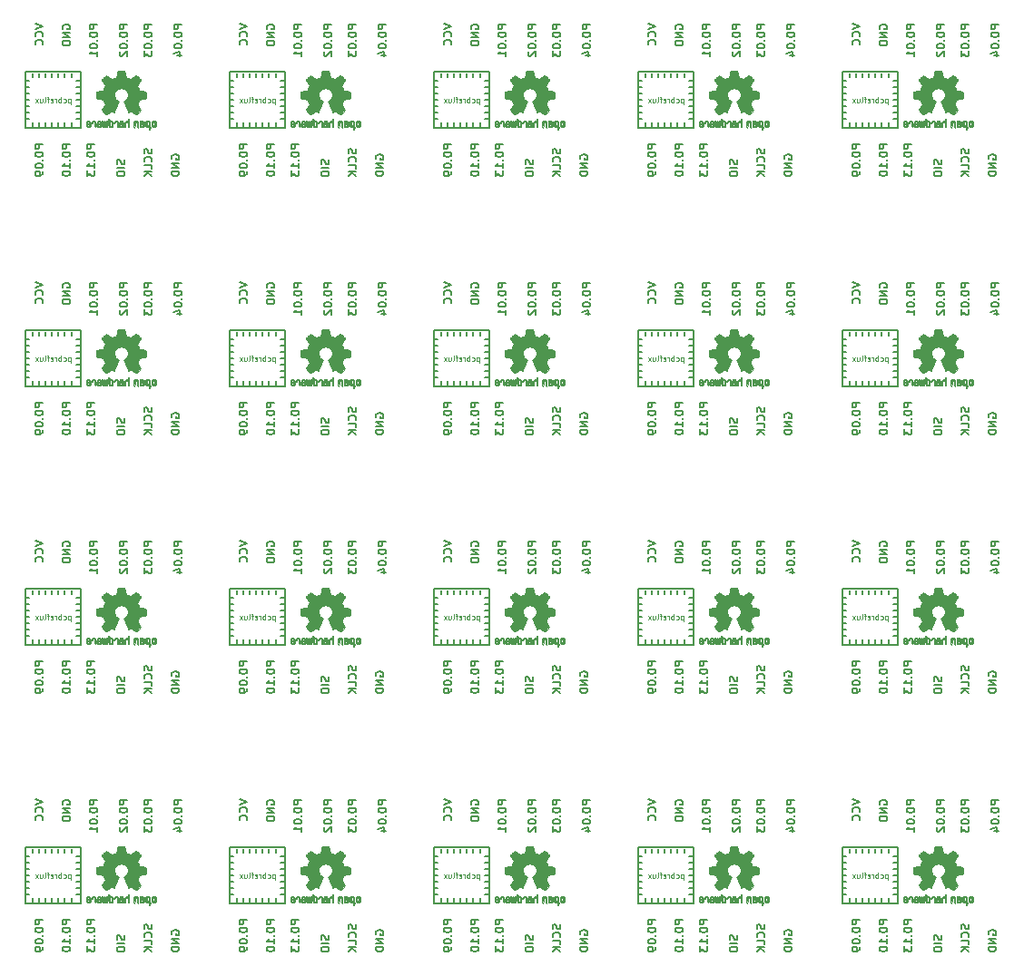
<source format=gbo>
G04 #@! TF.FileFunction,Legend,Bot*
%FSLAX46Y46*%
G04 Gerber Fmt 4.6, Leading zero omitted, Abs format (unit mm)*
G04 Created by KiCad (PCBNEW 4.1.0-alpha+201608131231+7028~46~ubuntu16.04.1-product) date Sat Aug 27 16:11:23 2016*
%MOMM*%
%LPD*%
G01*
G04 APERTURE LIST*
%ADD10C,0.100000*%
%ADD11C,0.150000*%
%ADD12C,0.010000*%
G04 APERTURE END LIST*
D10*
D11*
X36389285Y-66865571D02*
X35639285Y-66865571D01*
X35639285Y-67151285D01*
X35675000Y-67222714D01*
X35710714Y-67258428D01*
X35782142Y-67294142D01*
X35889285Y-67294142D01*
X35960714Y-67258428D01*
X35996428Y-67222714D01*
X36032142Y-67151285D01*
X36032142Y-66865571D01*
X35639285Y-67758428D02*
X35639285Y-67829857D01*
X35675000Y-67901285D01*
X35710714Y-67937000D01*
X35782142Y-67972714D01*
X35925000Y-68008428D01*
X36103571Y-68008428D01*
X36246428Y-67972714D01*
X36317857Y-67937000D01*
X36353571Y-67901285D01*
X36389285Y-67829857D01*
X36389285Y-67758428D01*
X36353571Y-67687000D01*
X36317857Y-67651285D01*
X36246428Y-67615571D01*
X36103571Y-67579857D01*
X35925000Y-67579857D01*
X35782142Y-67615571D01*
X35710714Y-67651285D01*
X35675000Y-67687000D01*
X35639285Y-67758428D01*
X36317857Y-68329857D02*
X36353571Y-68365571D01*
X36389285Y-68329857D01*
X36353571Y-68294142D01*
X36317857Y-68329857D01*
X36389285Y-68329857D01*
X35639285Y-68829857D02*
X35639285Y-68901285D01*
X35675000Y-68972714D01*
X35710714Y-69008428D01*
X35782142Y-69044142D01*
X35925000Y-69079857D01*
X36103571Y-69079857D01*
X36246428Y-69044142D01*
X36317857Y-69008428D01*
X36353571Y-68972714D01*
X36389285Y-68901285D01*
X36389285Y-68829857D01*
X36353571Y-68758428D01*
X36317857Y-68722714D01*
X36246428Y-68687000D01*
X36103571Y-68651285D01*
X35925000Y-68651285D01*
X35782142Y-68687000D01*
X35710714Y-68722714D01*
X35675000Y-68758428D01*
X35639285Y-68829857D01*
X35639285Y-69329857D02*
X35639285Y-69794142D01*
X35925000Y-69544142D01*
X35925000Y-69651285D01*
X35960714Y-69722714D01*
X35996428Y-69758428D01*
X36067857Y-69794142D01*
X36246428Y-69794142D01*
X36317857Y-69758428D01*
X36353571Y-69722714D01*
X36389285Y-69651285D01*
X36389285Y-69437000D01*
X36353571Y-69365571D01*
X36317857Y-69329857D01*
X34103285Y-66865571D02*
X33353285Y-66865571D01*
X33353285Y-67151285D01*
X33389000Y-67222714D01*
X33424714Y-67258428D01*
X33496142Y-67294142D01*
X33603285Y-67294142D01*
X33674714Y-67258428D01*
X33710428Y-67222714D01*
X33746142Y-67151285D01*
X33746142Y-66865571D01*
X33353285Y-67758428D02*
X33353285Y-67829857D01*
X33389000Y-67901285D01*
X33424714Y-67937000D01*
X33496142Y-67972714D01*
X33639000Y-68008428D01*
X33817571Y-68008428D01*
X33960428Y-67972714D01*
X34031857Y-67937000D01*
X34067571Y-67901285D01*
X34103285Y-67829857D01*
X34103285Y-67758428D01*
X34067571Y-67687000D01*
X34031857Y-67651285D01*
X33960428Y-67615571D01*
X33817571Y-67579857D01*
X33639000Y-67579857D01*
X33496142Y-67615571D01*
X33424714Y-67651285D01*
X33389000Y-67687000D01*
X33353285Y-67758428D01*
X34031857Y-68329857D02*
X34067571Y-68365571D01*
X34103285Y-68329857D01*
X34067571Y-68294142D01*
X34031857Y-68329857D01*
X34103285Y-68329857D01*
X33353285Y-68829857D02*
X33353285Y-68901285D01*
X33389000Y-68972714D01*
X33424714Y-69008428D01*
X33496142Y-69044142D01*
X33639000Y-69079857D01*
X33817571Y-69079857D01*
X33960428Y-69044142D01*
X34031857Y-69008428D01*
X34067571Y-68972714D01*
X34103285Y-68901285D01*
X34103285Y-68829857D01*
X34067571Y-68758428D01*
X34031857Y-68722714D01*
X33960428Y-68687000D01*
X33817571Y-68651285D01*
X33639000Y-68651285D01*
X33496142Y-68687000D01*
X33424714Y-68722714D01*
X33389000Y-68758428D01*
X33353285Y-68829857D01*
X33424714Y-69365571D02*
X33389000Y-69401285D01*
X33353285Y-69472714D01*
X33353285Y-69651285D01*
X33389000Y-69722714D01*
X33424714Y-69758428D01*
X33496142Y-69794142D01*
X33567571Y-69794142D01*
X33674714Y-69758428D01*
X34103285Y-69329857D01*
X34103285Y-69794142D01*
X31309285Y-66865571D02*
X30559285Y-66865571D01*
X30559285Y-67151285D01*
X30595000Y-67222714D01*
X30630714Y-67258428D01*
X30702142Y-67294142D01*
X30809285Y-67294142D01*
X30880714Y-67258428D01*
X30916428Y-67222714D01*
X30952142Y-67151285D01*
X30952142Y-66865571D01*
X30559285Y-67758428D02*
X30559285Y-67829857D01*
X30595000Y-67901285D01*
X30630714Y-67937000D01*
X30702142Y-67972714D01*
X30845000Y-68008428D01*
X31023571Y-68008428D01*
X31166428Y-67972714D01*
X31237857Y-67937000D01*
X31273571Y-67901285D01*
X31309285Y-67829857D01*
X31309285Y-67758428D01*
X31273571Y-67687000D01*
X31237857Y-67651285D01*
X31166428Y-67615571D01*
X31023571Y-67579857D01*
X30845000Y-67579857D01*
X30702142Y-67615571D01*
X30630714Y-67651285D01*
X30595000Y-67687000D01*
X30559285Y-67758428D01*
X31237857Y-68329857D02*
X31273571Y-68365571D01*
X31309285Y-68329857D01*
X31273571Y-68294142D01*
X31237857Y-68329857D01*
X31309285Y-68329857D01*
X30559285Y-68829857D02*
X30559285Y-68901285D01*
X30595000Y-68972714D01*
X30630714Y-69008428D01*
X30702142Y-69044142D01*
X30845000Y-69079857D01*
X31023571Y-69079857D01*
X31166428Y-69044142D01*
X31237857Y-69008428D01*
X31273571Y-68972714D01*
X31309285Y-68901285D01*
X31309285Y-68829857D01*
X31273571Y-68758428D01*
X31237857Y-68722714D01*
X31166428Y-68687000D01*
X31023571Y-68651285D01*
X30845000Y-68651285D01*
X30702142Y-68687000D01*
X30630714Y-68722714D01*
X30595000Y-68758428D01*
X30559285Y-68829857D01*
X31309285Y-69794142D02*
X31309285Y-69365571D01*
X31309285Y-69579857D02*
X30559285Y-69579857D01*
X30666428Y-69508428D01*
X30737857Y-69437000D01*
X30773571Y-69365571D01*
X39183285Y-66865571D02*
X38433285Y-66865571D01*
X38433285Y-67151285D01*
X38469000Y-67222714D01*
X38504714Y-67258428D01*
X38576142Y-67294142D01*
X38683285Y-67294142D01*
X38754714Y-67258428D01*
X38790428Y-67222714D01*
X38826142Y-67151285D01*
X38826142Y-66865571D01*
X38433285Y-67758428D02*
X38433285Y-67829857D01*
X38469000Y-67901285D01*
X38504714Y-67937000D01*
X38576142Y-67972714D01*
X38719000Y-68008428D01*
X38897571Y-68008428D01*
X39040428Y-67972714D01*
X39111857Y-67937000D01*
X39147571Y-67901285D01*
X39183285Y-67829857D01*
X39183285Y-67758428D01*
X39147571Y-67687000D01*
X39111857Y-67651285D01*
X39040428Y-67615571D01*
X38897571Y-67579857D01*
X38719000Y-67579857D01*
X38576142Y-67615571D01*
X38504714Y-67651285D01*
X38469000Y-67687000D01*
X38433285Y-67758428D01*
X39111857Y-68329857D02*
X39147571Y-68365571D01*
X39183285Y-68329857D01*
X39147571Y-68294142D01*
X39111857Y-68329857D01*
X39183285Y-68329857D01*
X38433285Y-68829857D02*
X38433285Y-68901285D01*
X38469000Y-68972714D01*
X38504714Y-69008428D01*
X38576142Y-69044142D01*
X38719000Y-69079857D01*
X38897571Y-69079857D01*
X39040428Y-69044142D01*
X39111857Y-69008428D01*
X39147571Y-68972714D01*
X39183285Y-68901285D01*
X39183285Y-68829857D01*
X39147571Y-68758428D01*
X39111857Y-68722714D01*
X39040428Y-68687000D01*
X38897571Y-68651285D01*
X38719000Y-68651285D01*
X38576142Y-68687000D01*
X38504714Y-68722714D01*
X38469000Y-68758428D01*
X38433285Y-68829857D01*
X38683285Y-69722714D02*
X39183285Y-69722714D01*
X38397571Y-69544142D02*
X38933285Y-69365571D01*
X38933285Y-69829857D01*
X31055285Y-78041571D02*
X30305285Y-78041571D01*
X30305285Y-78327285D01*
X30341000Y-78398714D01*
X30376714Y-78434428D01*
X30448142Y-78470142D01*
X30555285Y-78470142D01*
X30626714Y-78434428D01*
X30662428Y-78398714D01*
X30698142Y-78327285D01*
X30698142Y-78041571D01*
X30305285Y-78934428D02*
X30305285Y-79005857D01*
X30341000Y-79077285D01*
X30376714Y-79113000D01*
X30448142Y-79148714D01*
X30591000Y-79184428D01*
X30769571Y-79184428D01*
X30912428Y-79148714D01*
X30983857Y-79113000D01*
X31019571Y-79077285D01*
X31055285Y-79005857D01*
X31055285Y-78934428D01*
X31019571Y-78863000D01*
X30983857Y-78827285D01*
X30912428Y-78791571D01*
X30769571Y-78755857D01*
X30591000Y-78755857D01*
X30448142Y-78791571D01*
X30376714Y-78827285D01*
X30341000Y-78863000D01*
X30305285Y-78934428D01*
X30983857Y-79505857D02*
X31019571Y-79541571D01*
X31055285Y-79505857D01*
X31019571Y-79470142D01*
X30983857Y-79505857D01*
X31055285Y-79505857D01*
X31055285Y-80255857D02*
X31055285Y-79827285D01*
X31055285Y-80041571D02*
X30305285Y-80041571D01*
X30412428Y-79970142D01*
X30483857Y-79898714D01*
X30519571Y-79827285D01*
X30305285Y-80505857D02*
X30305285Y-80970142D01*
X30591000Y-80720142D01*
X30591000Y-80827285D01*
X30626714Y-80898714D01*
X30662428Y-80934428D01*
X30733857Y-80970142D01*
X30912428Y-80970142D01*
X30983857Y-80934428D01*
X31019571Y-80898714D01*
X31055285Y-80827285D01*
X31055285Y-80613000D01*
X31019571Y-80541571D01*
X30983857Y-80505857D01*
X38215000Y-79424571D02*
X38179285Y-79353142D01*
X38179285Y-79246000D01*
X38215000Y-79138857D01*
X38286428Y-79067428D01*
X38357857Y-79031714D01*
X38500714Y-78996000D01*
X38607857Y-78996000D01*
X38750714Y-79031714D01*
X38822142Y-79067428D01*
X38893571Y-79138857D01*
X38929285Y-79246000D01*
X38929285Y-79317428D01*
X38893571Y-79424571D01*
X38857857Y-79460285D01*
X38607857Y-79460285D01*
X38607857Y-79317428D01*
X38929285Y-79781714D02*
X38179285Y-79781714D01*
X38929285Y-80210285D01*
X38179285Y-80210285D01*
X38929285Y-80567428D02*
X38179285Y-80567428D01*
X38179285Y-80746000D01*
X38215000Y-80853142D01*
X38286428Y-80924571D01*
X38357857Y-80960285D01*
X38500714Y-80996000D01*
X38607857Y-80996000D01*
X38750714Y-80960285D01*
X38822142Y-80924571D01*
X38893571Y-80853142D01*
X38929285Y-80746000D01*
X38929285Y-80567428D01*
X33813571Y-79464285D02*
X33849285Y-79571428D01*
X33849285Y-79750000D01*
X33813571Y-79821428D01*
X33777857Y-79857142D01*
X33706428Y-79892857D01*
X33635000Y-79892857D01*
X33563571Y-79857142D01*
X33527857Y-79821428D01*
X33492142Y-79750000D01*
X33456428Y-79607142D01*
X33420714Y-79535714D01*
X33385000Y-79500000D01*
X33313571Y-79464285D01*
X33242142Y-79464285D01*
X33170714Y-79500000D01*
X33135000Y-79535714D01*
X33099285Y-79607142D01*
X33099285Y-79785714D01*
X33135000Y-79892857D01*
X33849285Y-80214285D02*
X33099285Y-80214285D01*
X33099285Y-80714285D02*
X33099285Y-80857142D01*
X33135000Y-80928571D01*
X33206428Y-81000000D01*
X33349285Y-81035714D01*
X33599285Y-81035714D01*
X33742142Y-81000000D01*
X33813571Y-80928571D01*
X33849285Y-80857142D01*
X33849285Y-80714285D01*
X33813571Y-80642857D01*
X33742142Y-80571428D01*
X33599285Y-80535714D01*
X33349285Y-80535714D01*
X33206428Y-80571428D01*
X33135000Y-80642857D01*
X33099285Y-80714285D01*
X36353571Y-78474142D02*
X36389285Y-78581285D01*
X36389285Y-78759857D01*
X36353571Y-78831285D01*
X36317857Y-78867000D01*
X36246428Y-78902714D01*
X36175000Y-78902714D01*
X36103571Y-78867000D01*
X36067857Y-78831285D01*
X36032142Y-78759857D01*
X35996428Y-78617000D01*
X35960714Y-78545571D01*
X35925000Y-78509857D01*
X35853571Y-78474142D01*
X35782142Y-78474142D01*
X35710714Y-78509857D01*
X35675000Y-78545571D01*
X35639285Y-78617000D01*
X35639285Y-78795571D01*
X35675000Y-78902714D01*
X36317857Y-79652714D02*
X36353571Y-79617000D01*
X36389285Y-79509857D01*
X36389285Y-79438428D01*
X36353571Y-79331285D01*
X36282142Y-79259857D01*
X36210714Y-79224142D01*
X36067857Y-79188428D01*
X35960714Y-79188428D01*
X35817857Y-79224142D01*
X35746428Y-79259857D01*
X35675000Y-79331285D01*
X35639285Y-79438428D01*
X35639285Y-79509857D01*
X35675000Y-79617000D01*
X35710714Y-79652714D01*
X36389285Y-80331285D02*
X36389285Y-79974142D01*
X35639285Y-79974142D01*
X36389285Y-80581285D02*
X35639285Y-80581285D01*
X36389285Y-81009857D02*
X35960714Y-80688428D01*
X35639285Y-81009857D02*
X36067857Y-80581285D01*
X36353571Y-102604142D02*
X36389285Y-102711285D01*
X36389285Y-102889857D01*
X36353571Y-102961285D01*
X36317857Y-102997000D01*
X36246428Y-103032714D01*
X36175000Y-103032714D01*
X36103571Y-102997000D01*
X36067857Y-102961285D01*
X36032142Y-102889857D01*
X35996428Y-102747000D01*
X35960714Y-102675571D01*
X35925000Y-102639857D01*
X35853571Y-102604142D01*
X35782142Y-102604142D01*
X35710714Y-102639857D01*
X35675000Y-102675571D01*
X35639285Y-102747000D01*
X35639285Y-102925571D01*
X35675000Y-103032714D01*
X36317857Y-103782714D02*
X36353571Y-103747000D01*
X36389285Y-103639857D01*
X36389285Y-103568428D01*
X36353571Y-103461285D01*
X36282142Y-103389857D01*
X36210714Y-103354142D01*
X36067857Y-103318428D01*
X35960714Y-103318428D01*
X35817857Y-103354142D01*
X35746428Y-103389857D01*
X35675000Y-103461285D01*
X35639285Y-103568428D01*
X35639285Y-103639857D01*
X35675000Y-103747000D01*
X35710714Y-103782714D01*
X36389285Y-104461285D02*
X36389285Y-104104142D01*
X35639285Y-104104142D01*
X36389285Y-104711285D02*
X35639285Y-104711285D01*
X36389285Y-105139857D02*
X35960714Y-104818428D01*
X35639285Y-105139857D02*
X36067857Y-104711285D01*
X38215000Y-103554571D02*
X38179285Y-103483142D01*
X38179285Y-103376000D01*
X38215000Y-103268857D01*
X38286428Y-103197428D01*
X38357857Y-103161714D01*
X38500714Y-103126000D01*
X38607857Y-103126000D01*
X38750714Y-103161714D01*
X38822142Y-103197428D01*
X38893571Y-103268857D01*
X38929285Y-103376000D01*
X38929285Y-103447428D01*
X38893571Y-103554571D01*
X38857857Y-103590285D01*
X38607857Y-103590285D01*
X38607857Y-103447428D01*
X38929285Y-103911714D02*
X38179285Y-103911714D01*
X38929285Y-104340285D01*
X38179285Y-104340285D01*
X38929285Y-104697428D02*
X38179285Y-104697428D01*
X38179285Y-104876000D01*
X38215000Y-104983142D01*
X38286428Y-105054571D01*
X38357857Y-105090285D01*
X38500714Y-105126000D01*
X38607857Y-105126000D01*
X38750714Y-105090285D01*
X38822142Y-105054571D01*
X38893571Y-104983142D01*
X38929285Y-104876000D01*
X38929285Y-104697428D01*
X34103285Y-90995571D02*
X33353285Y-90995571D01*
X33353285Y-91281285D01*
X33389000Y-91352714D01*
X33424714Y-91388428D01*
X33496142Y-91424142D01*
X33603285Y-91424142D01*
X33674714Y-91388428D01*
X33710428Y-91352714D01*
X33746142Y-91281285D01*
X33746142Y-90995571D01*
X33353285Y-91888428D02*
X33353285Y-91959857D01*
X33389000Y-92031285D01*
X33424714Y-92067000D01*
X33496142Y-92102714D01*
X33639000Y-92138428D01*
X33817571Y-92138428D01*
X33960428Y-92102714D01*
X34031857Y-92067000D01*
X34067571Y-92031285D01*
X34103285Y-91959857D01*
X34103285Y-91888428D01*
X34067571Y-91817000D01*
X34031857Y-91781285D01*
X33960428Y-91745571D01*
X33817571Y-91709857D01*
X33639000Y-91709857D01*
X33496142Y-91745571D01*
X33424714Y-91781285D01*
X33389000Y-91817000D01*
X33353285Y-91888428D01*
X34031857Y-92459857D02*
X34067571Y-92495571D01*
X34103285Y-92459857D01*
X34067571Y-92424142D01*
X34031857Y-92459857D01*
X34103285Y-92459857D01*
X33353285Y-92959857D02*
X33353285Y-93031285D01*
X33389000Y-93102714D01*
X33424714Y-93138428D01*
X33496142Y-93174142D01*
X33639000Y-93209857D01*
X33817571Y-93209857D01*
X33960428Y-93174142D01*
X34031857Y-93138428D01*
X34067571Y-93102714D01*
X34103285Y-93031285D01*
X34103285Y-92959857D01*
X34067571Y-92888428D01*
X34031857Y-92852714D01*
X33960428Y-92817000D01*
X33817571Y-92781285D01*
X33639000Y-92781285D01*
X33496142Y-92817000D01*
X33424714Y-92852714D01*
X33389000Y-92888428D01*
X33353285Y-92959857D01*
X33424714Y-93495571D02*
X33389000Y-93531285D01*
X33353285Y-93602714D01*
X33353285Y-93781285D01*
X33389000Y-93852714D01*
X33424714Y-93888428D01*
X33496142Y-93924142D01*
X33567571Y-93924142D01*
X33674714Y-93888428D01*
X34103285Y-93459857D01*
X34103285Y-93924142D01*
X36389285Y-90995571D02*
X35639285Y-90995571D01*
X35639285Y-91281285D01*
X35675000Y-91352714D01*
X35710714Y-91388428D01*
X35782142Y-91424142D01*
X35889285Y-91424142D01*
X35960714Y-91388428D01*
X35996428Y-91352714D01*
X36032142Y-91281285D01*
X36032142Y-90995571D01*
X35639285Y-91888428D02*
X35639285Y-91959857D01*
X35675000Y-92031285D01*
X35710714Y-92067000D01*
X35782142Y-92102714D01*
X35925000Y-92138428D01*
X36103571Y-92138428D01*
X36246428Y-92102714D01*
X36317857Y-92067000D01*
X36353571Y-92031285D01*
X36389285Y-91959857D01*
X36389285Y-91888428D01*
X36353571Y-91817000D01*
X36317857Y-91781285D01*
X36246428Y-91745571D01*
X36103571Y-91709857D01*
X35925000Y-91709857D01*
X35782142Y-91745571D01*
X35710714Y-91781285D01*
X35675000Y-91817000D01*
X35639285Y-91888428D01*
X36317857Y-92459857D02*
X36353571Y-92495571D01*
X36389285Y-92459857D01*
X36353571Y-92424142D01*
X36317857Y-92459857D01*
X36389285Y-92459857D01*
X35639285Y-92959857D02*
X35639285Y-93031285D01*
X35675000Y-93102714D01*
X35710714Y-93138428D01*
X35782142Y-93174142D01*
X35925000Y-93209857D01*
X36103571Y-93209857D01*
X36246428Y-93174142D01*
X36317857Y-93138428D01*
X36353571Y-93102714D01*
X36389285Y-93031285D01*
X36389285Y-92959857D01*
X36353571Y-92888428D01*
X36317857Y-92852714D01*
X36246428Y-92817000D01*
X36103571Y-92781285D01*
X35925000Y-92781285D01*
X35782142Y-92817000D01*
X35710714Y-92852714D01*
X35675000Y-92888428D01*
X35639285Y-92959857D01*
X35639285Y-93459857D02*
X35639285Y-93924142D01*
X35925000Y-93674142D01*
X35925000Y-93781285D01*
X35960714Y-93852714D01*
X35996428Y-93888428D01*
X36067857Y-93924142D01*
X36246428Y-93924142D01*
X36317857Y-93888428D01*
X36353571Y-93852714D01*
X36389285Y-93781285D01*
X36389285Y-93567000D01*
X36353571Y-93495571D01*
X36317857Y-93459857D01*
X39183285Y-90995571D02*
X38433285Y-90995571D01*
X38433285Y-91281285D01*
X38469000Y-91352714D01*
X38504714Y-91388428D01*
X38576142Y-91424142D01*
X38683285Y-91424142D01*
X38754714Y-91388428D01*
X38790428Y-91352714D01*
X38826142Y-91281285D01*
X38826142Y-90995571D01*
X38433285Y-91888428D02*
X38433285Y-91959857D01*
X38469000Y-92031285D01*
X38504714Y-92067000D01*
X38576142Y-92102714D01*
X38719000Y-92138428D01*
X38897571Y-92138428D01*
X39040428Y-92102714D01*
X39111857Y-92067000D01*
X39147571Y-92031285D01*
X39183285Y-91959857D01*
X39183285Y-91888428D01*
X39147571Y-91817000D01*
X39111857Y-91781285D01*
X39040428Y-91745571D01*
X38897571Y-91709857D01*
X38719000Y-91709857D01*
X38576142Y-91745571D01*
X38504714Y-91781285D01*
X38469000Y-91817000D01*
X38433285Y-91888428D01*
X39111857Y-92459857D02*
X39147571Y-92495571D01*
X39183285Y-92459857D01*
X39147571Y-92424142D01*
X39111857Y-92459857D01*
X39183285Y-92459857D01*
X38433285Y-92959857D02*
X38433285Y-93031285D01*
X38469000Y-93102714D01*
X38504714Y-93138428D01*
X38576142Y-93174142D01*
X38719000Y-93209857D01*
X38897571Y-93209857D01*
X39040428Y-93174142D01*
X39111857Y-93138428D01*
X39147571Y-93102714D01*
X39183285Y-93031285D01*
X39183285Y-92959857D01*
X39147571Y-92888428D01*
X39111857Y-92852714D01*
X39040428Y-92817000D01*
X38897571Y-92781285D01*
X38719000Y-92781285D01*
X38576142Y-92817000D01*
X38504714Y-92852714D01*
X38469000Y-92888428D01*
X38433285Y-92959857D01*
X38683285Y-93852714D02*
X39183285Y-93852714D01*
X38397571Y-93674142D02*
X38933285Y-93495571D01*
X38933285Y-93959857D01*
X31309285Y-90995571D02*
X30559285Y-90995571D01*
X30559285Y-91281285D01*
X30595000Y-91352714D01*
X30630714Y-91388428D01*
X30702142Y-91424142D01*
X30809285Y-91424142D01*
X30880714Y-91388428D01*
X30916428Y-91352714D01*
X30952142Y-91281285D01*
X30952142Y-90995571D01*
X30559285Y-91888428D02*
X30559285Y-91959857D01*
X30595000Y-92031285D01*
X30630714Y-92067000D01*
X30702142Y-92102714D01*
X30845000Y-92138428D01*
X31023571Y-92138428D01*
X31166428Y-92102714D01*
X31237857Y-92067000D01*
X31273571Y-92031285D01*
X31309285Y-91959857D01*
X31309285Y-91888428D01*
X31273571Y-91817000D01*
X31237857Y-91781285D01*
X31166428Y-91745571D01*
X31023571Y-91709857D01*
X30845000Y-91709857D01*
X30702142Y-91745571D01*
X30630714Y-91781285D01*
X30595000Y-91817000D01*
X30559285Y-91888428D01*
X31237857Y-92459857D02*
X31273571Y-92495571D01*
X31309285Y-92459857D01*
X31273571Y-92424142D01*
X31237857Y-92459857D01*
X31309285Y-92459857D01*
X30559285Y-92959857D02*
X30559285Y-93031285D01*
X30595000Y-93102714D01*
X30630714Y-93138428D01*
X30702142Y-93174142D01*
X30845000Y-93209857D01*
X31023571Y-93209857D01*
X31166428Y-93174142D01*
X31237857Y-93138428D01*
X31273571Y-93102714D01*
X31309285Y-93031285D01*
X31309285Y-92959857D01*
X31273571Y-92888428D01*
X31237857Y-92852714D01*
X31166428Y-92817000D01*
X31023571Y-92781285D01*
X30845000Y-92781285D01*
X30702142Y-92817000D01*
X30630714Y-92852714D01*
X30595000Y-92888428D01*
X30559285Y-92959857D01*
X31309285Y-93924142D02*
X31309285Y-93495571D01*
X31309285Y-93709857D02*
X30559285Y-93709857D01*
X30666428Y-93638428D01*
X30737857Y-93567000D01*
X30773571Y-93495571D01*
X28769285Y-102171571D02*
X28019285Y-102171571D01*
X28019285Y-102457285D01*
X28055000Y-102528714D01*
X28090714Y-102564428D01*
X28162142Y-102600142D01*
X28269285Y-102600142D01*
X28340714Y-102564428D01*
X28376428Y-102528714D01*
X28412142Y-102457285D01*
X28412142Y-102171571D01*
X28019285Y-103064428D02*
X28019285Y-103135857D01*
X28055000Y-103207285D01*
X28090714Y-103243000D01*
X28162142Y-103278714D01*
X28305000Y-103314428D01*
X28483571Y-103314428D01*
X28626428Y-103278714D01*
X28697857Y-103243000D01*
X28733571Y-103207285D01*
X28769285Y-103135857D01*
X28769285Y-103064428D01*
X28733571Y-102993000D01*
X28697857Y-102957285D01*
X28626428Y-102921571D01*
X28483571Y-102885857D01*
X28305000Y-102885857D01*
X28162142Y-102921571D01*
X28090714Y-102957285D01*
X28055000Y-102993000D01*
X28019285Y-103064428D01*
X28697857Y-103635857D02*
X28733571Y-103671571D01*
X28769285Y-103635857D01*
X28733571Y-103600142D01*
X28697857Y-103635857D01*
X28769285Y-103635857D01*
X28769285Y-104385857D02*
X28769285Y-103957285D01*
X28769285Y-104171571D02*
X28019285Y-104171571D01*
X28126428Y-104100142D01*
X28197857Y-104028714D01*
X28233571Y-103957285D01*
X28019285Y-104850142D02*
X28019285Y-104921571D01*
X28055000Y-104993000D01*
X28090714Y-105028714D01*
X28162142Y-105064428D01*
X28305000Y-105100142D01*
X28483571Y-105100142D01*
X28626428Y-105064428D01*
X28697857Y-105028714D01*
X28733571Y-104993000D01*
X28769285Y-104921571D01*
X28769285Y-104850142D01*
X28733571Y-104778714D01*
X28697857Y-104743000D01*
X28626428Y-104707285D01*
X28483571Y-104671571D01*
X28305000Y-104671571D01*
X28162142Y-104707285D01*
X28090714Y-104743000D01*
X28055000Y-104778714D01*
X28019285Y-104850142D01*
X33813571Y-103594285D02*
X33849285Y-103701428D01*
X33849285Y-103880000D01*
X33813571Y-103951428D01*
X33777857Y-103987142D01*
X33706428Y-104022857D01*
X33635000Y-104022857D01*
X33563571Y-103987142D01*
X33527857Y-103951428D01*
X33492142Y-103880000D01*
X33456428Y-103737142D01*
X33420714Y-103665714D01*
X33385000Y-103630000D01*
X33313571Y-103594285D01*
X33242142Y-103594285D01*
X33170714Y-103630000D01*
X33135000Y-103665714D01*
X33099285Y-103737142D01*
X33099285Y-103915714D01*
X33135000Y-104022857D01*
X33849285Y-104344285D02*
X33099285Y-104344285D01*
X33099285Y-104844285D02*
X33099285Y-104987142D01*
X33135000Y-105058571D01*
X33206428Y-105130000D01*
X33349285Y-105165714D01*
X33599285Y-105165714D01*
X33742142Y-105130000D01*
X33813571Y-105058571D01*
X33849285Y-104987142D01*
X33849285Y-104844285D01*
X33813571Y-104772857D01*
X33742142Y-104701428D01*
X33599285Y-104665714D01*
X33349285Y-104665714D01*
X33206428Y-104701428D01*
X33135000Y-104772857D01*
X33099285Y-104844285D01*
X31055285Y-102171571D02*
X30305285Y-102171571D01*
X30305285Y-102457285D01*
X30341000Y-102528714D01*
X30376714Y-102564428D01*
X30448142Y-102600142D01*
X30555285Y-102600142D01*
X30626714Y-102564428D01*
X30662428Y-102528714D01*
X30698142Y-102457285D01*
X30698142Y-102171571D01*
X30305285Y-103064428D02*
X30305285Y-103135857D01*
X30341000Y-103207285D01*
X30376714Y-103243000D01*
X30448142Y-103278714D01*
X30591000Y-103314428D01*
X30769571Y-103314428D01*
X30912428Y-103278714D01*
X30983857Y-103243000D01*
X31019571Y-103207285D01*
X31055285Y-103135857D01*
X31055285Y-103064428D01*
X31019571Y-102993000D01*
X30983857Y-102957285D01*
X30912428Y-102921571D01*
X30769571Y-102885857D01*
X30591000Y-102885857D01*
X30448142Y-102921571D01*
X30376714Y-102957285D01*
X30341000Y-102993000D01*
X30305285Y-103064428D01*
X30983857Y-103635857D02*
X31019571Y-103671571D01*
X31055285Y-103635857D01*
X31019571Y-103600142D01*
X30983857Y-103635857D01*
X31055285Y-103635857D01*
X31055285Y-104385857D02*
X31055285Y-103957285D01*
X31055285Y-104171571D02*
X30305285Y-104171571D01*
X30412428Y-104100142D01*
X30483857Y-104028714D01*
X30519571Y-103957285D01*
X30305285Y-104635857D02*
X30305285Y-105100142D01*
X30591000Y-104850142D01*
X30591000Y-104957285D01*
X30626714Y-105028714D01*
X30662428Y-105064428D01*
X30733857Y-105100142D01*
X30912428Y-105100142D01*
X30983857Y-105064428D01*
X31019571Y-105028714D01*
X31055285Y-104957285D01*
X31055285Y-104743000D01*
X31019571Y-104671571D01*
X30983857Y-104635857D01*
X26229285Y-102171571D02*
X25479285Y-102171571D01*
X25479285Y-102457285D01*
X25515000Y-102528714D01*
X25550714Y-102564428D01*
X25622142Y-102600142D01*
X25729285Y-102600142D01*
X25800714Y-102564428D01*
X25836428Y-102528714D01*
X25872142Y-102457285D01*
X25872142Y-102171571D01*
X25479285Y-103064428D02*
X25479285Y-103135857D01*
X25515000Y-103207285D01*
X25550714Y-103243000D01*
X25622142Y-103278714D01*
X25765000Y-103314428D01*
X25943571Y-103314428D01*
X26086428Y-103278714D01*
X26157857Y-103243000D01*
X26193571Y-103207285D01*
X26229285Y-103135857D01*
X26229285Y-103064428D01*
X26193571Y-102993000D01*
X26157857Y-102957285D01*
X26086428Y-102921571D01*
X25943571Y-102885857D01*
X25765000Y-102885857D01*
X25622142Y-102921571D01*
X25550714Y-102957285D01*
X25515000Y-102993000D01*
X25479285Y-103064428D01*
X26157857Y-103635857D02*
X26193571Y-103671571D01*
X26229285Y-103635857D01*
X26193571Y-103600142D01*
X26157857Y-103635857D01*
X26229285Y-103635857D01*
X25479285Y-104135857D02*
X25479285Y-104207285D01*
X25515000Y-104278714D01*
X25550714Y-104314428D01*
X25622142Y-104350142D01*
X25765000Y-104385857D01*
X25943571Y-104385857D01*
X26086428Y-104350142D01*
X26157857Y-104314428D01*
X26193571Y-104278714D01*
X26229285Y-104207285D01*
X26229285Y-104135857D01*
X26193571Y-104064428D01*
X26157857Y-104028714D01*
X26086428Y-103993000D01*
X25943571Y-103957285D01*
X25765000Y-103957285D01*
X25622142Y-103993000D01*
X25550714Y-104028714D01*
X25515000Y-104064428D01*
X25479285Y-104135857D01*
X26229285Y-104743000D02*
X26229285Y-104885857D01*
X26193571Y-104957285D01*
X26157857Y-104993000D01*
X26050714Y-105064428D01*
X25907857Y-105100142D01*
X25622142Y-105100142D01*
X25550714Y-105064428D01*
X25515000Y-105028714D01*
X25479285Y-104957285D01*
X25479285Y-104814428D01*
X25515000Y-104743000D01*
X25550714Y-104707285D01*
X25622142Y-104671571D01*
X25800714Y-104671571D01*
X25872142Y-104707285D01*
X25907857Y-104743000D01*
X25943571Y-104814428D01*
X25943571Y-104957285D01*
X25907857Y-105028714D01*
X25872142Y-105064428D01*
X25800714Y-105100142D01*
X26229285Y-78041571D02*
X25479285Y-78041571D01*
X25479285Y-78327285D01*
X25515000Y-78398714D01*
X25550714Y-78434428D01*
X25622142Y-78470142D01*
X25729285Y-78470142D01*
X25800714Y-78434428D01*
X25836428Y-78398714D01*
X25872142Y-78327285D01*
X25872142Y-78041571D01*
X25479285Y-78934428D02*
X25479285Y-79005857D01*
X25515000Y-79077285D01*
X25550714Y-79113000D01*
X25622142Y-79148714D01*
X25765000Y-79184428D01*
X25943571Y-79184428D01*
X26086428Y-79148714D01*
X26157857Y-79113000D01*
X26193571Y-79077285D01*
X26229285Y-79005857D01*
X26229285Y-78934428D01*
X26193571Y-78863000D01*
X26157857Y-78827285D01*
X26086428Y-78791571D01*
X25943571Y-78755857D01*
X25765000Y-78755857D01*
X25622142Y-78791571D01*
X25550714Y-78827285D01*
X25515000Y-78863000D01*
X25479285Y-78934428D01*
X26157857Y-79505857D02*
X26193571Y-79541571D01*
X26229285Y-79505857D01*
X26193571Y-79470142D01*
X26157857Y-79505857D01*
X26229285Y-79505857D01*
X25479285Y-80005857D02*
X25479285Y-80077285D01*
X25515000Y-80148714D01*
X25550714Y-80184428D01*
X25622142Y-80220142D01*
X25765000Y-80255857D01*
X25943571Y-80255857D01*
X26086428Y-80220142D01*
X26157857Y-80184428D01*
X26193571Y-80148714D01*
X26229285Y-80077285D01*
X26229285Y-80005857D01*
X26193571Y-79934428D01*
X26157857Y-79898714D01*
X26086428Y-79863000D01*
X25943571Y-79827285D01*
X25765000Y-79827285D01*
X25622142Y-79863000D01*
X25550714Y-79898714D01*
X25515000Y-79934428D01*
X25479285Y-80005857D01*
X26229285Y-80613000D02*
X26229285Y-80755857D01*
X26193571Y-80827285D01*
X26157857Y-80863000D01*
X26050714Y-80934428D01*
X25907857Y-80970142D01*
X25622142Y-80970142D01*
X25550714Y-80934428D01*
X25515000Y-80898714D01*
X25479285Y-80827285D01*
X25479285Y-80684428D01*
X25515000Y-80613000D01*
X25550714Y-80577285D01*
X25622142Y-80541571D01*
X25800714Y-80541571D01*
X25872142Y-80577285D01*
X25907857Y-80613000D01*
X25943571Y-80684428D01*
X25943571Y-80827285D01*
X25907857Y-80898714D01*
X25872142Y-80934428D01*
X25800714Y-80970142D01*
X28769285Y-78041571D02*
X28019285Y-78041571D01*
X28019285Y-78327285D01*
X28055000Y-78398714D01*
X28090714Y-78434428D01*
X28162142Y-78470142D01*
X28269285Y-78470142D01*
X28340714Y-78434428D01*
X28376428Y-78398714D01*
X28412142Y-78327285D01*
X28412142Y-78041571D01*
X28019285Y-78934428D02*
X28019285Y-79005857D01*
X28055000Y-79077285D01*
X28090714Y-79113000D01*
X28162142Y-79148714D01*
X28305000Y-79184428D01*
X28483571Y-79184428D01*
X28626428Y-79148714D01*
X28697857Y-79113000D01*
X28733571Y-79077285D01*
X28769285Y-79005857D01*
X28769285Y-78934428D01*
X28733571Y-78863000D01*
X28697857Y-78827285D01*
X28626428Y-78791571D01*
X28483571Y-78755857D01*
X28305000Y-78755857D01*
X28162142Y-78791571D01*
X28090714Y-78827285D01*
X28055000Y-78863000D01*
X28019285Y-78934428D01*
X28697857Y-79505857D02*
X28733571Y-79541571D01*
X28769285Y-79505857D01*
X28733571Y-79470142D01*
X28697857Y-79505857D01*
X28769285Y-79505857D01*
X28769285Y-80255857D02*
X28769285Y-79827285D01*
X28769285Y-80041571D02*
X28019285Y-80041571D01*
X28126428Y-79970142D01*
X28197857Y-79898714D01*
X28233571Y-79827285D01*
X28019285Y-80720142D02*
X28019285Y-80791571D01*
X28055000Y-80863000D01*
X28090714Y-80898714D01*
X28162142Y-80934428D01*
X28305000Y-80970142D01*
X28483571Y-80970142D01*
X28626428Y-80934428D01*
X28697857Y-80898714D01*
X28733571Y-80863000D01*
X28769285Y-80791571D01*
X28769285Y-80720142D01*
X28733571Y-80648714D01*
X28697857Y-80613000D01*
X28626428Y-80577285D01*
X28483571Y-80541571D01*
X28305000Y-80541571D01*
X28162142Y-80577285D01*
X28090714Y-80613000D01*
X28055000Y-80648714D01*
X28019285Y-80720142D01*
X25479285Y-90934000D02*
X26229285Y-91184000D01*
X25479285Y-91434000D01*
X26157857Y-92112571D02*
X26193571Y-92076857D01*
X26229285Y-91969714D01*
X26229285Y-91898285D01*
X26193571Y-91791142D01*
X26122142Y-91719714D01*
X26050714Y-91684000D01*
X25907857Y-91648285D01*
X25800714Y-91648285D01*
X25657857Y-91684000D01*
X25586428Y-91719714D01*
X25515000Y-91791142D01*
X25479285Y-91898285D01*
X25479285Y-91969714D01*
X25515000Y-92076857D01*
X25550714Y-92112571D01*
X26157857Y-92862571D02*
X26193571Y-92826857D01*
X26229285Y-92719714D01*
X26229285Y-92648285D01*
X26193571Y-92541142D01*
X26122142Y-92469714D01*
X26050714Y-92434000D01*
X25907857Y-92398285D01*
X25800714Y-92398285D01*
X25657857Y-92434000D01*
X25586428Y-92469714D01*
X25515000Y-92541142D01*
X25479285Y-92648285D01*
X25479285Y-92719714D01*
X25515000Y-92826857D01*
X25550714Y-92862571D01*
X28055000Y-91392214D02*
X28019285Y-91320785D01*
X28019285Y-91213642D01*
X28055000Y-91106500D01*
X28126428Y-91035071D01*
X28197857Y-90999357D01*
X28340714Y-90963642D01*
X28447857Y-90963642D01*
X28590714Y-90999357D01*
X28662142Y-91035071D01*
X28733571Y-91106500D01*
X28769285Y-91213642D01*
X28769285Y-91285071D01*
X28733571Y-91392214D01*
X28697857Y-91427928D01*
X28447857Y-91427928D01*
X28447857Y-91285071D01*
X28769285Y-91749357D02*
X28019285Y-91749357D01*
X28769285Y-92177928D01*
X28019285Y-92177928D01*
X28769285Y-92535071D02*
X28019285Y-92535071D01*
X28019285Y-92713642D01*
X28055000Y-92820785D01*
X28126428Y-92892214D01*
X28197857Y-92927928D01*
X28340714Y-92963642D01*
X28447857Y-92963642D01*
X28590714Y-92927928D01*
X28662142Y-92892214D01*
X28733571Y-92820785D01*
X28769285Y-92713642D01*
X28769285Y-92535071D01*
X57265000Y-103554571D02*
X57229285Y-103483142D01*
X57229285Y-103376000D01*
X57265000Y-103268857D01*
X57336428Y-103197428D01*
X57407857Y-103161714D01*
X57550714Y-103126000D01*
X57657857Y-103126000D01*
X57800714Y-103161714D01*
X57872142Y-103197428D01*
X57943571Y-103268857D01*
X57979285Y-103376000D01*
X57979285Y-103447428D01*
X57943571Y-103554571D01*
X57907857Y-103590285D01*
X57657857Y-103590285D01*
X57657857Y-103447428D01*
X57979285Y-103911714D02*
X57229285Y-103911714D01*
X57979285Y-104340285D01*
X57229285Y-104340285D01*
X57979285Y-104697428D02*
X57229285Y-104697428D01*
X57229285Y-104876000D01*
X57265000Y-104983142D01*
X57336428Y-105054571D01*
X57407857Y-105090285D01*
X57550714Y-105126000D01*
X57657857Y-105126000D01*
X57800714Y-105090285D01*
X57872142Y-105054571D01*
X57943571Y-104983142D01*
X57979285Y-104876000D01*
X57979285Y-104697428D01*
X55403571Y-102604142D02*
X55439285Y-102711285D01*
X55439285Y-102889857D01*
X55403571Y-102961285D01*
X55367857Y-102997000D01*
X55296428Y-103032714D01*
X55225000Y-103032714D01*
X55153571Y-102997000D01*
X55117857Y-102961285D01*
X55082142Y-102889857D01*
X55046428Y-102747000D01*
X55010714Y-102675571D01*
X54975000Y-102639857D01*
X54903571Y-102604142D01*
X54832142Y-102604142D01*
X54760714Y-102639857D01*
X54725000Y-102675571D01*
X54689285Y-102747000D01*
X54689285Y-102925571D01*
X54725000Y-103032714D01*
X55367857Y-103782714D02*
X55403571Y-103747000D01*
X55439285Y-103639857D01*
X55439285Y-103568428D01*
X55403571Y-103461285D01*
X55332142Y-103389857D01*
X55260714Y-103354142D01*
X55117857Y-103318428D01*
X55010714Y-103318428D01*
X54867857Y-103354142D01*
X54796428Y-103389857D01*
X54725000Y-103461285D01*
X54689285Y-103568428D01*
X54689285Y-103639857D01*
X54725000Y-103747000D01*
X54760714Y-103782714D01*
X55439285Y-104461285D02*
X55439285Y-104104142D01*
X54689285Y-104104142D01*
X55439285Y-104711285D02*
X54689285Y-104711285D01*
X55439285Y-105139857D02*
X55010714Y-104818428D01*
X54689285Y-105139857D02*
X55117857Y-104711285D01*
X44529285Y-90934000D02*
X45279285Y-91184000D01*
X44529285Y-91434000D01*
X45207857Y-92112571D02*
X45243571Y-92076857D01*
X45279285Y-91969714D01*
X45279285Y-91898285D01*
X45243571Y-91791142D01*
X45172142Y-91719714D01*
X45100714Y-91684000D01*
X44957857Y-91648285D01*
X44850714Y-91648285D01*
X44707857Y-91684000D01*
X44636428Y-91719714D01*
X44565000Y-91791142D01*
X44529285Y-91898285D01*
X44529285Y-91969714D01*
X44565000Y-92076857D01*
X44600714Y-92112571D01*
X45207857Y-92862571D02*
X45243571Y-92826857D01*
X45279285Y-92719714D01*
X45279285Y-92648285D01*
X45243571Y-92541142D01*
X45172142Y-92469714D01*
X45100714Y-92434000D01*
X44957857Y-92398285D01*
X44850714Y-92398285D01*
X44707857Y-92434000D01*
X44636428Y-92469714D01*
X44565000Y-92541142D01*
X44529285Y-92648285D01*
X44529285Y-92719714D01*
X44565000Y-92826857D01*
X44600714Y-92862571D01*
X47105000Y-91392214D02*
X47069285Y-91320785D01*
X47069285Y-91213642D01*
X47105000Y-91106500D01*
X47176428Y-91035071D01*
X47247857Y-90999357D01*
X47390714Y-90963642D01*
X47497857Y-90963642D01*
X47640714Y-90999357D01*
X47712142Y-91035071D01*
X47783571Y-91106500D01*
X47819285Y-91213642D01*
X47819285Y-91285071D01*
X47783571Y-91392214D01*
X47747857Y-91427928D01*
X47497857Y-91427928D01*
X47497857Y-91285071D01*
X47819285Y-91749357D02*
X47069285Y-91749357D01*
X47819285Y-92177928D01*
X47069285Y-92177928D01*
X47819285Y-92535071D02*
X47069285Y-92535071D01*
X47069285Y-92713642D01*
X47105000Y-92820785D01*
X47176428Y-92892214D01*
X47247857Y-92927928D01*
X47390714Y-92963642D01*
X47497857Y-92963642D01*
X47640714Y-92927928D01*
X47712142Y-92892214D01*
X47783571Y-92820785D01*
X47819285Y-92713642D01*
X47819285Y-92535071D01*
X53153285Y-90995571D02*
X52403285Y-90995571D01*
X52403285Y-91281285D01*
X52439000Y-91352714D01*
X52474714Y-91388428D01*
X52546142Y-91424142D01*
X52653285Y-91424142D01*
X52724714Y-91388428D01*
X52760428Y-91352714D01*
X52796142Y-91281285D01*
X52796142Y-90995571D01*
X52403285Y-91888428D02*
X52403285Y-91959857D01*
X52439000Y-92031285D01*
X52474714Y-92067000D01*
X52546142Y-92102714D01*
X52689000Y-92138428D01*
X52867571Y-92138428D01*
X53010428Y-92102714D01*
X53081857Y-92067000D01*
X53117571Y-92031285D01*
X53153285Y-91959857D01*
X53153285Y-91888428D01*
X53117571Y-91817000D01*
X53081857Y-91781285D01*
X53010428Y-91745571D01*
X52867571Y-91709857D01*
X52689000Y-91709857D01*
X52546142Y-91745571D01*
X52474714Y-91781285D01*
X52439000Y-91817000D01*
X52403285Y-91888428D01*
X53081857Y-92459857D02*
X53117571Y-92495571D01*
X53153285Y-92459857D01*
X53117571Y-92424142D01*
X53081857Y-92459857D01*
X53153285Y-92459857D01*
X52403285Y-92959857D02*
X52403285Y-93031285D01*
X52439000Y-93102714D01*
X52474714Y-93138428D01*
X52546142Y-93174142D01*
X52689000Y-93209857D01*
X52867571Y-93209857D01*
X53010428Y-93174142D01*
X53081857Y-93138428D01*
X53117571Y-93102714D01*
X53153285Y-93031285D01*
X53153285Y-92959857D01*
X53117571Y-92888428D01*
X53081857Y-92852714D01*
X53010428Y-92817000D01*
X52867571Y-92781285D01*
X52689000Y-92781285D01*
X52546142Y-92817000D01*
X52474714Y-92852714D01*
X52439000Y-92888428D01*
X52403285Y-92959857D01*
X52474714Y-93495571D02*
X52439000Y-93531285D01*
X52403285Y-93602714D01*
X52403285Y-93781285D01*
X52439000Y-93852714D01*
X52474714Y-93888428D01*
X52546142Y-93924142D01*
X52617571Y-93924142D01*
X52724714Y-93888428D01*
X53153285Y-93459857D01*
X53153285Y-93924142D01*
X50359285Y-90995571D02*
X49609285Y-90995571D01*
X49609285Y-91281285D01*
X49645000Y-91352714D01*
X49680714Y-91388428D01*
X49752142Y-91424142D01*
X49859285Y-91424142D01*
X49930714Y-91388428D01*
X49966428Y-91352714D01*
X50002142Y-91281285D01*
X50002142Y-90995571D01*
X49609285Y-91888428D02*
X49609285Y-91959857D01*
X49645000Y-92031285D01*
X49680714Y-92067000D01*
X49752142Y-92102714D01*
X49895000Y-92138428D01*
X50073571Y-92138428D01*
X50216428Y-92102714D01*
X50287857Y-92067000D01*
X50323571Y-92031285D01*
X50359285Y-91959857D01*
X50359285Y-91888428D01*
X50323571Y-91817000D01*
X50287857Y-91781285D01*
X50216428Y-91745571D01*
X50073571Y-91709857D01*
X49895000Y-91709857D01*
X49752142Y-91745571D01*
X49680714Y-91781285D01*
X49645000Y-91817000D01*
X49609285Y-91888428D01*
X50287857Y-92459857D02*
X50323571Y-92495571D01*
X50359285Y-92459857D01*
X50323571Y-92424142D01*
X50287857Y-92459857D01*
X50359285Y-92459857D01*
X49609285Y-92959857D02*
X49609285Y-93031285D01*
X49645000Y-93102714D01*
X49680714Y-93138428D01*
X49752142Y-93174142D01*
X49895000Y-93209857D01*
X50073571Y-93209857D01*
X50216428Y-93174142D01*
X50287857Y-93138428D01*
X50323571Y-93102714D01*
X50359285Y-93031285D01*
X50359285Y-92959857D01*
X50323571Y-92888428D01*
X50287857Y-92852714D01*
X50216428Y-92817000D01*
X50073571Y-92781285D01*
X49895000Y-92781285D01*
X49752142Y-92817000D01*
X49680714Y-92852714D01*
X49645000Y-92888428D01*
X49609285Y-92959857D01*
X50359285Y-93924142D02*
X50359285Y-93495571D01*
X50359285Y-93709857D02*
X49609285Y-93709857D01*
X49716428Y-93638428D01*
X49787857Y-93567000D01*
X49823571Y-93495571D01*
X58233285Y-90995571D02*
X57483285Y-90995571D01*
X57483285Y-91281285D01*
X57519000Y-91352714D01*
X57554714Y-91388428D01*
X57626142Y-91424142D01*
X57733285Y-91424142D01*
X57804714Y-91388428D01*
X57840428Y-91352714D01*
X57876142Y-91281285D01*
X57876142Y-90995571D01*
X57483285Y-91888428D02*
X57483285Y-91959857D01*
X57519000Y-92031285D01*
X57554714Y-92067000D01*
X57626142Y-92102714D01*
X57769000Y-92138428D01*
X57947571Y-92138428D01*
X58090428Y-92102714D01*
X58161857Y-92067000D01*
X58197571Y-92031285D01*
X58233285Y-91959857D01*
X58233285Y-91888428D01*
X58197571Y-91817000D01*
X58161857Y-91781285D01*
X58090428Y-91745571D01*
X57947571Y-91709857D01*
X57769000Y-91709857D01*
X57626142Y-91745571D01*
X57554714Y-91781285D01*
X57519000Y-91817000D01*
X57483285Y-91888428D01*
X58161857Y-92459857D02*
X58197571Y-92495571D01*
X58233285Y-92459857D01*
X58197571Y-92424142D01*
X58161857Y-92459857D01*
X58233285Y-92459857D01*
X57483285Y-92959857D02*
X57483285Y-93031285D01*
X57519000Y-93102714D01*
X57554714Y-93138428D01*
X57626142Y-93174142D01*
X57769000Y-93209857D01*
X57947571Y-93209857D01*
X58090428Y-93174142D01*
X58161857Y-93138428D01*
X58197571Y-93102714D01*
X58233285Y-93031285D01*
X58233285Y-92959857D01*
X58197571Y-92888428D01*
X58161857Y-92852714D01*
X58090428Y-92817000D01*
X57947571Y-92781285D01*
X57769000Y-92781285D01*
X57626142Y-92817000D01*
X57554714Y-92852714D01*
X57519000Y-92888428D01*
X57483285Y-92959857D01*
X57733285Y-93852714D02*
X58233285Y-93852714D01*
X57447571Y-93674142D02*
X57983285Y-93495571D01*
X57983285Y-93959857D01*
X55439285Y-90995571D02*
X54689285Y-90995571D01*
X54689285Y-91281285D01*
X54725000Y-91352714D01*
X54760714Y-91388428D01*
X54832142Y-91424142D01*
X54939285Y-91424142D01*
X55010714Y-91388428D01*
X55046428Y-91352714D01*
X55082142Y-91281285D01*
X55082142Y-90995571D01*
X54689285Y-91888428D02*
X54689285Y-91959857D01*
X54725000Y-92031285D01*
X54760714Y-92067000D01*
X54832142Y-92102714D01*
X54975000Y-92138428D01*
X55153571Y-92138428D01*
X55296428Y-92102714D01*
X55367857Y-92067000D01*
X55403571Y-92031285D01*
X55439285Y-91959857D01*
X55439285Y-91888428D01*
X55403571Y-91817000D01*
X55367857Y-91781285D01*
X55296428Y-91745571D01*
X55153571Y-91709857D01*
X54975000Y-91709857D01*
X54832142Y-91745571D01*
X54760714Y-91781285D01*
X54725000Y-91817000D01*
X54689285Y-91888428D01*
X55367857Y-92459857D02*
X55403571Y-92495571D01*
X55439285Y-92459857D01*
X55403571Y-92424142D01*
X55367857Y-92459857D01*
X55439285Y-92459857D01*
X54689285Y-92959857D02*
X54689285Y-93031285D01*
X54725000Y-93102714D01*
X54760714Y-93138428D01*
X54832142Y-93174142D01*
X54975000Y-93209857D01*
X55153571Y-93209857D01*
X55296428Y-93174142D01*
X55367857Y-93138428D01*
X55403571Y-93102714D01*
X55439285Y-93031285D01*
X55439285Y-92959857D01*
X55403571Y-92888428D01*
X55367857Y-92852714D01*
X55296428Y-92817000D01*
X55153571Y-92781285D01*
X54975000Y-92781285D01*
X54832142Y-92817000D01*
X54760714Y-92852714D01*
X54725000Y-92888428D01*
X54689285Y-92959857D01*
X54689285Y-93459857D02*
X54689285Y-93924142D01*
X54975000Y-93674142D01*
X54975000Y-93781285D01*
X55010714Y-93852714D01*
X55046428Y-93888428D01*
X55117857Y-93924142D01*
X55296428Y-93924142D01*
X55367857Y-93888428D01*
X55403571Y-93852714D01*
X55439285Y-93781285D01*
X55439285Y-93567000D01*
X55403571Y-93495571D01*
X55367857Y-93459857D01*
X50105285Y-102171571D02*
X49355285Y-102171571D01*
X49355285Y-102457285D01*
X49391000Y-102528714D01*
X49426714Y-102564428D01*
X49498142Y-102600142D01*
X49605285Y-102600142D01*
X49676714Y-102564428D01*
X49712428Y-102528714D01*
X49748142Y-102457285D01*
X49748142Y-102171571D01*
X49355285Y-103064428D02*
X49355285Y-103135857D01*
X49391000Y-103207285D01*
X49426714Y-103243000D01*
X49498142Y-103278714D01*
X49641000Y-103314428D01*
X49819571Y-103314428D01*
X49962428Y-103278714D01*
X50033857Y-103243000D01*
X50069571Y-103207285D01*
X50105285Y-103135857D01*
X50105285Y-103064428D01*
X50069571Y-102993000D01*
X50033857Y-102957285D01*
X49962428Y-102921571D01*
X49819571Y-102885857D01*
X49641000Y-102885857D01*
X49498142Y-102921571D01*
X49426714Y-102957285D01*
X49391000Y-102993000D01*
X49355285Y-103064428D01*
X50033857Y-103635857D02*
X50069571Y-103671571D01*
X50105285Y-103635857D01*
X50069571Y-103600142D01*
X50033857Y-103635857D01*
X50105285Y-103635857D01*
X50105285Y-104385857D02*
X50105285Y-103957285D01*
X50105285Y-104171571D02*
X49355285Y-104171571D01*
X49462428Y-104100142D01*
X49533857Y-104028714D01*
X49569571Y-103957285D01*
X49355285Y-104635857D02*
X49355285Y-105100142D01*
X49641000Y-104850142D01*
X49641000Y-104957285D01*
X49676714Y-105028714D01*
X49712428Y-105064428D01*
X49783857Y-105100142D01*
X49962428Y-105100142D01*
X50033857Y-105064428D01*
X50069571Y-105028714D01*
X50105285Y-104957285D01*
X50105285Y-104743000D01*
X50069571Y-104671571D01*
X50033857Y-104635857D01*
X47819285Y-102171571D02*
X47069285Y-102171571D01*
X47069285Y-102457285D01*
X47105000Y-102528714D01*
X47140714Y-102564428D01*
X47212142Y-102600142D01*
X47319285Y-102600142D01*
X47390714Y-102564428D01*
X47426428Y-102528714D01*
X47462142Y-102457285D01*
X47462142Y-102171571D01*
X47069285Y-103064428D02*
X47069285Y-103135857D01*
X47105000Y-103207285D01*
X47140714Y-103243000D01*
X47212142Y-103278714D01*
X47355000Y-103314428D01*
X47533571Y-103314428D01*
X47676428Y-103278714D01*
X47747857Y-103243000D01*
X47783571Y-103207285D01*
X47819285Y-103135857D01*
X47819285Y-103064428D01*
X47783571Y-102993000D01*
X47747857Y-102957285D01*
X47676428Y-102921571D01*
X47533571Y-102885857D01*
X47355000Y-102885857D01*
X47212142Y-102921571D01*
X47140714Y-102957285D01*
X47105000Y-102993000D01*
X47069285Y-103064428D01*
X47747857Y-103635857D02*
X47783571Y-103671571D01*
X47819285Y-103635857D01*
X47783571Y-103600142D01*
X47747857Y-103635857D01*
X47819285Y-103635857D01*
X47819285Y-104385857D02*
X47819285Y-103957285D01*
X47819285Y-104171571D02*
X47069285Y-104171571D01*
X47176428Y-104100142D01*
X47247857Y-104028714D01*
X47283571Y-103957285D01*
X47069285Y-104850142D02*
X47069285Y-104921571D01*
X47105000Y-104993000D01*
X47140714Y-105028714D01*
X47212142Y-105064428D01*
X47355000Y-105100142D01*
X47533571Y-105100142D01*
X47676428Y-105064428D01*
X47747857Y-105028714D01*
X47783571Y-104993000D01*
X47819285Y-104921571D01*
X47819285Y-104850142D01*
X47783571Y-104778714D01*
X47747857Y-104743000D01*
X47676428Y-104707285D01*
X47533571Y-104671571D01*
X47355000Y-104671571D01*
X47212142Y-104707285D01*
X47140714Y-104743000D01*
X47105000Y-104778714D01*
X47069285Y-104850142D01*
X45279285Y-102171571D02*
X44529285Y-102171571D01*
X44529285Y-102457285D01*
X44565000Y-102528714D01*
X44600714Y-102564428D01*
X44672142Y-102600142D01*
X44779285Y-102600142D01*
X44850714Y-102564428D01*
X44886428Y-102528714D01*
X44922142Y-102457285D01*
X44922142Y-102171571D01*
X44529285Y-103064428D02*
X44529285Y-103135857D01*
X44565000Y-103207285D01*
X44600714Y-103243000D01*
X44672142Y-103278714D01*
X44815000Y-103314428D01*
X44993571Y-103314428D01*
X45136428Y-103278714D01*
X45207857Y-103243000D01*
X45243571Y-103207285D01*
X45279285Y-103135857D01*
X45279285Y-103064428D01*
X45243571Y-102993000D01*
X45207857Y-102957285D01*
X45136428Y-102921571D01*
X44993571Y-102885857D01*
X44815000Y-102885857D01*
X44672142Y-102921571D01*
X44600714Y-102957285D01*
X44565000Y-102993000D01*
X44529285Y-103064428D01*
X45207857Y-103635857D02*
X45243571Y-103671571D01*
X45279285Y-103635857D01*
X45243571Y-103600142D01*
X45207857Y-103635857D01*
X45279285Y-103635857D01*
X44529285Y-104135857D02*
X44529285Y-104207285D01*
X44565000Y-104278714D01*
X44600714Y-104314428D01*
X44672142Y-104350142D01*
X44815000Y-104385857D01*
X44993571Y-104385857D01*
X45136428Y-104350142D01*
X45207857Y-104314428D01*
X45243571Y-104278714D01*
X45279285Y-104207285D01*
X45279285Y-104135857D01*
X45243571Y-104064428D01*
X45207857Y-104028714D01*
X45136428Y-103993000D01*
X44993571Y-103957285D01*
X44815000Y-103957285D01*
X44672142Y-103993000D01*
X44600714Y-104028714D01*
X44565000Y-104064428D01*
X44529285Y-104135857D01*
X45279285Y-104743000D02*
X45279285Y-104885857D01*
X45243571Y-104957285D01*
X45207857Y-104993000D01*
X45100714Y-105064428D01*
X44957857Y-105100142D01*
X44672142Y-105100142D01*
X44600714Y-105064428D01*
X44565000Y-105028714D01*
X44529285Y-104957285D01*
X44529285Y-104814428D01*
X44565000Y-104743000D01*
X44600714Y-104707285D01*
X44672142Y-104671571D01*
X44850714Y-104671571D01*
X44922142Y-104707285D01*
X44957857Y-104743000D01*
X44993571Y-104814428D01*
X44993571Y-104957285D01*
X44957857Y-105028714D01*
X44922142Y-105064428D01*
X44850714Y-105100142D01*
X52863571Y-103594285D02*
X52899285Y-103701428D01*
X52899285Y-103880000D01*
X52863571Y-103951428D01*
X52827857Y-103987142D01*
X52756428Y-104022857D01*
X52685000Y-104022857D01*
X52613571Y-103987142D01*
X52577857Y-103951428D01*
X52542142Y-103880000D01*
X52506428Y-103737142D01*
X52470714Y-103665714D01*
X52435000Y-103630000D01*
X52363571Y-103594285D01*
X52292142Y-103594285D01*
X52220714Y-103630000D01*
X52185000Y-103665714D01*
X52149285Y-103737142D01*
X52149285Y-103915714D01*
X52185000Y-104022857D01*
X52899285Y-104344285D02*
X52149285Y-104344285D01*
X52149285Y-104844285D02*
X52149285Y-104987142D01*
X52185000Y-105058571D01*
X52256428Y-105130000D01*
X52399285Y-105165714D01*
X52649285Y-105165714D01*
X52792142Y-105130000D01*
X52863571Y-105058571D01*
X52899285Y-104987142D01*
X52899285Y-104844285D01*
X52863571Y-104772857D01*
X52792142Y-104701428D01*
X52649285Y-104665714D01*
X52399285Y-104665714D01*
X52256428Y-104701428D01*
X52185000Y-104772857D01*
X52149285Y-104844285D01*
X25479285Y-66804000D02*
X26229285Y-67054000D01*
X25479285Y-67304000D01*
X26157857Y-67982571D02*
X26193571Y-67946857D01*
X26229285Y-67839714D01*
X26229285Y-67768285D01*
X26193571Y-67661142D01*
X26122142Y-67589714D01*
X26050714Y-67554000D01*
X25907857Y-67518285D01*
X25800714Y-67518285D01*
X25657857Y-67554000D01*
X25586428Y-67589714D01*
X25515000Y-67661142D01*
X25479285Y-67768285D01*
X25479285Y-67839714D01*
X25515000Y-67946857D01*
X25550714Y-67982571D01*
X26157857Y-68732571D02*
X26193571Y-68696857D01*
X26229285Y-68589714D01*
X26229285Y-68518285D01*
X26193571Y-68411142D01*
X26122142Y-68339714D01*
X26050714Y-68304000D01*
X25907857Y-68268285D01*
X25800714Y-68268285D01*
X25657857Y-68304000D01*
X25586428Y-68339714D01*
X25515000Y-68411142D01*
X25479285Y-68518285D01*
X25479285Y-68589714D01*
X25515000Y-68696857D01*
X25550714Y-68732571D01*
X28055000Y-67262214D02*
X28019285Y-67190785D01*
X28019285Y-67083642D01*
X28055000Y-66976500D01*
X28126428Y-66905071D01*
X28197857Y-66869357D01*
X28340714Y-66833642D01*
X28447857Y-66833642D01*
X28590714Y-66869357D01*
X28662142Y-66905071D01*
X28733571Y-66976500D01*
X28769285Y-67083642D01*
X28769285Y-67155071D01*
X28733571Y-67262214D01*
X28697857Y-67297928D01*
X28447857Y-67297928D01*
X28447857Y-67155071D01*
X28769285Y-67619357D02*
X28019285Y-67619357D01*
X28769285Y-68047928D01*
X28019285Y-68047928D01*
X28769285Y-68405071D02*
X28019285Y-68405071D01*
X28019285Y-68583642D01*
X28055000Y-68690785D01*
X28126428Y-68762214D01*
X28197857Y-68797928D01*
X28340714Y-68833642D01*
X28447857Y-68833642D01*
X28590714Y-68797928D01*
X28662142Y-68762214D01*
X28733571Y-68690785D01*
X28769285Y-68583642D01*
X28769285Y-68405071D01*
X96333285Y-66865571D02*
X95583285Y-66865571D01*
X95583285Y-67151285D01*
X95619000Y-67222714D01*
X95654714Y-67258428D01*
X95726142Y-67294142D01*
X95833285Y-67294142D01*
X95904714Y-67258428D01*
X95940428Y-67222714D01*
X95976142Y-67151285D01*
X95976142Y-66865571D01*
X95583285Y-67758428D02*
X95583285Y-67829857D01*
X95619000Y-67901285D01*
X95654714Y-67937000D01*
X95726142Y-67972714D01*
X95869000Y-68008428D01*
X96047571Y-68008428D01*
X96190428Y-67972714D01*
X96261857Y-67937000D01*
X96297571Y-67901285D01*
X96333285Y-67829857D01*
X96333285Y-67758428D01*
X96297571Y-67687000D01*
X96261857Y-67651285D01*
X96190428Y-67615571D01*
X96047571Y-67579857D01*
X95869000Y-67579857D01*
X95726142Y-67615571D01*
X95654714Y-67651285D01*
X95619000Y-67687000D01*
X95583285Y-67758428D01*
X96261857Y-68329857D02*
X96297571Y-68365571D01*
X96333285Y-68329857D01*
X96297571Y-68294142D01*
X96261857Y-68329857D01*
X96333285Y-68329857D01*
X95583285Y-68829857D02*
X95583285Y-68901285D01*
X95619000Y-68972714D01*
X95654714Y-69008428D01*
X95726142Y-69044142D01*
X95869000Y-69079857D01*
X96047571Y-69079857D01*
X96190428Y-69044142D01*
X96261857Y-69008428D01*
X96297571Y-68972714D01*
X96333285Y-68901285D01*
X96333285Y-68829857D01*
X96297571Y-68758428D01*
X96261857Y-68722714D01*
X96190428Y-68687000D01*
X96047571Y-68651285D01*
X95869000Y-68651285D01*
X95726142Y-68687000D01*
X95654714Y-68722714D01*
X95619000Y-68758428D01*
X95583285Y-68829857D01*
X95833285Y-69722714D02*
X96333285Y-69722714D01*
X95547571Y-69544142D02*
X96083285Y-69365571D01*
X96083285Y-69829857D01*
X93539285Y-66865571D02*
X92789285Y-66865571D01*
X92789285Y-67151285D01*
X92825000Y-67222714D01*
X92860714Y-67258428D01*
X92932142Y-67294142D01*
X93039285Y-67294142D01*
X93110714Y-67258428D01*
X93146428Y-67222714D01*
X93182142Y-67151285D01*
X93182142Y-66865571D01*
X92789285Y-67758428D02*
X92789285Y-67829857D01*
X92825000Y-67901285D01*
X92860714Y-67937000D01*
X92932142Y-67972714D01*
X93075000Y-68008428D01*
X93253571Y-68008428D01*
X93396428Y-67972714D01*
X93467857Y-67937000D01*
X93503571Y-67901285D01*
X93539285Y-67829857D01*
X93539285Y-67758428D01*
X93503571Y-67687000D01*
X93467857Y-67651285D01*
X93396428Y-67615571D01*
X93253571Y-67579857D01*
X93075000Y-67579857D01*
X92932142Y-67615571D01*
X92860714Y-67651285D01*
X92825000Y-67687000D01*
X92789285Y-67758428D01*
X93467857Y-68329857D02*
X93503571Y-68365571D01*
X93539285Y-68329857D01*
X93503571Y-68294142D01*
X93467857Y-68329857D01*
X93539285Y-68329857D01*
X92789285Y-68829857D02*
X92789285Y-68901285D01*
X92825000Y-68972714D01*
X92860714Y-69008428D01*
X92932142Y-69044142D01*
X93075000Y-69079857D01*
X93253571Y-69079857D01*
X93396428Y-69044142D01*
X93467857Y-69008428D01*
X93503571Y-68972714D01*
X93539285Y-68901285D01*
X93539285Y-68829857D01*
X93503571Y-68758428D01*
X93467857Y-68722714D01*
X93396428Y-68687000D01*
X93253571Y-68651285D01*
X93075000Y-68651285D01*
X92932142Y-68687000D01*
X92860714Y-68722714D01*
X92825000Y-68758428D01*
X92789285Y-68829857D01*
X92789285Y-69329857D02*
X92789285Y-69794142D01*
X93075000Y-69544142D01*
X93075000Y-69651285D01*
X93110714Y-69722714D01*
X93146428Y-69758428D01*
X93217857Y-69794142D01*
X93396428Y-69794142D01*
X93467857Y-69758428D01*
X93503571Y-69722714D01*
X93539285Y-69651285D01*
X93539285Y-69437000D01*
X93503571Y-69365571D01*
X93467857Y-69329857D01*
X88459285Y-66865571D02*
X87709285Y-66865571D01*
X87709285Y-67151285D01*
X87745000Y-67222714D01*
X87780714Y-67258428D01*
X87852142Y-67294142D01*
X87959285Y-67294142D01*
X88030714Y-67258428D01*
X88066428Y-67222714D01*
X88102142Y-67151285D01*
X88102142Y-66865571D01*
X87709285Y-67758428D02*
X87709285Y-67829857D01*
X87745000Y-67901285D01*
X87780714Y-67937000D01*
X87852142Y-67972714D01*
X87995000Y-68008428D01*
X88173571Y-68008428D01*
X88316428Y-67972714D01*
X88387857Y-67937000D01*
X88423571Y-67901285D01*
X88459285Y-67829857D01*
X88459285Y-67758428D01*
X88423571Y-67687000D01*
X88387857Y-67651285D01*
X88316428Y-67615571D01*
X88173571Y-67579857D01*
X87995000Y-67579857D01*
X87852142Y-67615571D01*
X87780714Y-67651285D01*
X87745000Y-67687000D01*
X87709285Y-67758428D01*
X88387857Y-68329857D02*
X88423571Y-68365571D01*
X88459285Y-68329857D01*
X88423571Y-68294142D01*
X88387857Y-68329857D01*
X88459285Y-68329857D01*
X87709285Y-68829857D02*
X87709285Y-68901285D01*
X87745000Y-68972714D01*
X87780714Y-69008428D01*
X87852142Y-69044142D01*
X87995000Y-69079857D01*
X88173571Y-69079857D01*
X88316428Y-69044142D01*
X88387857Y-69008428D01*
X88423571Y-68972714D01*
X88459285Y-68901285D01*
X88459285Y-68829857D01*
X88423571Y-68758428D01*
X88387857Y-68722714D01*
X88316428Y-68687000D01*
X88173571Y-68651285D01*
X87995000Y-68651285D01*
X87852142Y-68687000D01*
X87780714Y-68722714D01*
X87745000Y-68758428D01*
X87709285Y-68829857D01*
X88459285Y-69794142D02*
X88459285Y-69365571D01*
X88459285Y-69579857D02*
X87709285Y-69579857D01*
X87816428Y-69508428D01*
X87887857Y-69437000D01*
X87923571Y-69365571D01*
X91253285Y-66865571D02*
X90503285Y-66865571D01*
X90503285Y-67151285D01*
X90539000Y-67222714D01*
X90574714Y-67258428D01*
X90646142Y-67294142D01*
X90753285Y-67294142D01*
X90824714Y-67258428D01*
X90860428Y-67222714D01*
X90896142Y-67151285D01*
X90896142Y-66865571D01*
X90503285Y-67758428D02*
X90503285Y-67829857D01*
X90539000Y-67901285D01*
X90574714Y-67937000D01*
X90646142Y-67972714D01*
X90789000Y-68008428D01*
X90967571Y-68008428D01*
X91110428Y-67972714D01*
X91181857Y-67937000D01*
X91217571Y-67901285D01*
X91253285Y-67829857D01*
X91253285Y-67758428D01*
X91217571Y-67687000D01*
X91181857Y-67651285D01*
X91110428Y-67615571D01*
X90967571Y-67579857D01*
X90789000Y-67579857D01*
X90646142Y-67615571D01*
X90574714Y-67651285D01*
X90539000Y-67687000D01*
X90503285Y-67758428D01*
X91181857Y-68329857D02*
X91217571Y-68365571D01*
X91253285Y-68329857D01*
X91217571Y-68294142D01*
X91181857Y-68329857D01*
X91253285Y-68329857D01*
X90503285Y-68829857D02*
X90503285Y-68901285D01*
X90539000Y-68972714D01*
X90574714Y-69008428D01*
X90646142Y-69044142D01*
X90789000Y-69079857D01*
X90967571Y-69079857D01*
X91110428Y-69044142D01*
X91181857Y-69008428D01*
X91217571Y-68972714D01*
X91253285Y-68901285D01*
X91253285Y-68829857D01*
X91217571Y-68758428D01*
X91181857Y-68722714D01*
X91110428Y-68687000D01*
X90967571Y-68651285D01*
X90789000Y-68651285D01*
X90646142Y-68687000D01*
X90574714Y-68722714D01*
X90539000Y-68758428D01*
X90503285Y-68829857D01*
X90574714Y-69365571D02*
X90539000Y-69401285D01*
X90503285Y-69472714D01*
X90503285Y-69651285D01*
X90539000Y-69722714D01*
X90574714Y-69758428D01*
X90646142Y-69794142D01*
X90717571Y-69794142D01*
X90824714Y-69758428D01*
X91253285Y-69329857D01*
X91253285Y-69794142D01*
X82629285Y-66804000D02*
X83379285Y-67054000D01*
X82629285Y-67304000D01*
X83307857Y-67982571D02*
X83343571Y-67946857D01*
X83379285Y-67839714D01*
X83379285Y-67768285D01*
X83343571Y-67661142D01*
X83272142Y-67589714D01*
X83200714Y-67554000D01*
X83057857Y-67518285D01*
X82950714Y-67518285D01*
X82807857Y-67554000D01*
X82736428Y-67589714D01*
X82665000Y-67661142D01*
X82629285Y-67768285D01*
X82629285Y-67839714D01*
X82665000Y-67946857D01*
X82700714Y-67982571D01*
X83307857Y-68732571D02*
X83343571Y-68696857D01*
X83379285Y-68589714D01*
X83379285Y-68518285D01*
X83343571Y-68411142D01*
X83272142Y-68339714D01*
X83200714Y-68304000D01*
X83057857Y-68268285D01*
X82950714Y-68268285D01*
X82807857Y-68304000D01*
X82736428Y-68339714D01*
X82665000Y-68411142D01*
X82629285Y-68518285D01*
X82629285Y-68589714D01*
X82665000Y-68696857D01*
X82700714Y-68732571D01*
X85205000Y-67262214D02*
X85169285Y-67190785D01*
X85169285Y-67083642D01*
X85205000Y-66976500D01*
X85276428Y-66905071D01*
X85347857Y-66869357D01*
X85490714Y-66833642D01*
X85597857Y-66833642D01*
X85740714Y-66869357D01*
X85812142Y-66905071D01*
X85883571Y-66976500D01*
X85919285Y-67083642D01*
X85919285Y-67155071D01*
X85883571Y-67262214D01*
X85847857Y-67297928D01*
X85597857Y-67297928D01*
X85597857Y-67155071D01*
X85919285Y-67619357D02*
X85169285Y-67619357D01*
X85919285Y-68047928D01*
X85169285Y-68047928D01*
X85919285Y-68405071D02*
X85169285Y-68405071D01*
X85169285Y-68583642D01*
X85205000Y-68690785D01*
X85276428Y-68762214D01*
X85347857Y-68797928D01*
X85490714Y-68833642D01*
X85597857Y-68833642D01*
X85740714Y-68797928D01*
X85812142Y-68762214D01*
X85883571Y-68690785D01*
X85919285Y-68583642D01*
X85919285Y-68405071D01*
X88205285Y-78041571D02*
X87455285Y-78041571D01*
X87455285Y-78327285D01*
X87491000Y-78398714D01*
X87526714Y-78434428D01*
X87598142Y-78470142D01*
X87705285Y-78470142D01*
X87776714Y-78434428D01*
X87812428Y-78398714D01*
X87848142Y-78327285D01*
X87848142Y-78041571D01*
X87455285Y-78934428D02*
X87455285Y-79005857D01*
X87491000Y-79077285D01*
X87526714Y-79113000D01*
X87598142Y-79148714D01*
X87741000Y-79184428D01*
X87919571Y-79184428D01*
X88062428Y-79148714D01*
X88133857Y-79113000D01*
X88169571Y-79077285D01*
X88205285Y-79005857D01*
X88205285Y-78934428D01*
X88169571Y-78863000D01*
X88133857Y-78827285D01*
X88062428Y-78791571D01*
X87919571Y-78755857D01*
X87741000Y-78755857D01*
X87598142Y-78791571D01*
X87526714Y-78827285D01*
X87491000Y-78863000D01*
X87455285Y-78934428D01*
X88133857Y-79505857D02*
X88169571Y-79541571D01*
X88205285Y-79505857D01*
X88169571Y-79470142D01*
X88133857Y-79505857D01*
X88205285Y-79505857D01*
X88205285Y-80255857D02*
X88205285Y-79827285D01*
X88205285Y-80041571D02*
X87455285Y-80041571D01*
X87562428Y-79970142D01*
X87633857Y-79898714D01*
X87669571Y-79827285D01*
X87455285Y-80505857D02*
X87455285Y-80970142D01*
X87741000Y-80720142D01*
X87741000Y-80827285D01*
X87776714Y-80898714D01*
X87812428Y-80934428D01*
X87883857Y-80970142D01*
X88062428Y-80970142D01*
X88133857Y-80934428D01*
X88169571Y-80898714D01*
X88205285Y-80827285D01*
X88205285Y-80613000D01*
X88169571Y-80541571D01*
X88133857Y-80505857D01*
X90963571Y-79464285D02*
X90999285Y-79571428D01*
X90999285Y-79750000D01*
X90963571Y-79821428D01*
X90927857Y-79857142D01*
X90856428Y-79892857D01*
X90785000Y-79892857D01*
X90713571Y-79857142D01*
X90677857Y-79821428D01*
X90642142Y-79750000D01*
X90606428Y-79607142D01*
X90570714Y-79535714D01*
X90535000Y-79500000D01*
X90463571Y-79464285D01*
X90392142Y-79464285D01*
X90320714Y-79500000D01*
X90285000Y-79535714D01*
X90249285Y-79607142D01*
X90249285Y-79785714D01*
X90285000Y-79892857D01*
X90999285Y-80214285D02*
X90249285Y-80214285D01*
X90249285Y-80714285D02*
X90249285Y-80857142D01*
X90285000Y-80928571D01*
X90356428Y-81000000D01*
X90499285Y-81035714D01*
X90749285Y-81035714D01*
X90892142Y-81000000D01*
X90963571Y-80928571D01*
X90999285Y-80857142D01*
X90999285Y-80714285D01*
X90963571Y-80642857D01*
X90892142Y-80571428D01*
X90749285Y-80535714D01*
X90499285Y-80535714D01*
X90356428Y-80571428D01*
X90285000Y-80642857D01*
X90249285Y-80714285D01*
X95365000Y-79424571D02*
X95329285Y-79353142D01*
X95329285Y-79246000D01*
X95365000Y-79138857D01*
X95436428Y-79067428D01*
X95507857Y-79031714D01*
X95650714Y-78996000D01*
X95757857Y-78996000D01*
X95900714Y-79031714D01*
X95972142Y-79067428D01*
X96043571Y-79138857D01*
X96079285Y-79246000D01*
X96079285Y-79317428D01*
X96043571Y-79424571D01*
X96007857Y-79460285D01*
X95757857Y-79460285D01*
X95757857Y-79317428D01*
X96079285Y-79781714D02*
X95329285Y-79781714D01*
X96079285Y-80210285D01*
X95329285Y-80210285D01*
X96079285Y-80567428D02*
X95329285Y-80567428D01*
X95329285Y-80746000D01*
X95365000Y-80853142D01*
X95436428Y-80924571D01*
X95507857Y-80960285D01*
X95650714Y-80996000D01*
X95757857Y-80996000D01*
X95900714Y-80960285D01*
X95972142Y-80924571D01*
X96043571Y-80853142D01*
X96079285Y-80746000D01*
X96079285Y-80567428D01*
X93503571Y-78474142D02*
X93539285Y-78581285D01*
X93539285Y-78759857D01*
X93503571Y-78831285D01*
X93467857Y-78867000D01*
X93396428Y-78902714D01*
X93325000Y-78902714D01*
X93253571Y-78867000D01*
X93217857Y-78831285D01*
X93182142Y-78759857D01*
X93146428Y-78617000D01*
X93110714Y-78545571D01*
X93075000Y-78509857D01*
X93003571Y-78474142D01*
X92932142Y-78474142D01*
X92860714Y-78509857D01*
X92825000Y-78545571D01*
X92789285Y-78617000D01*
X92789285Y-78795571D01*
X92825000Y-78902714D01*
X93467857Y-79652714D02*
X93503571Y-79617000D01*
X93539285Y-79509857D01*
X93539285Y-79438428D01*
X93503571Y-79331285D01*
X93432142Y-79259857D01*
X93360714Y-79224142D01*
X93217857Y-79188428D01*
X93110714Y-79188428D01*
X92967857Y-79224142D01*
X92896428Y-79259857D01*
X92825000Y-79331285D01*
X92789285Y-79438428D01*
X92789285Y-79509857D01*
X92825000Y-79617000D01*
X92860714Y-79652714D01*
X93539285Y-80331285D02*
X93539285Y-79974142D01*
X92789285Y-79974142D01*
X93539285Y-80581285D02*
X92789285Y-80581285D01*
X93539285Y-81009857D02*
X93110714Y-80688428D01*
X92789285Y-81009857D02*
X93217857Y-80581285D01*
X85919285Y-78041571D02*
X85169285Y-78041571D01*
X85169285Y-78327285D01*
X85205000Y-78398714D01*
X85240714Y-78434428D01*
X85312142Y-78470142D01*
X85419285Y-78470142D01*
X85490714Y-78434428D01*
X85526428Y-78398714D01*
X85562142Y-78327285D01*
X85562142Y-78041571D01*
X85169285Y-78934428D02*
X85169285Y-79005857D01*
X85205000Y-79077285D01*
X85240714Y-79113000D01*
X85312142Y-79148714D01*
X85455000Y-79184428D01*
X85633571Y-79184428D01*
X85776428Y-79148714D01*
X85847857Y-79113000D01*
X85883571Y-79077285D01*
X85919285Y-79005857D01*
X85919285Y-78934428D01*
X85883571Y-78863000D01*
X85847857Y-78827285D01*
X85776428Y-78791571D01*
X85633571Y-78755857D01*
X85455000Y-78755857D01*
X85312142Y-78791571D01*
X85240714Y-78827285D01*
X85205000Y-78863000D01*
X85169285Y-78934428D01*
X85847857Y-79505857D02*
X85883571Y-79541571D01*
X85919285Y-79505857D01*
X85883571Y-79470142D01*
X85847857Y-79505857D01*
X85919285Y-79505857D01*
X85919285Y-80255857D02*
X85919285Y-79827285D01*
X85919285Y-80041571D02*
X85169285Y-80041571D01*
X85276428Y-79970142D01*
X85347857Y-79898714D01*
X85383571Y-79827285D01*
X85169285Y-80720142D02*
X85169285Y-80791571D01*
X85205000Y-80863000D01*
X85240714Y-80898714D01*
X85312142Y-80934428D01*
X85455000Y-80970142D01*
X85633571Y-80970142D01*
X85776428Y-80934428D01*
X85847857Y-80898714D01*
X85883571Y-80863000D01*
X85919285Y-80791571D01*
X85919285Y-80720142D01*
X85883571Y-80648714D01*
X85847857Y-80613000D01*
X85776428Y-80577285D01*
X85633571Y-80541571D01*
X85455000Y-80541571D01*
X85312142Y-80577285D01*
X85240714Y-80613000D01*
X85205000Y-80648714D01*
X85169285Y-80720142D01*
X83379285Y-78041571D02*
X82629285Y-78041571D01*
X82629285Y-78327285D01*
X82665000Y-78398714D01*
X82700714Y-78434428D01*
X82772142Y-78470142D01*
X82879285Y-78470142D01*
X82950714Y-78434428D01*
X82986428Y-78398714D01*
X83022142Y-78327285D01*
X83022142Y-78041571D01*
X82629285Y-78934428D02*
X82629285Y-79005857D01*
X82665000Y-79077285D01*
X82700714Y-79113000D01*
X82772142Y-79148714D01*
X82915000Y-79184428D01*
X83093571Y-79184428D01*
X83236428Y-79148714D01*
X83307857Y-79113000D01*
X83343571Y-79077285D01*
X83379285Y-79005857D01*
X83379285Y-78934428D01*
X83343571Y-78863000D01*
X83307857Y-78827285D01*
X83236428Y-78791571D01*
X83093571Y-78755857D01*
X82915000Y-78755857D01*
X82772142Y-78791571D01*
X82700714Y-78827285D01*
X82665000Y-78863000D01*
X82629285Y-78934428D01*
X83307857Y-79505857D02*
X83343571Y-79541571D01*
X83379285Y-79505857D01*
X83343571Y-79470142D01*
X83307857Y-79505857D01*
X83379285Y-79505857D01*
X82629285Y-80005857D02*
X82629285Y-80077285D01*
X82665000Y-80148714D01*
X82700714Y-80184428D01*
X82772142Y-80220142D01*
X82915000Y-80255857D01*
X83093571Y-80255857D01*
X83236428Y-80220142D01*
X83307857Y-80184428D01*
X83343571Y-80148714D01*
X83379285Y-80077285D01*
X83379285Y-80005857D01*
X83343571Y-79934428D01*
X83307857Y-79898714D01*
X83236428Y-79863000D01*
X83093571Y-79827285D01*
X82915000Y-79827285D01*
X82772142Y-79863000D01*
X82700714Y-79898714D01*
X82665000Y-79934428D01*
X82629285Y-80005857D01*
X83379285Y-80613000D02*
X83379285Y-80755857D01*
X83343571Y-80827285D01*
X83307857Y-80863000D01*
X83200714Y-80934428D01*
X83057857Y-80970142D01*
X82772142Y-80970142D01*
X82700714Y-80934428D01*
X82665000Y-80898714D01*
X82629285Y-80827285D01*
X82629285Y-80684428D01*
X82665000Y-80613000D01*
X82700714Y-80577285D01*
X82772142Y-80541571D01*
X82950714Y-80541571D01*
X83022142Y-80577285D01*
X83057857Y-80613000D01*
X83093571Y-80684428D01*
X83093571Y-80827285D01*
X83057857Y-80898714D01*
X83022142Y-80934428D01*
X82950714Y-80970142D01*
X101679285Y-66804000D02*
X102429285Y-67054000D01*
X101679285Y-67304000D01*
X102357857Y-67982571D02*
X102393571Y-67946857D01*
X102429285Y-67839714D01*
X102429285Y-67768285D01*
X102393571Y-67661142D01*
X102322142Y-67589714D01*
X102250714Y-67554000D01*
X102107857Y-67518285D01*
X102000714Y-67518285D01*
X101857857Y-67554000D01*
X101786428Y-67589714D01*
X101715000Y-67661142D01*
X101679285Y-67768285D01*
X101679285Y-67839714D01*
X101715000Y-67946857D01*
X101750714Y-67982571D01*
X102357857Y-68732571D02*
X102393571Y-68696857D01*
X102429285Y-68589714D01*
X102429285Y-68518285D01*
X102393571Y-68411142D01*
X102322142Y-68339714D01*
X102250714Y-68304000D01*
X102107857Y-68268285D01*
X102000714Y-68268285D01*
X101857857Y-68304000D01*
X101786428Y-68339714D01*
X101715000Y-68411142D01*
X101679285Y-68518285D01*
X101679285Y-68589714D01*
X101715000Y-68696857D01*
X101750714Y-68732571D01*
X107509285Y-66865571D02*
X106759285Y-66865571D01*
X106759285Y-67151285D01*
X106795000Y-67222714D01*
X106830714Y-67258428D01*
X106902142Y-67294142D01*
X107009285Y-67294142D01*
X107080714Y-67258428D01*
X107116428Y-67222714D01*
X107152142Y-67151285D01*
X107152142Y-66865571D01*
X106759285Y-67758428D02*
X106759285Y-67829857D01*
X106795000Y-67901285D01*
X106830714Y-67937000D01*
X106902142Y-67972714D01*
X107045000Y-68008428D01*
X107223571Y-68008428D01*
X107366428Y-67972714D01*
X107437857Y-67937000D01*
X107473571Y-67901285D01*
X107509285Y-67829857D01*
X107509285Y-67758428D01*
X107473571Y-67687000D01*
X107437857Y-67651285D01*
X107366428Y-67615571D01*
X107223571Y-67579857D01*
X107045000Y-67579857D01*
X106902142Y-67615571D01*
X106830714Y-67651285D01*
X106795000Y-67687000D01*
X106759285Y-67758428D01*
X107437857Y-68329857D02*
X107473571Y-68365571D01*
X107509285Y-68329857D01*
X107473571Y-68294142D01*
X107437857Y-68329857D01*
X107509285Y-68329857D01*
X106759285Y-68829857D02*
X106759285Y-68901285D01*
X106795000Y-68972714D01*
X106830714Y-69008428D01*
X106902142Y-69044142D01*
X107045000Y-69079857D01*
X107223571Y-69079857D01*
X107366428Y-69044142D01*
X107437857Y-69008428D01*
X107473571Y-68972714D01*
X107509285Y-68901285D01*
X107509285Y-68829857D01*
X107473571Y-68758428D01*
X107437857Y-68722714D01*
X107366428Y-68687000D01*
X107223571Y-68651285D01*
X107045000Y-68651285D01*
X106902142Y-68687000D01*
X106830714Y-68722714D01*
X106795000Y-68758428D01*
X106759285Y-68829857D01*
X107509285Y-69794142D02*
X107509285Y-69365571D01*
X107509285Y-69579857D02*
X106759285Y-69579857D01*
X106866428Y-69508428D01*
X106937857Y-69437000D01*
X106973571Y-69365571D01*
X115383285Y-66865571D02*
X114633285Y-66865571D01*
X114633285Y-67151285D01*
X114669000Y-67222714D01*
X114704714Y-67258428D01*
X114776142Y-67294142D01*
X114883285Y-67294142D01*
X114954714Y-67258428D01*
X114990428Y-67222714D01*
X115026142Y-67151285D01*
X115026142Y-66865571D01*
X114633285Y-67758428D02*
X114633285Y-67829857D01*
X114669000Y-67901285D01*
X114704714Y-67937000D01*
X114776142Y-67972714D01*
X114919000Y-68008428D01*
X115097571Y-68008428D01*
X115240428Y-67972714D01*
X115311857Y-67937000D01*
X115347571Y-67901285D01*
X115383285Y-67829857D01*
X115383285Y-67758428D01*
X115347571Y-67687000D01*
X115311857Y-67651285D01*
X115240428Y-67615571D01*
X115097571Y-67579857D01*
X114919000Y-67579857D01*
X114776142Y-67615571D01*
X114704714Y-67651285D01*
X114669000Y-67687000D01*
X114633285Y-67758428D01*
X115311857Y-68329857D02*
X115347571Y-68365571D01*
X115383285Y-68329857D01*
X115347571Y-68294142D01*
X115311857Y-68329857D01*
X115383285Y-68329857D01*
X114633285Y-68829857D02*
X114633285Y-68901285D01*
X114669000Y-68972714D01*
X114704714Y-69008428D01*
X114776142Y-69044142D01*
X114919000Y-69079857D01*
X115097571Y-69079857D01*
X115240428Y-69044142D01*
X115311857Y-69008428D01*
X115347571Y-68972714D01*
X115383285Y-68901285D01*
X115383285Y-68829857D01*
X115347571Y-68758428D01*
X115311857Y-68722714D01*
X115240428Y-68687000D01*
X115097571Y-68651285D01*
X114919000Y-68651285D01*
X114776142Y-68687000D01*
X114704714Y-68722714D01*
X114669000Y-68758428D01*
X114633285Y-68829857D01*
X114883285Y-69722714D02*
X115383285Y-69722714D01*
X114597571Y-69544142D02*
X115133285Y-69365571D01*
X115133285Y-69829857D01*
X110303285Y-66865571D02*
X109553285Y-66865571D01*
X109553285Y-67151285D01*
X109589000Y-67222714D01*
X109624714Y-67258428D01*
X109696142Y-67294142D01*
X109803285Y-67294142D01*
X109874714Y-67258428D01*
X109910428Y-67222714D01*
X109946142Y-67151285D01*
X109946142Y-66865571D01*
X109553285Y-67758428D02*
X109553285Y-67829857D01*
X109589000Y-67901285D01*
X109624714Y-67937000D01*
X109696142Y-67972714D01*
X109839000Y-68008428D01*
X110017571Y-68008428D01*
X110160428Y-67972714D01*
X110231857Y-67937000D01*
X110267571Y-67901285D01*
X110303285Y-67829857D01*
X110303285Y-67758428D01*
X110267571Y-67687000D01*
X110231857Y-67651285D01*
X110160428Y-67615571D01*
X110017571Y-67579857D01*
X109839000Y-67579857D01*
X109696142Y-67615571D01*
X109624714Y-67651285D01*
X109589000Y-67687000D01*
X109553285Y-67758428D01*
X110231857Y-68329857D02*
X110267571Y-68365571D01*
X110303285Y-68329857D01*
X110267571Y-68294142D01*
X110231857Y-68329857D01*
X110303285Y-68329857D01*
X109553285Y-68829857D02*
X109553285Y-68901285D01*
X109589000Y-68972714D01*
X109624714Y-69008428D01*
X109696142Y-69044142D01*
X109839000Y-69079857D01*
X110017571Y-69079857D01*
X110160428Y-69044142D01*
X110231857Y-69008428D01*
X110267571Y-68972714D01*
X110303285Y-68901285D01*
X110303285Y-68829857D01*
X110267571Y-68758428D01*
X110231857Y-68722714D01*
X110160428Y-68687000D01*
X110017571Y-68651285D01*
X109839000Y-68651285D01*
X109696142Y-68687000D01*
X109624714Y-68722714D01*
X109589000Y-68758428D01*
X109553285Y-68829857D01*
X109624714Y-69365571D02*
X109589000Y-69401285D01*
X109553285Y-69472714D01*
X109553285Y-69651285D01*
X109589000Y-69722714D01*
X109624714Y-69758428D01*
X109696142Y-69794142D01*
X109767571Y-69794142D01*
X109874714Y-69758428D01*
X110303285Y-69329857D01*
X110303285Y-69794142D01*
X104255000Y-67262214D02*
X104219285Y-67190785D01*
X104219285Y-67083642D01*
X104255000Y-66976500D01*
X104326428Y-66905071D01*
X104397857Y-66869357D01*
X104540714Y-66833642D01*
X104647857Y-66833642D01*
X104790714Y-66869357D01*
X104862142Y-66905071D01*
X104933571Y-66976500D01*
X104969285Y-67083642D01*
X104969285Y-67155071D01*
X104933571Y-67262214D01*
X104897857Y-67297928D01*
X104647857Y-67297928D01*
X104647857Y-67155071D01*
X104969285Y-67619357D02*
X104219285Y-67619357D01*
X104969285Y-68047928D01*
X104219285Y-68047928D01*
X104969285Y-68405071D02*
X104219285Y-68405071D01*
X104219285Y-68583642D01*
X104255000Y-68690785D01*
X104326428Y-68762214D01*
X104397857Y-68797928D01*
X104540714Y-68833642D01*
X104647857Y-68833642D01*
X104790714Y-68797928D01*
X104862142Y-68762214D01*
X104933571Y-68690785D01*
X104969285Y-68583642D01*
X104969285Y-68405071D01*
X112589285Y-66865571D02*
X111839285Y-66865571D01*
X111839285Y-67151285D01*
X111875000Y-67222714D01*
X111910714Y-67258428D01*
X111982142Y-67294142D01*
X112089285Y-67294142D01*
X112160714Y-67258428D01*
X112196428Y-67222714D01*
X112232142Y-67151285D01*
X112232142Y-66865571D01*
X111839285Y-67758428D02*
X111839285Y-67829857D01*
X111875000Y-67901285D01*
X111910714Y-67937000D01*
X111982142Y-67972714D01*
X112125000Y-68008428D01*
X112303571Y-68008428D01*
X112446428Y-67972714D01*
X112517857Y-67937000D01*
X112553571Y-67901285D01*
X112589285Y-67829857D01*
X112589285Y-67758428D01*
X112553571Y-67687000D01*
X112517857Y-67651285D01*
X112446428Y-67615571D01*
X112303571Y-67579857D01*
X112125000Y-67579857D01*
X111982142Y-67615571D01*
X111910714Y-67651285D01*
X111875000Y-67687000D01*
X111839285Y-67758428D01*
X112517857Y-68329857D02*
X112553571Y-68365571D01*
X112589285Y-68329857D01*
X112553571Y-68294142D01*
X112517857Y-68329857D01*
X112589285Y-68329857D01*
X111839285Y-68829857D02*
X111839285Y-68901285D01*
X111875000Y-68972714D01*
X111910714Y-69008428D01*
X111982142Y-69044142D01*
X112125000Y-69079857D01*
X112303571Y-69079857D01*
X112446428Y-69044142D01*
X112517857Y-69008428D01*
X112553571Y-68972714D01*
X112589285Y-68901285D01*
X112589285Y-68829857D01*
X112553571Y-68758428D01*
X112517857Y-68722714D01*
X112446428Y-68687000D01*
X112303571Y-68651285D01*
X112125000Y-68651285D01*
X111982142Y-68687000D01*
X111910714Y-68722714D01*
X111875000Y-68758428D01*
X111839285Y-68829857D01*
X111839285Y-69329857D02*
X111839285Y-69794142D01*
X112125000Y-69544142D01*
X112125000Y-69651285D01*
X112160714Y-69722714D01*
X112196428Y-69758428D01*
X112267857Y-69794142D01*
X112446428Y-69794142D01*
X112517857Y-69758428D01*
X112553571Y-69722714D01*
X112589285Y-69651285D01*
X112589285Y-69437000D01*
X112553571Y-69365571D01*
X112517857Y-69329857D01*
X112553571Y-78474142D02*
X112589285Y-78581285D01*
X112589285Y-78759857D01*
X112553571Y-78831285D01*
X112517857Y-78867000D01*
X112446428Y-78902714D01*
X112375000Y-78902714D01*
X112303571Y-78867000D01*
X112267857Y-78831285D01*
X112232142Y-78759857D01*
X112196428Y-78617000D01*
X112160714Y-78545571D01*
X112125000Y-78509857D01*
X112053571Y-78474142D01*
X111982142Y-78474142D01*
X111910714Y-78509857D01*
X111875000Y-78545571D01*
X111839285Y-78617000D01*
X111839285Y-78795571D01*
X111875000Y-78902714D01*
X112517857Y-79652714D02*
X112553571Y-79617000D01*
X112589285Y-79509857D01*
X112589285Y-79438428D01*
X112553571Y-79331285D01*
X112482142Y-79259857D01*
X112410714Y-79224142D01*
X112267857Y-79188428D01*
X112160714Y-79188428D01*
X112017857Y-79224142D01*
X111946428Y-79259857D01*
X111875000Y-79331285D01*
X111839285Y-79438428D01*
X111839285Y-79509857D01*
X111875000Y-79617000D01*
X111910714Y-79652714D01*
X112589285Y-80331285D02*
X112589285Y-79974142D01*
X111839285Y-79974142D01*
X112589285Y-80581285D02*
X111839285Y-80581285D01*
X112589285Y-81009857D02*
X112160714Y-80688428D01*
X111839285Y-81009857D02*
X112267857Y-80581285D01*
X110013571Y-79464285D02*
X110049285Y-79571428D01*
X110049285Y-79750000D01*
X110013571Y-79821428D01*
X109977857Y-79857142D01*
X109906428Y-79892857D01*
X109835000Y-79892857D01*
X109763571Y-79857142D01*
X109727857Y-79821428D01*
X109692142Y-79750000D01*
X109656428Y-79607142D01*
X109620714Y-79535714D01*
X109585000Y-79500000D01*
X109513571Y-79464285D01*
X109442142Y-79464285D01*
X109370714Y-79500000D01*
X109335000Y-79535714D01*
X109299285Y-79607142D01*
X109299285Y-79785714D01*
X109335000Y-79892857D01*
X110049285Y-80214285D02*
X109299285Y-80214285D01*
X109299285Y-80714285D02*
X109299285Y-80857142D01*
X109335000Y-80928571D01*
X109406428Y-81000000D01*
X109549285Y-81035714D01*
X109799285Y-81035714D01*
X109942142Y-81000000D01*
X110013571Y-80928571D01*
X110049285Y-80857142D01*
X110049285Y-80714285D01*
X110013571Y-80642857D01*
X109942142Y-80571428D01*
X109799285Y-80535714D01*
X109549285Y-80535714D01*
X109406428Y-80571428D01*
X109335000Y-80642857D01*
X109299285Y-80714285D01*
X114415000Y-79424571D02*
X114379285Y-79353142D01*
X114379285Y-79246000D01*
X114415000Y-79138857D01*
X114486428Y-79067428D01*
X114557857Y-79031714D01*
X114700714Y-78996000D01*
X114807857Y-78996000D01*
X114950714Y-79031714D01*
X115022142Y-79067428D01*
X115093571Y-79138857D01*
X115129285Y-79246000D01*
X115129285Y-79317428D01*
X115093571Y-79424571D01*
X115057857Y-79460285D01*
X114807857Y-79460285D01*
X114807857Y-79317428D01*
X115129285Y-79781714D02*
X114379285Y-79781714D01*
X115129285Y-80210285D01*
X114379285Y-80210285D01*
X115129285Y-80567428D02*
X114379285Y-80567428D01*
X114379285Y-80746000D01*
X114415000Y-80853142D01*
X114486428Y-80924571D01*
X114557857Y-80960285D01*
X114700714Y-80996000D01*
X114807857Y-80996000D01*
X114950714Y-80960285D01*
X115022142Y-80924571D01*
X115093571Y-80853142D01*
X115129285Y-80746000D01*
X115129285Y-80567428D01*
X107255285Y-78041571D02*
X106505285Y-78041571D01*
X106505285Y-78327285D01*
X106541000Y-78398714D01*
X106576714Y-78434428D01*
X106648142Y-78470142D01*
X106755285Y-78470142D01*
X106826714Y-78434428D01*
X106862428Y-78398714D01*
X106898142Y-78327285D01*
X106898142Y-78041571D01*
X106505285Y-78934428D02*
X106505285Y-79005857D01*
X106541000Y-79077285D01*
X106576714Y-79113000D01*
X106648142Y-79148714D01*
X106791000Y-79184428D01*
X106969571Y-79184428D01*
X107112428Y-79148714D01*
X107183857Y-79113000D01*
X107219571Y-79077285D01*
X107255285Y-79005857D01*
X107255285Y-78934428D01*
X107219571Y-78863000D01*
X107183857Y-78827285D01*
X107112428Y-78791571D01*
X106969571Y-78755857D01*
X106791000Y-78755857D01*
X106648142Y-78791571D01*
X106576714Y-78827285D01*
X106541000Y-78863000D01*
X106505285Y-78934428D01*
X107183857Y-79505857D02*
X107219571Y-79541571D01*
X107255285Y-79505857D01*
X107219571Y-79470142D01*
X107183857Y-79505857D01*
X107255285Y-79505857D01*
X107255285Y-80255857D02*
X107255285Y-79827285D01*
X107255285Y-80041571D02*
X106505285Y-80041571D01*
X106612428Y-79970142D01*
X106683857Y-79898714D01*
X106719571Y-79827285D01*
X106505285Y-80505857D02*
X106505285Y-80970142D01*
X106791000Y-80720142D01*
X106791000Y-80827285D01*
X106826714Y-80898714D01*
X106862428Y-80934428D01*
X106933857Y-80970142D01*
X107112428Y-80970142D01*
X107183857Y-80934428D01*
X107219571Y-80898714D01*
X107255285Y-80827285D01*
X107255285Y-80613000D01*
X107219571Y-80541571D01*
X107183857Y-80505857D01*
X102429285Y-78041571D02*
X101679285Y-78041571D01*
X101679285Y-78327285D01*
X101715000Y-78398714D01*
X101750714Y-78434428D01*
X101822142Y-78470142D01*
X101929285Y-78470142D01*
X102000714Y-78434428D01*
X102036428Y-78398714D01*
X102072142Y-78327285D01*
X102072142Y-78041571D01*
X101679285Y-78934428D02*
X101679285Y-79005857D01*
X101715000Y-79077285D01*
X101750714Y-79113000D01*
X101822142Y-79148714D01*
X101965000Y-79184428D01*
X102143571Y-79184428D01*
X102286428Y-79148714D01*
X102357857Y-79113000D01*
X102393571Y-79077285D01*
X102429285Y-79005857D01*
X102429285Y-78934428D01*
X102393571Y-78863000D01*
X102357857Y-78827285D01*
X102286428Y-78791571D01*
X102143571Y-78755857D01*
X101965000Y-78755857D01*
X101822142Y-78791571D01*
X101750714Y-78827285D01*
X101715000Y-78863000D01*
X101679285Y-78934428D01*
X102357857Y-79505857D02*
X102393571Y-79541571D01*
X102429285Y-79505857D01*
X102393571Y-79470142D01*
X102357857Y-79505857D01*
X102429285Y-79505857D01*
X101679285Y-80005857D02*
X101679285Y-80077285D01*
X101715000Y-80148714D01*
X101750714Y-80184428D01*
X101822142Y-80220142D01*
X101965000Y-80255857D01*
X102143571Y-80255857D01*
X102286428Y-80220142D01*
X102357857Y-80184428D01*
X102393571Y-80148714D01*
X102429285Y-80077285D01*
X102429285Y-80005857D01*
X102393571Y-79934428D01*
X102357857Y-79898714D01*
X102286428Y-79863000D01*
X102143571Y-79827285D01*
X101965000Y-79827285D01*
X101822142Y-79863000D01*
X101750714Y-79898714D01*
X101715000Y-79934428D01*
X101679285Y-80005857D01*
X102429285Y-80613000D02*
X102429285Y-80755857D01*
X102393571Y-80827285D01*
X102357857Y-80863000D01*
X102250714Y-80934428D01*
X102107857Y-80970142D01*
X101822142Y-80970142D01*
X101750714Y-80934428D01*
X101715000Y-80898714D01*
X101679285Y-80827285D01*
X101679285Y-80684428D01*
X101715000Y-80613000D01*
X101750714Y-80577285D01*
X101822142Y-80541571D01*
X102000714Y-80541571D01*
X102072142Y-80577285D01*
X102107857Y-80613000D01*
X102143571Y-80684428D01*
X102143571Y-80827285D01*
X102107857Y-80898714D01*
X102072142Y-80934428D01*
X102000714Y-80970142D01*
X104969285Y-78041571D02*
X104219285Y-78041571D01*
X104219285Y-78327285D01*
X104255000Y-78398714D01*
X104290714Y-78434428D01*
X104362142Y-78470142D01*
X104469285Y-78470142D01*
X104540714Y-78434428D01*
X104576428Y-78398714D01*
X104612142Y-78327285D01*
X104612142Y-78041571D01*
X104219285Y-78934428D02*
X104219285Y-79005857D01*
X104255000Y-79077285D01*
X104290714Y-79113000D01*
X104362142Y-79148714D01*
X104505000Y-79184428D01*
X104683571Y-79184428D01*
X104826428Y-79148714D01*
X104897857Y-79113000D01*
X104933571Y-79077285D01*
X104969285Y-79005857D01*
X104969285Y-78934428D01*
X104933571Y-78863000D01*
X104897857Y-78827285D01*
X104826428Y-78791571D01*
X104683571Y-78755857D01*
X104505000Y-78755857D01*
X104362142Y-78791571D01*
X104290714Y-78827285D01*
X104255000Y-78863000D01*
X104219285Y-78934428D01*
X104897857Y-79505857D02*
X104933571Y-79541571D01*
X104969285Y-79505857D01*
X104933571Y-79470142D01*
X104897857Y-79505857D01*
X104969285Y-79505857D01*
X104969285Y-80255857D02*
X104969285Y-79827285D01*
X104969285Y-80041571D02*
X104219285Y-80041571D01*
X104326428Y-79970142D01*
X104397857Y-79898714D01*
X104433571Y-79827285D01*
X104219285Y-80720142D02*
X104219285Y-80791571D01*
X104255000Y-80863000D01*
X104290714Y-80898714D01*
X104362142Y-80934428D01*
X104505000Y-80970142D01*
X104683571Y-80970142D01*
X104826428Y-80934428D01*
X104897857Y-80898714D01*
X104933571Y-80863000D01*
X104969285Y-80791571D01*
X104969285Y-80720142D01*
X104933571Y-80648714D01*
X104897857Y-80613000D01*
X104826428Y-80577285D01*
X104683571Y-80541571D01*
X104505000Y-80541571D01*
X104362142Y-80577285D01*
X104290714Y-80613000D01*
X104255000Y-80648714D01*
X104219285Y-80720142D01*
X107509285Y-90995571D02*
X106759285Y-90995571D01*
X106759285Y-91281285D01*
X106795000Y-91352714D01*
X106830714Y-91388428D01*
X106902142Y-91424142D01*
X107009285Y-91424142D01*
X107080714Y-91388428D01*
X107116428Y-91352714D01*
X107152142Y-91281285D01*
X107152142Y-90995571D01*
X106759285Y-91888428D02*
X106759285Y-91959857D01*
X106795000Y-92031285D01*
X106830714Y-92067000D01*
X106902142Y-92102714D01*
X107045000Y-92138428D01*
X107223571Y-92138428D01*
X107366428Y-92102714D01*
X107437857Y-92067000D01*
X107473571Y-92031285D01*
X107509285Y-91959857D01*
X107509285Y-91888428D01*
X107473571Y-91817000D01*
X107437857Y-91781285D01*
X107366428Y-91745571D01*
X107223571Y-91709857D01*
X107045000Y-91709857D01*
X106902142Y-91745571D01*
X106830714Y-91781285D01*
X106795000Y-91817000D01*
X106759285Y-91888428D01*
X107437857Y-92459857D02*
X107473571Y-92495571D01*
X107509285Y-92459857D01*
X107473571Y-92424142D01*
X107437857Y-92459857D01*
X107509285Y-92459857D01*
X106759285Y-92959857D02*
X106759285Y-93031285D01*
X106795000Y-93102714D01*
X106830714Y-93138428D01*
X106902142Y-93174142D01*
X107045000Y-93209857D01*
X107223571Y-93209857D01*
X107366428Y-93174142D01*
X107437857Y-93138428D01*
X107473571Y-93102714D01*
X107509285Y-93031285D01*
X107509285Y-92959857D01*
X107473571Y-92888428D01*
X107437857Y-92852714D01*
X107366428Y-92817000D01*
X107223571Y-92781285D01*
X107045000Y-92781285D01*
X106902142Y-92817000D01*
X106830714Y-92852714D01*
X106795000Y-92888428D01*
X106759285Y-92959857D01*
X107509285Y-93924142D02*
X107509285Y-93495571D01*
X107509285Y-93709857D02*
X106759285Y-93709857D01*
X106866428Y-93638428D01*
X106937857Y-93567000D01*
X106973571Y-93495571D01*
X104255000Y-91392214D02*
X104219285Y-91320785D01*
X104219285Y-91213642D01*
X104255000Y-91106500D01*
X104326428Y-91035071D01*
X104397857Y-90999357D01*
X104540714Y-90963642D01*
X104647857Y-90963642D01*
X104790714Y-90999357D01*
X104862142Y-91035071D01*
X104933571Y-91106500D01*
X104969285Y-91213642D01*
X104969285Y-91285071D01*
X104933571Y-91392214D01*
X104897857Y-91427928D01*
X104647857Y-91427928D01*
X104647857Y-91285071D01*
X104969285Y-91749357D02*
X104219285Y-91749357D01*
X104969285Y-92177928D01*
X104219285Y-92177928D01*
X104969285Y-92535071D02*
X104219285Y-92535071D01*
X104219285Y-92713642D01*
X104255000Y-92820785D01*
X104326428Y-92892214D01*
X104397857Y-92927928D01*
X104540714Y-92963642D01*
X104647857Y-92963642D01*
X104790714Y-92927928D01*
X104862142Y-92892214D01*
X104933571Y-92820785D01*
X104969285Y-92713642D01*
X104969285Y-92535071D01*
X101679285Y-90934000D02*
X102429285Y-91184000D01*
X101679285Y-91434000D01*
X102357857Y-92112571D02*
X102393571Y-92076857D01*
X102429285Y-91969714D01*
X102429285Y-91898285D01*
X102393571Y-91791142D01*
X102322142Y-91719714D01*
X102250714Y-91684000D01*
X102107857Y-91648285D01*
X102000714Y-91648285D01*
X101857857Y-91684000D01*
X101786428Y-91719714D01*
X101715000Y-91791142D01*
X101679285Y-91898285D01*
X101679285Y-91969714D01*
X101715000Y-92076857D01*
X101750714Y-92112571D01*
X102357857Y-92862571D02*
X102393571Y-92826857D01*
X102429285Y-92719714D01*
X102429285Y-92648285D01*
X102393571Y-92541142D01*
X102322142Y-92469714D01*
X102250714Y-92434000D01*
X102107857Y-92398285D01*
X102000714Y-92398285D01*
X101857857Y-92434000D01*
X101786428Y-92469714D01*
X101715000Y-92541142D01*
X101679285Y-92648285D01*
X101679285Y-92719714D01*
X101715000Y-92826857D01*
X101750714Y-92862571D01*
X115383285Y-90995571D02*
X114633285Y-90995571D01*
X114633285Y-91281285D01*
X114669000Y-91352714D01*
X114704714Y-91388428D01*
X114776142Y-91424142D01*
X114883285Y-91424142D01*
X114954714Y-91388428D01*
X114990428Y-91352714D01*
X115026142Y-91281285D01*
X115026142Y-90995571D01*
X114633285Y-91888428D02*
X114633285Y-91959857D01*
X114669000Y-92031285D01*
X114704714Y-92067000D01*
X114776142Y-92102714D01*
X114919000Y-92138428D01*
X115097571Y-92138428D01*
X115240428Y-92102714D01*
X115311857Y-92067000D01*
X115347571Y-92031285D01*
X115383285Y-91959857D01*
X115383285Y-91888428D01*
X115347571Y-91817000D01*
X115311857Y-91781285D01*
X115240428Y-91745571D01*
X115097571Y-91709857D01*
X114919000Y-91709857D01*
X114776142Y-91745571D01*
X114704714Y-91781285D01*
X114669000Y-91817000D01*
X114633285Y-91888428D01*
X115311857Y-92459857D02*
X115347571Y-92495571D01*
X115383285Y-92459857D01*
X115347571Y-92424142D01*
X115311857Y-92459857D01*
X115383285Y-92459857D01*
X114633285Y-92959857D02*
X114633285Y-93031285D01*
X114669000Y-93102714D01*
X114704714Y-93138428D01*
X114776142Y-93174142D01*
X114919000Y-93209857D01*
X115097571Y-93209857D01*
X115240428Y-93174142D01*
X115311857Y-93138428D01*
X115347571Y-93102714D01*
X115383285Y-93031285D01*
X115383285Y-92959857D01*
X115347571Y-92888428D01*
X115311857Y-92852714D01*
X115240428Y-92817000D01*
X115097571Y-92781285D01*
X114919000Y-92781285D01*
X114776142Y-92817000D01*
X114704714Y-92852714D01*
X114669000Y-92888428D01*
X114633285Y-92959857D01*
X114883285Y-93852714D02*
X115383285Y-93852714D01*
X114597571Y-93674142D02*
X115133285Y-93495571D01*
X115133285Y-93959857D01*
X110303285Y-90995571D02*
X109553285Y-90995571D01*
X109553285Y-91281285D01*
X109589000Y-91352714D01*
X109624714Y-91388428D01*
X109696142Y-91424142D01*
X109803285Y-91424142D01*
X109874714Y-91388428D01*
X109910428Y-91352714D01*
X109946142Y-91281285D01*
X109946142Y-90995571D01*
X109553285Y-91888428D02*
X109553285Y-91959857D01*
X109589000Y-92031285D01*
X109624714Y-92067000D01*
X109696142Y-92102714D01*
X109839000Y-92138428D01*
X110017571Y-92138428D01*
X110160428Y-92102714D01*
X110231857Y-92067000D01*
X110267571Y-92031285D01*
X110303285Y-91959857D01*
X110303285Y-91888428D01*
X110267571Y-91817000D01*
X110231857Y-91781285D01*
X110160428Y-91745571D01*
X110017571Y-91709857D01*
X109839000Y-91709857D01*
X109696142Y-91745571D01*
X109624714Y-91781285D01*
X109589000Y-91817000D01*
X109553285Y-91888428D01*
X110231857Y-92459857D02*
X110267571Y-92495571D01*
X110303285Y-92459857D01*
X110267571Y-92424142D01*
X110231857Y-92459857D01*
X110303285Y-92459857D01*
X109553285Y-92959857D02*
X109553285Y-93031285D01*
X109589000Y-93102714D01*
X109624714Y-93138428D01*
X109696142Y-93174142D01*
X109839000Y-93209857D01*
X110017571Y-93209857D01*
X110160428Y-93174142D01*
X110231857Y-93138428D01*
X110267571Y-93102714D01*
X110303285Y-93031285D01*
X110303285Y-92959857D01*
X110267571Y-92888428D01*
X110231857Y-92852714D01*
X110160428Y-92817000D01*
X110017571Y-92781285D01*
X109839000Y-92781285D01*
X109696142Y-92817000D01*
X109624714Y-92852714D01*
X109589000Y-92888428D01*
X109553285Y-92959857D01*
X109624714Y-93495571D02*
X109589000Y-93531285D01*
X109553285Y-93602714D01*
X109553285Y-93781285D01*
X109589000Y-93852714D01*
X109624714Y-93888428D01*
X109696142Y-93924142D01*
X109767571Y-93924142D01*
X109874714Y-93888428D01*
X110303285Y-93459857D01*
X110303285Y-93924142D01*
X112589285Y-90995571D02*
X111839285Y-90995571D01*
X111839285Y-91281285D01*
X111875000Y-91352714D01*
X111910714Y-91388428D01*
X111982142Y-91424142D01*
X112089285Y-91424142D01*
X112160714Y-91388428D01*
X112196428Y-91352714D01*
X112232142Y-91281285D01*
X112232142Y-90995571D01*
X111839285Y-91888428D02*
X111839285Y-91959857D01*
X111875000Y-92031285D01*
X111910714Y-92067000D01*
X111982142Y-92102714D01*
X112125000Y-92138428D01*
X112303571Y-92138428D01*
X112446428Y-92102714D01*
X112517857Y-92067000D01*
X112553571Y-92031285D01*
X112589285Y-91959857D01*
X112589285Y-91888428D01*
X112553571Y-91817000D01*
X112517857Y-91781285D01*
X112446428Y-91745571D01*
X112303571Y-91709857D01*
X112125000Y-91709857D01*
X111982142Y-91745571D01*
X111910714Y-91781285D01*
X111875000Y-91817000D01*
X111839285Y-91888428D01*
X112517857Y-92459857D02*
X112553571Y-92495571D01*
X112589285Y-92459857D01*
X112553571Y-92424142D01*
X112517857Y-92459857D01*
X112589285Y-92459857D01*
X111839285Y-92959857D02*
X111839285Y-93031285D01*
X111875000Y-93102714D01*
X111910714Y-93138428D01*
X111982142Y-93174142D01*
X112125000Y-93209857D01*
X112303571Y-93209857D01*
X112446428Y-93174142D01*
X112517857Y-93138428D01*
X112553571Y-93102714D01*
X112589285Y-93031285D01*
X112589285Y-92959857D01*
X112553571Y-92888428D01*
X112517857Y-92852714D01*
X112446428Y-92817000D01*
X112303571Y-92781285D01*
X112125000Y-92781285D01*
X111982142Y-92817000D01*
X111910714Y-92852714D01*
X111875000Y-92888428D01*
X111839285Y-92959857D01*
X111839285Y-93459857D02*
X111839285Y-93924142D01*
X112125000Y-93674142D01*
X112125000Y-93781285D01*
X112160714Y-93852714D01*
X112196428Y-93888428D01*
X112267857Y-93924142D01*
X112446428Y-93924142D01*
X112517857Y-93888428D01*
X112553571Y-93852714D01*
X112589285Y-93781285D01*
X112589285Y-93567000D01*
X112553571Y-93495571D01*
X112517857Y-93459857D01*
X114415000Y-103554571D02*
X114379285Y-103483142D01*
X114379285Y-103376000D01*
X114415000Y-103268857D01*
X114486428Y-103197428D01*
X114557857Y-103161714D01*
X114700714Y-103126000D01*
X114807857Y-103126000D01*
X114950714Y-103161714D01*
X115022142Y-103197428D01*
X115093571Y-103268857D01*
X115129285Y-103376000D01*
X115129285Y-103447428D01*
X115093571Y-103554571D01*
X115057857Y-103590285D01*
X114807857Y-103590285D01*
X114807857Y-103447428D01*
X115129285Y-103911714D02*
X114379285Y-103911714D01*
X115129285Y-104340285D01*
X114379285Y-104340285D01*
X115129285Y-104697428D02*
X114379285Y-104697428D01*
X114379285Y-104876000D01*
X114415000Y-104983142D01*
X114486428Y-105054571D01*
X114557857Y-105090285D01*
X114700714Y-105126000D01*
X114807857Y-105126000D01*
X114950714Y-105090285D01*
X115022142Y-105054571D01*
X115093571Y-104983142D01*
X115129285Y-104876000D01*
X115129285Y-104697428D01*
X110013571Y-103594285D02*
X110049285Y-103701428D01*
X110049285Y-103880000D01*
X110013571Y-103951428D01*
X109977857Y-103987142D01*
X109906428Y-104022857D01*
X109835000Y-104022857D01*
X109763571Y-103987142D01*
X109727857Y-103951428D01*
X109692142Y-103880000D01*
X109656428Y-103737142D01*
X109620714Y-103665714D01*
X109585000Y-103630000D01*
X109513571Y-103594285D01*
X109442142Y-103594285D01*
X109370714Y-103630000D01*
X109335000Y-103665714D01*
X109299285Y-103737142D01*
X109299285Y-103915714D01*
X109335000Y-104022857D01*
X110049285Y-104344285D02*
X109299285Y-104344285D01*
X109299285Y-104844285D02*
X109299285Y-104987142D01*
X109335000Y-105058571D01*
X109406428Y-105130000D01*
X109549285Y-105165714D01*
X109799285Y-105165714D01*
X109942142Y-105130000D01*
X110013571Y-105058571D01*
X110049285Y-104987142D01*
X110049285Y-104844285D01*
X110013571Y-104772857D01*
X109942142Y-104701428D01*
X109799285Y-104665714D01*
X109549285Y-104665714D01*
X109406428Y-104701428D01*
X109335000Y-104772857D01*
X109299285Y-104844285D01*
X112553571Y-102604142D02*
X112589285Y-102711285D01*
X112589285Y-102889857D01*
X112553571Y-102961285D01*
X112517857Y-102997000D01*
X112446428Y-103032714D01*
X112375000Y-103032714D01*
X112303571Y-102997000D01*
X112267857Y-102961285D01*
X112232142Y-102889857D01*
X112196428Y-102747000D01*
X112160714Y-102675571D01*
X112125000Y-102639857D01*
X112053571Y-102604142D01*
X111982142Y-102604142D01*
X111910714Y-102639857D01*
X111875000Y-102675571D01*
X111839285Y-102747000D01*
X111839285Y-102925571D01*
X111875000Y-103032714D01*
X112517857Y-103782714D02*
X112553571Y-103747000D01*
X112589285Y-103639857D01*
X112589285Y-103568428D01*
X112553571Y-103461285D01*
X112482142Y-103389857D01*
X112410714Y-103354142D01*
X112267857Y-103318428D01*
X112160714Y-103318428D01*
X112017857Y-103354142D01*
X111946428Y-103389857D01*
X111875000Y-103461285D01*
X111839285Y-103568428D01*
X111839285Y-103639857D01*
X111875000Y-103747000D01*
X111910714Y-103782714D01*
X112589285Y-104461285D02*
X112589285Y-104104142D01*
X111839285Y-104104142D01*
X112589285Y-104711285D02*
X111839285Y-104711285D01*
X112589285Y-105139857D02*
X112160714Y-104818428D01*
X111839285Y-105139857D02*
X112267857Y-104711285D01*
X107255285Y-102171571D02*
X106505285Y-102171571D01*
X106505285Y-102457285D01*
X106541000Y-102528714D01*
X106576714Y-102564428D01*
X106648142Y-102600142D01*
X106755285Y-102600142D01*
X106826714Y-102564428D01*
X106862428Y-102528714D01*
X106898142Y-102457285D01*
X106898142Y-102171571D01*
X106505285Y-103064428D02*
X106505285Y-103135857D01*
X106541000Y-103207285D01*
X106576714Y-103243000D01*
X106648142Y-103278714D01*
X106791000Y-103314428D01*
X106969571Y-103314428D01*
X107112428Y-103278714D01*
X107183857Y-103243000D01*
X107219571Y-103207285D01*
X107255285Y-103135857D01*
X107255285Y-103064428D01*
X107219571Y-102993000D01*
X107183857Y-102957285D01*
X107112428Y-102921571D01*
X106969571Y-102885857D01*
X106791000Y-102885857D01*
X106648142Y-102921571D01*
X106576714Y-102957285D01*
X106541000Y-102993000D01*
X106505285Y-103064428D01*
X107183857Y-103635857D02*
X107219571Y-103671571D01*
X107255285Y-103635857D01*
X107219571Y-103600142D01*
X107183857Y-103635857D01*
X107255285Y-103635857D01*
X107255285Y-104385857D02*
X107255285Y-103957285D01*
X107255285Y-104171571D02*
X106505285Y-104171571D01*
X106612428Y-104100142D01*
X106683857Y-104028714D01*
X106719571Y-103957285D01*
X106505285Y-104635857D02*
X106505285Y-105100142D01*
X106791000Y-104850142D01*
X106791000Y-104957285D01*
X106826714Y-105028714D01*
X106862428Y-105064428D01*
X106933857Y-105100142D01*
X107112428Y-105100142D01*
X107183857Y-105064428D01*
X107219571Y-105028714D01*
X107255285Y-104957285D01*
X107255285Y-104743000D01*
X107219571Y-104671571D01*
X107183857Y-104635857D01*
X104969285Y-102171571D02*
X104219285Y-102171571D01*
X104219285Y-102457285D01*
X104255000Y-102528714D01*
X104290714Y-102564428D01*
X104362142Y-102600142D01*
X104469285Y-102600142D01*
X104540714Y-102564428D01*
X104576428Y-102528714D01*
X104612142Y-102457285D01*
X104612142Y-102171571D01*
X104219285Y-103064428D02*
X104219285Y-103135857D01*
X104255000Y-103207285D01*
X104290714Y-103243000D01*
X104362142Y-103278714D01*
X104505000Y-103314428D01*
X104683571Y-103314428D01*
X104826428Y-103278714D01*
X104897857Y-103243000D01*
X104933571Y-103207285D01*
X104969285Y-103135857D01*
X104969285Y-103064428D01*
X104933571Y-102993000D01*
X104897857Y-102957285D01*
X104826428Y-102921571D01*
X104683571Y-102885857D01*
X104505000Y-102885857D01*
X104362142Y-102921571D01*
X104290714Y-102957285D01*
X104255000Y-102993000D01*
X104219285Y-103064428D01*
X104897857Y-103635857D02*
X104933571Y-103671571D01*
X104969285Y-103635857D01*
X104933571Y-103600142D01*
X104897857Y-103635857D01*
X104969285Y-103635857D01*
X104969285Y-104385857D02*
X104969285Y-103957285D01*
X104969285Y-104171571D02*
X104219285Y-104171571D01*
X104326428Y-104100142D01*
X104397857Y-104028714D01*
X104433571Y-103957285D01*
X104219285Y-104850142D02*
X104219285Y-104921571D01*
X104255000Y-104993000D01*
X104290714Y-105028714D01*
X104362142Y-105064428D01*
X104505000Y-105100142D01*
X104683571Y-105100142D01*
X104826428Y-105064428D01*
X104897857Y-105028714D01*
X104933571Y-104993000D01*
X104969285Y-104921571D01*
X104969285Y-104850142D01*
X104933571Y-104778714D01*
X104897857Y-104743000D01*
X104826428Y-104707285D01*
X104683571Y-104671571D01*
X104505000Y-104671571D01*
X104362142Y-104707285D01*
X104290714Y-104743000D01*
X104255000Y-104778714D01*
X104219285Y-104850142D01*
X102429285Y-102171571D02*
X101679285Y-102171571D01*
X101679285Y-102457285D01*
X101715000Y-102528714D01*
X101750714Y-102564428D01*
X101822142Y-102600142D01*
X101929285Y-102600142D01*
X102000714Y-102564428D01*
X102036428Y-102528714D01*
X102072142Y-102457285D01*
X102072142Y-102171571D01*
X101679285Y-103064428D02*
X101679285Y-103135857D01*
X101715000Y-103207285D01*
X101750714Y-103243000D01*
X101822142Y-103278714D01*
X101965000Y-103314428D01*
X102143571Y-103314428D01*
X102286428Y-103278714D01*
X102357857Y-103243000D01*
X102393571Y-103207285D01*
X102429285Y-103135857D01*
X102429285Y-103064428D01*
X102393571Y-102993000D01*
X102357857Y-102957285D01*
X102286428Y-102921571D01*
X102143571Y-102885857D01*
X101965000Y-102885857D01*
X101822142Y-102921571D01*
X101750714Y-102957285D01*
X101715000Y-102993000D01*
X101679285Y-103064428D01*
X102357857Y-103635857D02*
X102393571Y-103671571D01*
X102429285Y-103635857D01*
X102393571Y-103600142D01*
X102357857Y-103635857D01*
X102429285Y-103635857D01*
X101679285Y-104135857D02*
X101679285Y-104207285D01*
X101715000Y-104278714D01*
X101750714Y-104314428D01*
X101822142Y-104350142D01*
X101965000Y-104385857D01*
X102143571Y-104385857D01*
X102286428Y-104350142D01*
X102357857Y-104314428D01*
X102393571Y-104278714D01*
X102429285Y-104207285D01*
X102429285Y-104135857D01*
X102393571Y-104064428D01*
X102357857Y-104028714D01*
X102286428Y-103993000D01*
X102143571Y-103957285D01*
X101965000Y-103957285D01*
X101822142Y-103993000D01*
X101750714Y-104028714D01*
X101715000Y-104064428D01*
X101679285Y-104135857D01*
X102429285Y-104743000D02*
X102429285Y-104885857D01*
X102393571Y-104957285D01*
X102357857Y-104993000D01*
X102250714Y-105064428D01*
X102107857Y-105100142D01*
X101822142Y-105100142D01*
X101750714Y-105064428D01*
X101715000Y-105028714D01*
X101679285Y-104957285D01*
X101679285Y-104814428D01*
X101715000Y-104743000D01*
X101750714Y-104707285D01*
X101822142Y-104671571D01*
X102000714Y-104671571D01*
X102072142Y-104707285D01*
X102107857Y-104743000D01*
X102143571Y-104814428D01*
X102143571Y-104957285D01*
X102107857Y-105028714D01*
X102072142Y-105064428D01*
X102000714Y-105100142D01*
X83379285Y-102171571D02*
X82629285Y-102171571D01*
X82629285Y-102457285D01*
X82665000Y-102528714D01*
X82700714Y-102564428D01*
X82772142Y-102600142D01*
X82879285Y-102600142D01*
X82950714Y-102564428D01*
X82986428Y-102528714D01*
X83022142Y-102457285D01*
X83022142Y-102171571D01*
X82629285Y-103064428D02*
X82629285Y-103135857D01*
X82665000Y-103207285D01*
X82700714Y-103243000D01*
X82772142Y-103278714D01*
X82915000Y-103314428D01*
X83093571Y-103314428D01*
X83236428Y-103278714D01*
X83307857Y-103243000D01*
X83343571Y-103207285D01*
X83379285Y-103135857D01*
X83379285Y-103064428D01*
X83343571Y-102993000D01*
X83307857Y-102957285D01*
X83236428Y-102921571D01*
X83093571Y-102885857D01*
X82915000Y-102885857D01*
X82772142Y-102921571D01*
X82700714Y-102957285D01*
X82665000Y-102993000D01*
X82629285Y-103064428D01*
X83307857Y-103635857D02*
X83343571Y-103671571D01*
X83379285Y-103635857D01*
X83343571Y-103600142D01*
X83307857Y-103635857D01*
X83379285Y-103635857D01*
X82629285Y-104135857D02*
X82629285Y-104207285D01*
X82665000Y-104278714D01*
X82700714Y-104314428D01*
X82772142Y-104350142D01*
X82915000Y-104385857D01*
X83093571Y-104385857D01*
X83236428Y-104350142D01*
X83307857Y-104314428D01*
X83343571Y-104278714D01*
X83379285Y-104207285D01*
X83379285Y-104135857D01*
X83343571Y-104064428D01*
X83307857Y-104028714D01*
X83236428Y-103993000D01*
X83093571Y-103957285D01*
X82915000Y-103957285D01*
X82772142Y-103993000D01*
X82700714Y-104028714D01*
X82665000Y-104064428D01*
X82629285Y-104135857D01*
X83379285Y-104743000D02*
X83379285Y-104885857D01*
X83343571Y-104957285D01*
X83307857Y-104993000D01*
X83200714Y-105064428D01*
X83057857Y-105100142D01*
X82772142Y-105100142D01*
X82700714Y-105064428D01*
X82665000Y-105028714D01*
X82629285Y-104957285D01*
X82629285Y-104814428D01*
X82665000Y-104743000D01*
X82700714Y-104707285D01*
X82772142Y-104671571D01*
X82950714Y-104671571D01*
X83022142Y-104707285D01*
X83057857Y-104743000D01*
X83093571Y-104814428D01*
X83093571Y-104957285D01*
X83057857Y-105028714D01*
X83022142Y-105064428D01*
X82950714Y-105100142D01*
X88205285Y-102171571D02*
X87455285Y-102171571D01*
X87455285Y-102457285D01*
X87491000Y-102528714D01*
X87526714Y-102564428D01*
X87598142Y-102600142D01*
X87705285Y-102600142D01*
X87776714Y-102564428D01*
X87812428Y-102528714D01*
X87848142Y-102457285D01*
X87848142Y-102171571D01*
X87455285Y-103064428D02*
X87455285Y-103135857D01*
X87491000Y-103207285D01*
X87526714Y-103243000D01*
X87598142Y-103278714D01*
X87741000Y-103314428D01*
X87919571Y-103314428D01*
X88062428Y-103278714D01*
X88133857Y-103243000D01*
X88169571Y-103207285D01*
X88205285Y-103135857D01*
X88205285Y-103064428D01*
X88169571Y-102993000D01*
X88133857Y-102957285D01*
X88062428Y-102921571D01*
X87919571Y-102885857D01*
X87741000Y-102885857D01*
X87598142Y-102921571D01*
X87526714Y-102957285D01*
X87491000Y-102993000D01*
X87455285Y-103064428D01*
X88133857Y-103635857D02*
X88169571Y-103671571D01*
X88205285Y-103635857D01*
X88169571Y-103600142D01*
X88133857Y-103635857D01*
X88205285Y-103635857D01*
X88205285Y-104385857D02*
X88205285Y-103957285D01*
X88205285Y-104171571D02*
X87455285Y-104171571D01*
X87562428Y-104100142D01*
X87633857Y-104028714D01*
X87669571Y-103957285D01*
X87455285Y-104635857D02*
X87455285Y-105100142D01*
X87741000Y-104850142D01*
X87741000Y-104957285D01*
X87776714Y-105028714D01*
X87812428Y-105064428D01*
X87883857Y-105100142D01*
X88062428Y-105100142D01*
X88133857Y-105064428D01*
X88169571Y-105028714D01*
X88205285Y-104957285D01*
X88205285Y-104743000D01*
X88169571Y-104671571D01*
X88133857Y-104635857D01*
X85919285Y-102171571D02*
X85169285Y-102171571D01*
X85169285Y-102457285D01*
X85205000Y-102528714D01*
X85240714Y-102564428D01*
X85312142Y-102600142D01*
X85419285Y-102600142D01*
X85490714Y-102564428D01*
X85526428Y-102528714D01*
X85562142Y-102457285D01*
X85562142Y-102171571D01*
X85169285Y-103064428D02*
X85169285Y-103135857D01*
X85205000Y-103207285D01*
X85240714Y-103243000D01*
X85312142Y-103278714D01*
X85455000Y-103314428D01*
X85633571Y-103314428D01*
X85776428Y-103278714D01*
X85847857Y-103243000D01*
X85883571Y-103207285D01*
X85919285Y-103135857D01*
X85919285Y-103064428D01*
X85883571Y-102993000D01*
X85847857Y-102957285D01*
X85776428Y-102921571D01*
X85633571Y-102885857D01*
X85455000Y-102885857D01*
X85312142Y-102921571D01*
X85240714Y-102957285D01*
X85205000Y-102993000D01*
X85169285Y-103064428D01*
X85847857Y-103635857D02*
X85883571Y-103671571D01*
X85919285Y-103635857D01*
X85883571Y-103600142D01*
X85847857Y-103635857D01*
X85919285Y-103635857D01*
X85919285Y-104385857D02*
X85919285Y-103957285D01*
X85919285Y-104171571D02*
X85169285Y-104171571D01*
X85276428Y-104100142D01*
X85347857Y-104028714D01*
X85383571Y-103957285D01*
X85169285Y-104850142D02*
X85169285Y-104921571D01*
X85205000Y-104993000D01*
X85240714Y-105028714D01*
X85312142Y-105064428D01*
X85455000Y-105100142D01*
X85633571Y-105100142D01*
X85776428Y-105064428D01*
X85847857Y-105028714D01*
X85883571Y-104993000D01*
X85919285Y-104921571D01*
X85919285Y-104850142D01*
X85883571Y-104778714D01*
X85847857Y-104743000D01*
X85776428Y-104707285D01*
X85633571Y-104671571D01*
X85455000Y-104671571D01*
X85312142Y-104707285D01*
X85240714Y-104743000D01*
X85205000Y-104778714D01*
X85169285Y-104850142D01*
X82629285Y-90934000D02*
X83379285Y-91184000D01*
X82629285Y-91434000D01*
X83307857Y-92112571D02*
X83343571Y-92076857D01*
X83379285Y-91969714D01*
X83379285Y-91898285D01*
X83343571Y-91791142D01*
X83272142Y-91719714D01*
X83200714Y-91684000D01*
X83057857Y-91648285D01*
X82950714Y-91648285D01*
X82807857Y-91684000D01*
X82736428Y-91719714D01*
X82665000Y-91791142D01*
X82629285Y-91898285D01*
X82629285Y-91969714D01*
X82665000Y-92076857D01*
X82700714Y-92112571D01*
X83307857Y-92862571D02*
X83343571Y-92826857D01*
X83379285Y-92719714D01*
X83379285Y-92648285D01*
X83343571Y-92541142D01*
X83272142Y-92469714D01*
X83200714Y-92434000D01*
X83057857Y-92398285D01*
X82950714Y-92398285D01*
X82807857Y-92434000D01*
X82736428Y-92469714D01*
X82665000Y-92541142D01*
X82629285Y-92648285D01*
X82629285Y-92719714D01*
X82665000Y-92826857D01*
X82700714Y-92862571D01*
X85205000Y-91392214D02*
X85169285Y-91320785D01*
X85169285Y-91213642D01*
X85205000Y-91106500D01*
X85276428Y-91035071D01*
X85347857Y-90999357D01*
X85490714Y-90963642D01*
X85597857Y-90963642D01*
X85740714Y-90999357D01*
X85812142Y-91035071D01*
X85883571Y-91106500D01*
X85919285Y-91213642D01*
X85919285Y-91285071D01*
X85883571Y-91392214D01*
X85847857Y-91427928D01*
X85597857Y-91427928D01*
X85597857Y-91285071D01*
X85919285Y-91749357D02*
X85169285Y-91749357D01*
X85919285Y-92177928D01*
X85169285Y-92177928D01*
X85919285Y-92535071D02*
X85169285Y-92535071D01*
X85169285Y-92713642D01*
X85205000Y-92820785D01*
X85276428Y-92892214D01*
X85347857Y-92927928D01*
X85490714Y-92963642D01*
X85597857Y-92963642D01*
X85740714Y-92927928D01*
X85812142Y-92892214D01*
X85883571Y-92820785D01*
X85919285Y-92713642D01*
X85919285Y-92535071D01*
X88459285Y-90995571D02*
X87709285Y-90995571D01*
X87709285Y-91281285D01*
X87745000Y-91352714D01*
X87780714Y-91388428D01*
X87852142Y-91424142D01*
X87959285Y-91424142D01*
X88030714Y-91388428D01*
X88066428Y-91352714D01*
X88102142Y-91281285D01*
X88102142Y-90995571D01*
X87709285Y-91888428D02*
X87709285Y-91959857D01*
X87745000Y-92031285D01*
X87780714Y-92067000D01*
X87852142Y-92102714D01*
X87995000Y-92138428D01*
X88173571Y-92138428D01*
X88316428Y-92102714D01*
X88387857Y-92067000D01*
X88423571Y-92031285D01*
X88459285Y-91959857D01*
X88459285Y-91888428D01*
X88423571Y-91817000D01*
X88387857Y-91781285D01*
X88316428Y-91745571D01*
X88173571Y-91709857D01*
X87995000Y-91709857D01*
X87852142Y-91745571D01*
X87780714Y-91781285D01*
X87745000Y-91817000D01*
X87709285Y-91888428D01*
X88387857Y-92459857D02*
X88423571Y-92495571D01*
X88459285Y-92459857D01*
X88423571Y-92424142D01*
X88387857Y-92459857D01*
X88459285Y-92459857D01*
X87709285Y-92959857D02*
X87709285Y-93031285D01*
X87745000Y-93102714D01*
X87780714Y-93138428D01*
X87852142Y-93174142D01*
X87995000Y-93209857D01*
X88173571Y-93209857D01*
X88316428Y-93174142D01*
X88387857Y-93138428D01*
X88423571Y-93102714D01*
X88459285Y-93031285D01*
X88459285Y-92959857D01*
X88423571Y-92888428D01*
X88387857Y-92852714D01*
X88316428Y-92817000D01*
X88173571Y-92781285D01*
X87995000Y-92781285D01*
X87852142Y-92817000D01*
X87780714Y-92852714D01*
X87745000Y-92888428D01*
X87709285Y-92959857D01*
X88459285Y-93924142D02*
X88459285Y-93495571D01*
X88459285Y-93709857D02*
X87709285Y-93709857D01*
X87816428Y-93638428D01*
X87887857Y-93567000D01*
X87923571Y-93495571D01*
X93539285Y-90995571D02*
X92789285Y-90995571D01*
X92789285Y-91281285D01*
X92825000Y-91352714D01*
X92860714Y-91388428D01*
X92932142Y-91424142D01*
X93039285Y-91424142D01*
X93110714Y-91388428D01*
X93146428Y-91352714D01*
X93182142Y-91281285D01*
X93182142Y-90995571D01*
X92789285Y-91888428D02*
X92789285Y-91959857D01*
X92825000Y-92031285D01*
X92860714Y-92067000D01*
X92932142Y-92102714D01*
X93075000Y-92138428D01*
X93253571Y-92138428D01*
X93396428Y-92102714D01*
X93467857Y-92067000D01*
X93503571Y-92031285D01*
X93539285Y-91959857D01*
X93539285Y-91888428D01*
X93503571Y-91817000D01*
X93467857Y-91781285D01*
X93396428Y-91745571D01*
X93253571Y-91709857D01*
X93075000Y-91709857D01*
X92932142Y-91745571D01*
X92860714Y-91781285D01*
X92825000Y-91817000D01*
X92789285Y-91888428D01*
X93467857Y-92459857D02*
X93503571Y-92495571D01*
X93539285Y-92459857D01*
X93503571Y-92424142D01*
X93467857Y-92459857D01*
X93539285Y-92459857D01*
X92789285Y-92959857D02*
X92789285Y-93031285D01*
X92825000Y-93102714D01*
X92860714Y-93138428D01*
X92932142Y-93174142D01*
X93075000Y-93209857D01*
X93253571Y-93209857D01*
X93396428Y-93174142D01*
X93467857Y-93138428D01*
X93503571Y-93102714D01*
X93539285Y-93031285D01*
X93539285Y-92959857D01*
X93503571Y-92888428D01*
X93467857Y-92852714D01*
X93396428Y-92817000D01*
X93253571Y-92781285D01*
X93075000Y-92781285D01*
X92932142Y-92817000D01*
X92860714Y-92852714D01*
X92825000Y-92888428D01*
X92789285Y-92959857D01*
X92789285Y-93459857D02*
X92789285Y-93924142D01*
X93075000Y-93674142D01*
X93075000Y-93781285D01*
X93110714Y-93852714D01*
X93146428Y-93888428D01*
X93217857Y-93924142D01*
X93396428Y-93924142D01*
X93467857Y-93888428D01*
X93503571Y-93852714D01*
X93539285Y-93781285D01*
X93539285Y-93567000D01*
X93503571Y-93495571D01*
X93467857Y-93459857D01*
X91253285Y-90995571D02*
X90503285Y-90995571D01*
X90503285Y-91281285D01*
X90539000Y-91352714D01*
X90574714Y-91388428D01*
X90646142Y-91424142D01*
X90753285Y-91424142D01*
X90824714Y-91388428D01*
X90860428Y-91352714D01*
X90896142Y-91281285D01*
X90896142Y-90995571D01*
X90503285Y-91888428D02*
X90503285Y-91959857D01*
X90539000Y-92031285D01*
X90574714Y-92067000D01*
X90646142Y-92102714D01*
X90789000Y-92138428D01*
X90967571Y-92138428D01*
X91110428Y-92102714D01*
X91181857Y-92067000D01*
X91217571Y-92031285D01*
X91253285Y-91959857D01*
X91253285Y-91888428D01*
X91217571Y-91817000D01*
X91181857Y-91781285D01*
X91110428Y-91745571D01*
X90967571Y-91709857D01*
X90789000Y-91709857D01*
X90646142Y-91745571D01*
X90574714Y-91781285D01*
X90539000Y-91817000D01*
X90503285Y-91888428D01*
X91181857Y-92459857D02*
X91217571Y-92495571D01*
X91253285Y-92459857D01*
X91217571Y-92424142D01*
X91181857Y-92459857D01*
X91253285Y-92459857D01*
X90503285Y-92959857D02*
X90503285Y-93031285D01*
X90539000Y-93102714D01*
X90574714Y-93138428D01*
X90646142Y-93174142D01*
X90789000Y-93209857D01*
X90967571Y-93209857D01*
X91110428Y-93174142D01*
X91181857Y-93138428D01*
X91217571Y-93102714D01*
X91253285Y-93031285D01*
X91253285Y-92959857D01*
X91217571Y-92888428D01*
X91181857Y-92852714D01*
X91110428Y-92817000D01*
X90967571Y-92781285D01*
X90789000Y-92781285D01*
X90646142Y-92817000D01*
X90574714Y-92852714D01*
X90539000Y-92888428D01*
X90503285Y-92959857D01*
X90574714Y-93495571D02*
X90539000Y-93531285D01*
X90503285Y-93602714D01*
X90503285Y-93781285D01*
X90539000Y-93852714D01*
X90574714Y-93888428D01*
X90646142Y-93924142D01*
X90717571Y-93924142D01*
X90824714Y-93888428D01*
X91253285Y-93459857D01*
X91253285Y-93924142D01*
X96333285Y-90995571D02*
X95583285Y-90995571D01*
X95583285Y-91281285D01*
X95619000Y-91352714D01*
X95654714Y-91388428D01*
X95726142Y-91424142D01*
X95833285Y-91424142D01*
X95904714Y-91388428D01*
X95940428Y-91352714D01*
X95976142Y-91281285D01*
X95976142Y-90995571D01*
X95583285Y-91888428D02*
X95583285Y-91959857D01*
X95619000Y-92031285D01*
X95654714Y-92067000D01*
X95726142Y-92102714D01*
X95869000Y-92138428D01*
X96047571Y-92138428D01*
X96190428Y-92102714D01*
X96261857Y-92067000D01*
X96297571Y-92031285D01*
X96333285Y-91959857D01*
X96333285Y-91888428D01*
X96297571Y-91817000D01*
X96261857Y-91781285D01*
X96190428Y-91745571D01*
X96047571Y-91709857D01*
X95869000Y-91709857D01*
X95726142Y-91745571D01*
X95654714Y-91781285D01*
X95619000Y-91817000D01*
X95583285Y-91888428D01*
X96261857Y-92459857D02*
X96297571Y-92495571D01*
X96333285Y-92459857D01*
X96297571Y-92424142D01*
X96261857Y-92459857D01*
X96333285Y-92459857D01*
X95583285Y-92959857D02*
X95583285Y-93031285D01*
X95619000Y-93102714D01*
X95654714Y-93138428D01*
X95726142Y-93174142D01*
X95869000Y-93209857D01*
X96047571Y-93209857D01*
X96190428Y-93174142D01*
X96261857Y-93138428D01*
X96297571Y-93102714D01*
X96333285Y-93031285D01*
X96333285Y-92959857D01*
X96297571Y-92888428D01*
X96261857Y-92852714D01*
X96190428Y-92817000D01*
X96047571Y-92781285D01*
X95869000Y-92781285D01*
X95726142Y-92817000D01*
X95654714Y-92852714D01*
X95619000Y-92888428D01*
X95583285Y-92959857D01*
X95833285Y-93852714D02*
X96333285Y-93852714D01*
X95547571Y-93674142D02*
X96083285Y-93495571D01*
X96083285Y-93959857D01*
X93503571Y-102604142D02*
X93539285Y-102711285D01*
X93539285Y-102889857D01*
X93503571Y-102961285D01*
X93467857Y-102997000D01*
X93396428Y-103032714D01*
X93325000Y-103032714D01*
X93253571Y-102997000D01*
X93217857Y-102961285D01*
X93182142Y-102889857D01*
X93146428Y-102747000D01*
X93110714Y-102675571D01*
X93075000Y-102639857D01*
X93003571Y-102604142D01*
X92932142Y-102604142D01*
X92860714Y-102639857D01*
X92825000Y-102675571D01*
X92789285Y-102747000D01*
X92789285Y-102925571D01*
X92825000Y-103032714D01*
X93467857Y-103782714D02*
X93503571Y-103747000D01*
X93539285Y-103639857D01*
X93539285Y-103568428D01*
X93503571Y-103461285D01*
X93432142Y-103389857D01*
X93360714Y-103354142D01*
X93217857Y-103318428D01*
X93110714Y-103318428D01*
X92967857Y-103354142D01*
X92896428Y-103389857D01*
X92825000Y-103461285D01*
X92789285Y-103568428D01*
X92789285Y-103639857D01*
X92825000Y-103747000D01*
X92860714Y-103782714D01*
X93539285Y-104461285D02*
X93539285Y-104104142D01*
X92789285Y-104104142D01*
X93539285Y-104711285D02*
X92789285Y-104711285D01*
X93539285Y-105139857D02*
X93110714Y-104818428D01*
X92789285Y-105139857D02*
X93217857Y-104711285D01*
X90963571Y-103594285D02*
X90999285Y-103701428D01*
X90999285Y-103880000D01*
X90963571Y-103951428D01*
X90927857Y-103987142D01*
X90856428Y-104022857D01*
X90785000Y-104022857D01*
X90713571Y-103987142D01*
X90677857Y-103951428D01*
X90642142Y-103880000D01*
X90606428Y-103737142D01*
X90570714Y-103665714D01*
X90535000Y-103630000D01*
X90463571Y-103594285D01*
X90392142Y-103594285D01*
X90320714Y-103630000D01*
X90285000Y-103665714D01*
X90249285Y-103737142D01*
X90249285Y-103915714D01*
X90285000Y-104022857D01*
X90999285Y-104344285D02*
X90249285Y-104344285D01*
X90249285Y-104844285D02*
X90249285Y-104987142D01*
X90285000Y-105058571D01*
X90356428Y-105130000D01*
X90499285Y-105165714D01*
X90749285Y-105165714D01*
X90892142Y-105130000D01*
X90963571Y-105058571D01*
X90999285Y-104987142D01*
X90999285Y-104844285D01*
X90963571Y-104772857D01*
X90892142Y-104701428D01*
X90749285Y-104665714D01*
X90499285Y-104665714D01*
X90356428Y-104701428D01*
X90285000Y-104772857D01*
X90249285Y-104844285D01*
X95365000Y-103554571D02*
X95329285Y-103483142D01*
X95329285Y-103376000D01*
X95365000Y-103268857D01*
X95436428Y-103197428D01*
X95507857Y-103161714D01*
X95650714Y-103126000D01*
X95757857Y-103126000D01*
X95900714Y-103161714D01*
X95972142Y-103197428D01*
X96043571Y-103268857D01*
X96079285Y-103376000D01*
X96079285Y-103447428D01*
X96043571Y-103554571D01*
X96007857Y-103590285D01*
X95757857Y-103590285D01*
X95757857Y-103447428D01*
X96079285Y-103911714D02*
X95329285Y-103911714D01*
X96079285Y-104340285D01*
X95329285Y-104340285D01*
X96079285Y-104697428D02*
X95329285Y-104697428D01*
X95329285Y-104876000D01*
X95365000Y-104983142D01*
X95436428Y-105054571D01*
X95507857Y-105090285D01*
X95650714Y-105126000D01*
X95757857Y-105126000D01*
X95900714Y-105090285D01*
X95972142Y-105054571D01*
X96043571Y-104983142D01*
X96079285Y-104876000D01*
X96079285Y-104697428D01*
X69409285Y-66865571D02*
X68659285Y-66865571D01*
X68659285Y-67151285D01*
X68695000Y-67222714D01*
X68730714Y-67258428D01*
X68802142Y-67294142D01*
X68909285Y-67294142D01*
X68980714Y-67258428D01*
X69016428Y-67222714D01*
X69052142Y-67151285D01*
X69052142Y-66865571D01*
X68659285Y-67758428D02*
X68659285Y-67829857D01*
X68695000Y-67901285D01*
X68730714Y-67937000D01*
X68802142Y-67972714D01*
X68945000Y-68008428D01*
X69123571Y-68008428D01*
X69266428Y-67972714D01*
X69337857Y-67937000D01*
X69373571Y-67901285D01*
X69409285Y-67829857D01*
X69409285Y-67758428D01*
X69373571Y-67687000D01*
X69337857Y-67651285D01*
X69266428Y-67615571D01*
X69123571Y-67579857D01*
X68945000Y-67579857D01*
X68802142Y-67615571D01*
X68730714Y-67651285D01*
X68695000Y-67687000D01*
X68659285Y-67758428D01*
X69337857Y-68329857D02*
X69373571Y-68365571D01*
X69409285Y-68329857D01*
X69373571Y-68294142D01*
X69337857Y-68329857D01*
X69409285Y-68329857D01*
X68659285Y-68829857D02*
X68659285Y-68901285D01*
X68695000Y-68972714D01*
X68730714Y-69008428D01*
X68802142Y-69044142D01*
X68945000Y-69079857D01*
X69123571Y-69079857D01*
X69266428Y-69044142D01*
X69337857Y-69008428D01*
X69373571Y-68972714D01*
X69409285Y-68901285D01*
X69409285Y-68829857D01*
X69373571Y-68758428D01*
X69337857Y-68722714D01*
X69266428Y-68687000D01*
X69123571Y-68651285D01*
X68945000Y-68651285D01*
X68802142Y-68687000D01*
X68730714Y-68722714D01*
X68695000Y-68758428D01*
X68659285Y-68829857D01*
X69409285Y-69794142D02*
X69409285Y-69365571D01*
X69409285Y-69579857D02*
X68659285Y-69579857D01*
X68766428Y-69508428D01*
X68837857Y-69437000D01*
X68873571Y-69365571D01*
X74489285Y-66865571D02*
X73739285Y-66865571D01*
X73739285Y-67151285D01*
X73775000Y-67222714D01*
X73810714Y-67258428D01*
X73882142Y-67294142D01*
X73989285Y-67294142D01*
X74060714Y-67258428D01*
X74096428Y-67222714D01*
X74132142Y-67151285D01*
X74132142Y-66865571D01*
X73739285Y-67758428D02*
X73739285Y-67829857D01*
X73775000Y-67901285D01*
X73810714Y-67937000D01*
X73882142Y-67972714D01*
X74025000Y-68008428D01*
X74203571Y-68008428D01*
X74346428Y-67972714D01*
X74417857Y-67937000D01*
X74453571Y-67901285D01*
X74489285Y-67829857D01*
X74489285Y-67758428D01*
X74453571Y-67687000D01*
X74417857Y-67651285D01*
X74346428Y-67615571D01*
X74203571Y-67579857D01*
X74025000Y-67579857D01*
X73882142Y-67615571D01*
X73810714Y-67651285D01*
X73775000Y-67687000D01*
X73739285Y-67758428D01*
X74417857Y-68329857D02*
X74453571Y-68365571D01*
X74489285Y-68329857D01*
X74453571Y-68294142D01*
X74417857Y-68329857D01*
X74489285Y-68329857D01*
X73739285Y-68829857D02*
X73739285Y-68901285D01*
X73775000Y-68972714D01*
X73810714Y-69008428D01*
X73882142Y-69044142D01*
X74025000Y-69079857D01*
X74203571Y-69079857D01*
X74346428Y-69044142D01*
X74417857Y-69008428D01*
X74453571Y-68972714D01*
X74489285Y-68901285D01*
X74489285Y-68829857D01*
X74453571Y-68758428D01*
X74417857Y-68722714D01*
X74346428Y-68687000D01*
X74203571Y-68651285D01*
X74025000Y-68651285D01*
X73882142Y-68687000D01*
X73810714Y-68722714D01*
X73775000Y-68758428D01*
X73739285Y-68829857D01*
X73739285Y-69329857D02*
X73739285Y-69794142D01*
X74025000Y-69544142D01*
X74025000Y-69651285D01*
X74060714Y-69722714D01*
X74096428Y-69758428D01*
X74167857Y-69794142D01*
X74346428Y-69794142D01*
X74417857Y-69758428D01*
X74453571Y-69722714D01*
X74489285Y-69651285D01*
X74489285Y-69437000D01*
X74453571Y-69365571D01*
X74417857Y-69329857D01*
X77283285Y-66865571D02*
X76533285Y-66865571D01*
X76533285Y-67151285D01*
X76569000Y-67222714D01*
X76604714Y-67258428D01*
X76676142Y-67294142D01*
X76783285Y-67294142D01*
X76854714Y-67258428D01*
X76890428Y-67222714D01*
X76926142Y-67151285D01*
X76926142Y-66865571D01*
X76533285Y-67758428D02*
X76533285Y-67829857D01*
X76569000Y-67901285D01*
X76604714Y-67937000D01*
X76676142Y-67972714D01*
X76819000Y-68008428D01*
X76997571Y-68008428D01*
X77140428Y-67972714D01*
X77211857Y-67937000D01*
X77247571Y-67901285D01*
X77283285Y-67829857D01*
X77283285Y-67758428D01*
X77247571Y-67687000D01*
X77211857Y-67651285D01*
X77140428Y-67615571D01*
X76997571Y-67579857D01*
X76819000Y-67579857D01*
X76676142Y-67615571D01*
X76604714Y-67651285D01*
X76569000Y-67687000D01*
X76533285Y-67758428D01*
X77211857Y-68329857D02*
X77247571Y-68365571D01*
X77283285Y-68329857D01*
X77247571Y-68294142D01*
X77211857Y-68329857D01*
X77283285Y-68329857D01*
X76533285Y-68829857D02*
X76533285Y-68901285D01*
X76569000Y-68972714D01*
X76604714Y-69008428D01*
X76676142Y-69044142D01*
X76819000Y-69079857D01*
X76997571Y-69079857D01*
X77140428Y-69044142D01*
X77211857Y-69008428D01*
X77247571Y-68972714D01*
X77283285Y-68901285D01*
X77283285Y-68829857D01*
X77247571Y-68758428D01*
X77211857Y-68722714D01*
X77140428Y-68687000D01*
X76997571Y-68651285D01*
X76819000Y-68651285D01*
X76676142Y-68687000D01*
X76604714Y-68722714D01*
X76569000Y-68758428D01*
X76533285Y-68829857D01*
X76783285Y-69722714D02*
X77283285Y-69722714D01*
X76497571Y-69544142D02*
X77033285Y-69365571D01*
X77033285Y-69829857D01*
X72203285Y-66865571D02*
X71453285Y-66865571D01*
X71453285Y-67151285D01*
X71489000Y-67222714D01*
X71524714Y-67258428D01*
X71596142Y-67294142D01*
X71703285Y-67294142D01*
X71774714Y-67258428D01*
X71810428Y-67222714D01*
X71846142Y-67151285D01*
X71846142Y-66865571D01*
X71453285Y-67758428D02*
X71453285Y-67829857D01*
X71489000Y-67901285D01*
X71524714Y-67937000D01*
X71596142Y-67972714D01*
X71739000Y-68008428D01*
X71917571Y-68008428D01*
X72060428Y-67972714D01*
X72131857Y-67937000D01*
X72167571Y-67901285D01*
X72203285Y-67829857D01*
X72203285Y-67758428D01*
X72167571Y-67687000D01*
X72131857Y-67651285D01*
X72060428Y-67615571D01*
X71917571Y-67579857D01*
X71739000Y-67579857D01*
X71596142Y-67615571D01*
X71524714Y-67651285D01*
X71489000Y-67687000D01*
X71453285Y-67758428D01*
X72131857Y-68329857D02*
X72167571Y-68365571D01*
X72203285Y-68329857D01*
X72167571Y-68294142D01*
X72131857Y-68329857D01*
X72203285Y-68329857D01*
X71453285Y-68829857D02*
X71453285Y-68901285D01*
X71489000Y-68972714D01*
X71524714Y-69008428D01*
X71596142Y-69044142D01*
X71739000Y-69079857D01*
X71917571Y-69079857D01*
X72060428Y-69044142D01*
X72131857Y-69008428D01*
X72167571Y-68972714D01*
X72203285Y-68901285D01*
X72203285Y-68829857D01*
X72167571Y-68758428D01*
X72131857Y-68722714D01*
X72060428Y-68687000D01*
X71917571Y-68651285D01*
X71739000Y-68651285D01*
X71596142Y-68687000D01*
X71524714Y-68722714D01*
X71489000Y-68758428D01*
X71453285Y-68829857D01*
X71524714Y-69365571D02*
X71489000Y-69401285D01*
X71453285Y-69472714D01*
X71453285Y-69651285D01*
X71489000Y-69722714D01*
X71524714Y-69758428D01*
X71596142Y-69794142D01*
X71667571Y-69794142D01*
X71774714Y-69758428D01*
X72203285Y-69329857D01*
X72203285Y-69794142D01*
X76315000Y-79424571D02*
X76279285Y-79353142D01*
X76279285Y-79246000D01*
X76315000Y-79138857D01*
X76386428Y-79067428D01*
X76457857Y-79031714D01*
X76600714Y-78996000D01*
X76707857Y-78996000D01*
X76850714Y-79031714D01*
X76922142Y-79067428D01*
X76993571Y-79138857D01*
X77029285Y-79246000D01*
X77029285Y-79317428D01*
X76993571Y-79424571D01*
X76957857Y-79460285D01*
X76707857Y-79460285D01*
X76707857Y-79317428D01*
X77029285Y-79781714D02*
X76279285Y-79781714D01*
X77029285Y-80210285D01*
X76279285Y-80210285D01*
X77029285Y-80567428D02*
X76279285Y-80567428D01*
X76279285Y-80746000D01*
X76315000Y-80853142D01*
X76386428Y-80924571D01*
X76457857Y-80960285D01*
X76600714Y-80996000D01*
X76707857Y-80996000D01*
X76850714Y-80960285D01*
X76922142Y-80924571D01*
X76993571Y-80853142D01*
X77029285Y-80746000D01*
X77029285Y-80567428D01*
X74453571Y-78474142D02*
X74489285Y-78581285D01*
X74489285Y-78759857D01*
X74453571Y-78831285D01*
X74417857Y-78867000D01*
X74346428Y-78902714D01*
X74275000Y-78902714D01*
X74203571Y-78867000D01*
X74167857Y-78831285D01*
X74132142Y-78759857D01*
X74096428Y-78617000D01*
X74060714Y-78545571D01*
X74025000Y-78509857D01*
X73953571Y-78474142D01*
X73882142Y-78474142D01*
X73810714Y-78509857D01*
X73775000Y-78545571D01*
X73739285Y-78617000D01*
X73739285Y-78795571D01*
X73775000Y-78902714D01*
X74417857Y-79652714D02*
X74453571Y-79617000D01*
X74489285Y-79509857D01*
X74489285Y-79438428D01*
X74453571Y-79331285D01*
X74382142Y-79259857D01*
X74310714Y-79224142D01*
X74167857Y-79188428D01*
X74060714Y-79188428D01*
X73917857Y-79224142D01*
X73846428Y-79259857D01*
X73775000Y-79331285D01*
X73739285Y-79438428D01*
X73739285Y-79509857D01*
X73775000Y-79617000D01*
X73810714Y-79652714D01*
X74489285Y-80331285D02*
X74489285Y-79974142D01*
X73739285Y-79974142D01*
X74489285Y-80581285D02*
X73739285Y-80581285D01*
X74489285Y-81009857D02*
X74060714Y-80688428D01*
X73739285Y-81009857D02*
X74167857Y-80581285D01*
X71913571Y-79464285D02*
X71949285Y-79571428D01*
X71949285Y-79750000D01*
X71913571Y-79821428D01*
X71877857Y-79857142D01*
X71806428Y-79892857D01*
X71735000Y-79892857D01*
X71663571Y-79857142D01*
X71627857Y-79821428D01*
X71592142Y-79750000D01*
X71556428Y-79607142D01*
X71520714Y-79535714D01*
X71485000Y-79500000D01*
X71413571Y-79464285D01*
X71342142Y-79464285D01*
X71270714Y-79500000D01*
X71235000Y-79535714D01*
X71199285Y-79607142D01*
X71199285Y-79785714D01*
X71235000Y-79892857D01*
X71949285Y-80214285D02*
X71199285Y-80214285D01*
X71199285Y-80714285D02*
X71199285Y-80857142D01*
X71235000Y-80928571D01*
X71306428Y-81000000D01*
X71449285Y-81035714D01*
X71699285Y-81035714D01*
X71842142Y-81000000D01*
X71913571Y-80928571D01*
X71949285Y-80857142D01*
X71949285Y-80714285D01*
X71913571Y-80642857D01*
X71842142Y-80571428D01*
X71699285Y-80535714D01*
X71449285Y-80535714D01*
X71306428Y-80571428D01*
X71235000Y-80642857D01*
X71199285Y-80714285D01*
X66869285Y-78041571D02*
X66119285Y-78041571D01*
X66119285Y-78327285D01*
X66155000Y-78398714D01*
X66190714Y-78434428D01*
X66262142Y-78470142D01*
X66369285Y-78470142D01*
X66440714Y-78434428D01*
X66476428Y-78398714D01*
X66512142Y-78327285D01*
X66512142Y-78041571D01*
X66119285Y-78934428D02*
X66119285Y-79005857D01*
X66155000Y-79077285D01*
X66190714Y-79113000D01*
X66262142Y-79148714D01*
X66405000Y-79184428D01*
X66583571Y-79184428D01*
X66726428Y-79148714D01*
X66797857Y-79113000D01*
X66833571Y-79077285D01*
X66869285Y-79005857D01*
X66869285Y-78934428D01*
X66833571Y-78863000D01*
X66797857Y-78827285D01*
X66726428Y-78791571D01*
X66583571Y-78755857D01*
X66405000Y-78755857D01*
X66262142Y-78791571D01*
X66190714Y-78827285D01*
X66155000Y-78863000D01*
X66119285Y-78934428D01*
X66797857Y-79505857D02*
X66833571Y-79541571D01*
X66869285Y-79505857D01*
X66833571Y-79470142D01*
X66797857Y-79505857D01*
X66869285Y-79505857D01*
X66869285Y-80255857D02*
X66869285Y-79827285D01*
X66869285Y-80041571D02*
X66119285Y-80041571D01*
X66226428Y-79970142D01*
X66297857Y-79898714D01*
X66333571Y-79827285D01*
X66119285Y-80720142D02*
X66119285Y-80791571D01*
X66155000Y-80863000D01*
X66190714Y-80898714D01*
X66262142Y-80934428D01*
X66405000Y-80970142D01*
X66583571Y-80970142D01*
X66726428Y-80934428D01*
X66797857Y-80898714D01*
X66833571Y-80863000D01*
X66869285Y-80791571D01*
X66869285Y-80720142D01*
X66833571Y-80648714D01*
X66797857Y-80613000D01*
X66726428Y-80577285D01*
X66583571Y-80541571D01*
X66405000Y-80541571D01*
X66262142Y-80577285D01*
X66190714Y-80613000D01*
X66155000Y-80648714D01*
X66119285Y-80720142D01*
X69155285Y-78041571D02*
X68405285Y-78041571D01*
X68405285Y-78327285D01*
X68441000Y-78398714D01*
X68476714Y-78434428D01*
X68548142Y-78470142D01*
X68655285Y-78470142D01*
X68726714Y-78434428D01*
X68762428Y-78398714D01*
X68798142Y-78327285D01*
X68798142Y-78041571D01*
X68405285Y-78934428D02*
X68405285Y-79005857D01*
X68441000Y-79077285D01*
X68476714Y-79113000D01*
X68548142Y-79148714D01*
X68691000Y-79184428D01*
X68869571Y-79184428D01*
X69012428Y-79148714D01*
X69083857Y-79113000D01*
X69119571Y-79077285D01*
X69155285Y-79005857D01*
X69155285Y-78934428D01*
X69119571Y-78863000D01*
X69083857Y-78827285D01*
X69012428Y-78791571D01*
X68869571Y-78755857D01*
X68691000Y-78755857D01*
X68548142Y-78791571D01*
X68476714Y-78827285D01*
X68441000Y-78863000D01*
X68405285Y-78934428D01*
X69083857Y-79505857D02*
X69119571Y-79541571D01*
X69155285Y-79505857D01*
X69119571Y-79470142D01*
X69083857Y-79505857D01*
X69155285Y-79505857D01*
X69155285Y-80255857D02*
X69155285Y-79827285D01*
X69155285Y-80041571D02*
X68405285Y-80041571D01*
X68512428Y-79970142D01*
X68583857Y-79898714D01*
X68619571Y-79827285D01*
X68405285Y-80505857D02*
X68405285Y-80970142D01*
X68691000Y-80720142D01*
X68691000Y-80827285D01*
X68726714Y-80898714D01*
X68762428Y-80934428D01*
X68833857Y-80970142D01*
X69012428Y-80970142D01*
X69083857Y-80934428D01*
X69119571Y-80898714D01*
X69155285Y-80827285D01*
X69155285Y-80613000D01*
X69119571Y-80541571D01*
X69083857Y-80505857D01*
X64329285Y-78041571D02*
X63579285Y-78041571D01*
X63579285Y-78327285D01*
X63615000Y-78398714D01*
X63650714Y-78434428D01*
X63722142Y-78470142D01*
X63829285Y-78470142D01*
X63900714Y-78434428D01*
X63936428Y-78398714D01*
X63972142Y-78327285D01*
X63972142Y-78041571D01*
X63579285Y-78934428D02*
X63579285Y-79005857D01*
X63615000Y-79077285D01*
X63650714Y-79113000D01*
X63722142Y-79148714D01*
X63865000Y-79184428D01*
X64043571Y-79184428D01*
X64186428Y-79148714D01*
X64257857Y-79113000D01*
X64293571Y-79077285D01*
X64329285Y-79005857D01*
X64329285Y-78934428D01*
X64293571Y-78863000D01*
X64257857Y-78827285D01*
X64186428Y-78791571D01*
X64043571Y-78755857D01*
X63865000Y-78755857D01*
X63722142Y-78791571D01*
X63650714Y-78827285D01*
X63615000Y-78863000D01*
X63579285Y-78934428D01*
X64257857Y-79505857D02*
X64293571Y-79541571D01*
X64329285Y-79505857D01*
X64293571Y-79470142D01*
X64257857Y-79505857D01*
X64329285Y-79505857D01*
X63579285Y-80005857D02*
X63579285Y-80077285D01*
X63615000Y-80148714D01*
X63650714Y-80184428D01*
X63722142Y-80220142D01*
X63865000Y-80255857D01*
X64043571Y-80255857D01*
X64186428Y-80220142D01*
X64257857Y-80184428D01*
X64293571Y-80148714D01*
X64329285Y-80077285D01*
X64329285Y-80005857D01*
X64293571Y-79934428D01*
X64257857Y-79898714D01*
X64186428Y-79863000D01*
X64043571Y-79827285D01*
X63865000Y-79827285D01*
X63722142Y-79863000D01*
X63650714Y-79898714D01*
X63615000Y-79934428D01*
X63579285Y-80005857D01*
X64329285Y-80613000D02*
X64329285Y-80755857D01*
X64293571Y-80827285D01*
X64257857Y-80863000D01*
X64150714Y-80934428D01*
X64007857Y-80970142D01*
X63722142Y-80970142D01*
X63650714Y-80934428D01*
X63615000Y-80898714D01*
X63579285Y-80827285D01*
X63579285Y-80684428D01*
X63615000Y-80613000D01*
X63650714Y-80577285D01*
X63722142Y-80541571D01*
X63900714Y-80541571D01*
X63972142Y-80577285D01*
X64007857Y-80613000D01*
X64043571Y-80684428D01*
X64043571Y-80827285D01*
X64007857Y-80898714D01*
X63972142Y-80934428D01*
X63900714Y-80970142D01*
X64329285Y-102171571D02*
X63579285Y-102171571D01*
X63579285Y-102457285D01*
X63615000Y-102528714D01*
X63650714Y-102564428D01*
X63722142Y-102600142D01*
X63829285Y-102600142D01*
X63900714Y-102564428D01*
X63936428Y-102528714D01*
X63972142Y-102457285D01*
X63972142Y-102171571D01*
X63579285Y-103064428D02*
X63579285Y-103135857D01*
X63615000Y-103207285D01*
X63650714Y-103243000D01*
X63722142Y-103278714D01*
X63865000Y-103314428D01*
X64043571Y-103314428D01*
X64186428Y-103278714D01*
X64257857Y-103243000D01*
X64293571Y-103207285D01*
X64329285Y-103135857D01*
X64329285Y-103064428D01*
X64293571Y-102993000D01*
X64257857Y-102957285D01*
X64186428Y-102921571D01*
X64043571Y-102885857D01*
X63865000Y-102885857D01*
X63722142Y-102921571D01*
X63650714Y-102957285D01*
X63615000Y-102993000D01*
X63579285Y-103064428D01*
X64257857Y-103635857D02*
X64293571Y-103671571D01*
X64329285Y-103635857D01*
X64293571Y-103600142D01*
X64257857Y-103635857D01*
X64329285Y-103635857D01*
X63579285Y-104135857D02*
X63579285Y-104207285D01*
X63615000Y-104278714D01*
X63650714Y-104314428D01*
X63722142Y-104350142D01*
X63865000Y-104385857D01*
X64043571Y-104385857D01*
X64186428Y-104350142D01*
X64257857Y-104314428D01*
X64293571Y-104278714D01*
X64329285Y-104207285D01*
X64329285Y-104135857D01*
X64293571Y-104064428D01*
X64257857Y-104028714D01*
X64186428Y-103993000D01*
X64043571Y-103957285D01*
X63865000Y-103957285D01*
X63722142Y-103993000D01*
X63650714Y-104028714D01*
X63615000Y-104064428D01*
X63579285Y-104135857D01*
X64329285Y-104743000D02*
X64329285Y-104885857D01*
X64293571Y-104957285D01*
X64257857Y-104993000D01*
X64150714Y-105064428D01*
X64007857Y-105100142D01*
X63722142Y-105100142D01*
X63650714Y-105064428D01*
X63615000Y-105028714D01*
X63579285Y-104957285D01*
X63579285Y-104814428D01*
X63615000Y-104743000D01*
X63650714Y-104707285D01*
X63722142Y-104671571D01*
X63900714Y-104671571D01*
X63972142Y-104707285D01*
X64007857Y-104743000D01*
X64043571Y-104814428D01*
X64043571Y-104957285D01*
X64007857Y-105028714D01*
X63972142Y-105064428D01*
X63900714Y-105100142D01*
X66869285Y-102171571D02*
X66119285Y-102171571D01*
X66119285Y-102457285D01*
X66155000Y-102528714D01*
X66190714Y-102564428D01*
X66262142Y-102600142D01*
X66369285Y-102600142D01*
X66440714Y-102564428D01*
X66476428Y-102528714D01*
X66512142Y-102457285D01*
X66512142Y-102171571D01*
X66119285Y-103064428D02*
X66119285Y-103135857D01*
X66155000Y-103207285D01*
X66190714Y-103243000D01*
X66262142Y-103278714D01*
X66405000Y-103314428D01*
X66583571Y-103314428D01*
X66726428Y-103278714D01*
X66797857Y-103243000D01*
X66833571Y-103207285D01*
X66869285Y-103135857D01*
X66869285Y-103064428D01*
X66833571Y-102993000D01*
X66797857Y-102957285D01*
X66726428Y-102921571D01*
X66583571Y-102885857D01*
X66405000Y-102885857D01*
X66262142Y-102921571D01*
X66190714Y-102957285D01*
X66155000Y-102993000D01*
X66119285Y-103064428D01*
X66797857Y-103635857D02*
X66833571Y-103671571D01*
X66869285Y-103635857D01*
X66833571Y-103600142D01*
X66797857Y-103635857D01*
X66869285Y-103635857D01*
X66869285Y-104385857D02*
X66869285Y-103957285D01*
X66869285Y-104171571D02*
X66119285Y-104171571D01*
X66226428Y-104100142D01*
X66297857Y-104028714D01*
X66333571Y-103957285D01*
X66119285Y-104850142D02*
X66119285Y-104921571D01*
X66155000Y-104993000D01*
X66190714Y-105028714D01*
X66262142Y-105064428D01*
X66405000Y-105100142D01*
X66583571Y-105100142D01*
X66726428Y-105064428D01*
X66797857Y-105028714D01*
X66833571Y-104993000D01*
X66869285Y-104921571D01*
X66869285Y-104850142D01*
X66833571Y-104778714D01*
X66797857Y-104743000D01*
X66726428Y-104707285D01*
X66583571Y-104671571D01*
X66405000Y-104671571D01*
X66262142Y-104707285D01*
X66190714Y-104743000D01*
X66155000Y-104778714D01*
X66119285Y-104850142D01*
X74453571Y-102604142D02*
X74489285Y-102711285D01*
X74489285Y-102889857D01*
X74453571Y-102961285D01*
X74417857Y-102997000D01*
X74346428Y-103032714D01*
X74275000Y-103032714D01*
X74203571Y-102997000D01*
X74167857Y-102961285D01*
X74132142Y-102889857D01*
X74096428Y-102747000D01*
X74060714Y-102675571D01*
X74025000Y-102639857D01*
X73953571Y-102604142D01*
X73882142Y-102604142D01*
X73810714Y-102639857D01*
X73775000Y-102675571D01*
X73739285Y-102747000D01*
X73739285Y-102925571D01*
X73775000Y-103032714D01*
X74417857Y-103782714D02*
X74453571Y-103747000D01*
X74489285Y-103639857D01*
X74489285Y-103568428D01*
X74453571Y-103461285D01*
X74382142Y-103389857D01*
X74310714Y-103354142D01*
X74167857Y-103318428D01*
X74060714Y-103318428D01*
X73917857Y-103354142D01*
X73846428Y-103389857D01*
X73775000Y-103461285D01*
X73739285Y-103568428D01*
X73739285Y-103639857D01*
X73775000Y-103747000D01*
X73810714Y-103782714D01*
X74489285Y-104461285D02*
X74489285Y-104104142D01*
X73739285Y-104104142D01*
X74489285Y-104711285D02*
X73739285Y-104711285D01*
X74489285Y-105139857D02*
X74060714Y-104818428D01*
X73739285Y-105139857D02*
X74167857Y-104711285D01*
X71913571Y-103594285D02*
X71949285Y-103701428D01*
X71949285Y-103880000D01*
X71913571Y-103951428D01*
X71877857Y-103987142D01*
X71806428Y-104022857D01*
X71735000Y-104022857D01*
X71663571Y-103987142D01*
X71627857Y-103951428D01*
X71592142Y-103880000D01*
X71556428Y-103737142D01*
X71520714Y-103665714D01*
X71485000Y-103630000D01*
X71413571Y-103594285D01*
X71342142Y-103594285D01*
X71270714Y-103630000D01*
X71235000Y-103665714D01*
X71199285Y-103737142D01*
X71199285Y-103915714D01*
X71235000Y-104022857D01*
X71949285Y-104344285D02*
X71199285Y-104344285D01*
X71199285Y-104844285D02*
X71199285Y-104987142D01*
X71235000Y-105058571D01*
X71306428Y-105130000D01*
X71449285Y-105165714D01*
X71699285Y-105165714D01*
X71842142Y-105130000D01*
X71913571Y-105058571D01*
X71949285Y-104987142D01*
X71949285Y-104844285D01*
X71913571Y-104772857D01*
X71842142Y-104701428D01*
X71699285Y-104665714D01*
X71449285Y-104665714D01*
X71306428Y-104701428D01*
X71235000Y-104772857D01*
X71199285Y-104844285D01*
X69155285Y-102171571D02*
X68405285Y-102171571D01*
X68405285Y-102457285D01*
X68441000Y-102528714D01*
X68476714Y-102564428D01*
X68548142Y-102600142D01*
X68655285Y-102600142D01*
X68726714Y-102564428D01*
X68762428Y-102528714D01*
X68798142Y-102457285D01*
X68798142Y-102171571D01*
X68405285Y-103064428D02*
X68405285Y-103135857D01*
X68441000Y-103207285D01*
X68476714Y-103243000D01*
X68548142Y-103278714D01*
X68691000Y-103314428D01*
X68869571Y-103314428D01*
X69012428Y-103278714D01*
X69083857Y-103243000D01*
X69119571Y-103207285D01*
X69155285Y-103135857D01*
X69155285Y-103064428D01*
X69119571Y-102993000D01*
X69083857Y-102957285D01*
X69012428Y-102921571D01*
X68869571Y-102885857D01*
X68691000Y-102885857D01*
X68548142Y-102921571D01*
X68476714Y-102957285D01*
X68441000Y-102993000D01*
X68405285Y-103064428D01*
X69083857Y-103635857D02*
X69119571Y-103671571D01*
X69155285Y-103635857D01*
X69119571Y-103600142D01*
X69083857Y-103635857D01*
X69155285Y-103635857D01*
X69155285Y-104385857D02*
X69155285Y-103957285D01*
X69155285Y-104171571D02*
X68405285Y-104171571D01*
X68512428Y-104100142D01*
X68583857Y-104028714D01*
X68619571Y-103957285D01*
X68405285Y-104635857D02*
X68405285Y-105100142D01*
X68691000Y-104850142D01*
X68691000Y-104957285D01*
X68726714Y-105028714D01*
X68762428Y-105064428D01*
X68833857Y-105100142D01*
X69012428Y-105100142D01*
X69083857Y-105064428D01*
X69119571Y-105028714D01*
X69155285Y-104957285D01*
X69155285Y-104743000D01*
X69119571Y-104671571D01*
X69083857Y-104635857D01*
X76315000Y-103554571D02*
X76279285Y-103483142D01*
X76279285Y-103376000D01*
X76315000Y-103268857D01*
X76386428Y-103197428D01*
X76457857Y-103161714D01*
X76600714Y-103126000D01*
X76707857Y-103126000D01*
X76850714Y-103161714D01*
X76922142Y-103197428D01*
X76993571Y-103268857D01*
X77029285Y-103376000D01*
X77029285Y-103447428D01*
X76993571Y-103554571D01*
X76957857Y-103590285D01*
X76707857Y-103590285D01*
X76707857Y-103447428D01*
X77029285Y-103911714D02*
X76279285Y-103911714D01*
X77029285Y-104340285D01*
X76279285Y-104340285D01*
X77029285Y-104697428D02*
X76279285Y-104697428D01*
X76279285Y-104876000D01*
X76315000Y-104983142D01*
X76386428Y-105054571D01*
X76457857Y-105090285D01*
X76600714Y-105126000D01*
X76707857Y-105126000D01*
X76850714Y-105090285D01*
X76922142Y-105054571D01*
X76993571Y-104983142D01*
X77029285Y-104876000D01*
X77029285Y-104697428D01*
X74489285Y-90995571D02*
X73739285Y-90995571D01*
X73739285Y-91281285D01*
X73775000Y-91352714D01*
X73810714Y-91388428D01*
X73882142Y-91424142D01*
X73989285Y-91424142D01*
X74060714Y-91388428D01*
X74096428Y-91352714D01*
X74132142Y-91281285D01*
X74132142Y-90995571D01*
X73739285Y-91888428D02*
X73739285Y-91959857D01*
X73775000Y-92031285D01*
X73810714Y-92067000D01*
X73882142Y-92102714D01*
X74025000Y-92138428D01*
X74203571Y-92138428D01*
X74346428Y-92102714D01*
X74417857Y-92067000D01*
X74453571Y-92031285D01*
X74489285Y-91959857D01*
X74489285Y-91888428D01*
X74453571Y-91817000D01*
X74417857Y-91781285D01*
X74346428Y-91745571D01*
X74203571Y-91709857D01*
X74025000Y-91709857D01*
X73882142Y-91745571D01*
X73810714Y-91781285D01*
X73775000Y-91817000D01*
X73739285Y-91888428D01*
X74417857Y-92459857D02*
X74453571Y-92495571D01*
X74489285Y-92459857D01*
X74453571Y-92424142D01*
X74417857Y-92459857D01*
X74489285Y-92459857D01*
X73739285Y-92959857D02*
X73739285Y-93031285D01*
X73775000Y-93102714D01*
X73810714Y-93138428D01*
X73882142Y-93174142D01*
X74025000Y-93209857D01*
X74203571Y-93209857D01*
X74346428Y-93174142D01*
X74417857Y-93138428D01*
X74453571Y-93102714D01*
X74489285Y-93031285D01*
X74489285Y-92959857D01*
X74453571Y-92888428D01*
X74417857Y-92852714D01*
X74346428Y-92817000D01*
X74203571Y-92781285D01*
X74025000Y-92781285D01*
X73882142Y-92817000D01*
X73810714Y-92852714D01*
X73775000Y-92888428D01*
X73739285Y-92959857D01*
X73739285Y-93459857D02*
X73739285Y-93924142D01*
X74025000Y-93674142D01*
X74025000Y-93781285D01*
X74060714Y-93852714D01*
X74096428Y-93888428D01*
X74167857Y-93924142D01*
X74346428Y-93924142D01*
X74417857Y-93888428D01*
X74453571Y-93852714D01*
X74489285Y-93781285D01*
X74489285Y-93567000D01*
X74453571Y-93495571D01*
X74417857Y-93459857D01*
X77283285Y-90995571D02*
X76533285Y-90995571D01*
X76533285Y-91281285D01*
X76569000Y-91352714D01*
X76604714Y-91388428D01*
X76676142Y-91424142D01*
X76783285Y-91424142D01*
X76854714Y-91388428D01*
X76890428Y-91352714D01*
X76926142Y-91281285D01*
X76926142Y-90995571D01*
X76533285Y-91888428D02*
X76533285Y-91959857D01*
X76569000Y-92031285D01*
X76604714Y-92067000D01*
X76676142Y-92102714D01*
X76819000Y-92138428D01*
X76997571Y-92138428D01*
X77140428Y-92102714D01*
X77211857Y-92067000D01*
X77247571Y-92031285D01*
X77283285Y-91959857D01*
X77283285Y-91888428D01*
X77247571Y-91817000D01*
X77211857Y-91781285D01*
X77140428Y-91745571D01*
X76997571Y-91709857D01*
X76819000Y-91709857D01*
X76676142Y-91745571D01*
X76604714Y-91781285D01*
X76569000Y-91817000D01*
X76533285Y-91888428D01*
X77211857Y-92459857D02*
X77247571Y-92495571D01*
X77283285Y-92459857D01*
X77247571Y-92424142D01*
X77211857Y-92459857D01*
X77283285Y-92459857D01*
X76533285Y-92959857D02*
X76533285Y-93031285D01*
X76569000Y-93102714D01*
X76604714Y-93138428D01*
X76676142Y-93174142D01*
X76819000Y-93209857D01*
X76997571Y-93209857D01*
X77140428Y-93174142D01*
X77211857Y-93138428D01*
X77247571Y-93102714D01*
X77283285Y-93031285D01*
X77283285Y-92959857D01*
X77247571Y-92888428D01*
X77211857Y-92852714D01*
X77140428Y-92817000D01*
X76997571Y-92781285D01*
X76819000Y-92781285D01*
X76676142Y-92817000D01*
X76604714Y-92852714D01*
X76569000Y-92888428D01*
X76533285Y-92959857D01*
X76783285Y-93852714D02*
X77283285Y-93852714D01*
X76497571Y-93674142D02*
X77033285Y-93495571D01*
X77033285Y-93959857D01*
X72203285Y-90995571D02*
X71453285Y-90995571D01*
X71453285Y-91281285D01*
X71489000Y-91352714D01*
X71524714Y-91388428D01*
X71596142Y-91424142D01*
X71703285Y-91424142D01*
X71774714Y-91388428D01*
X71810428Y-91352714D01*
X71846142Y-91281285D01*
X71846142Y-90995571D01*
X71453285Y-91888428D02*
X71453285Y-91959857D01*
X71489000Y-92031285D01*
X71524714Y-92067000D01*
X71596142Y-92102714D01*
X71739000Y-92138428D01*
X71917571Y-92138428D01*
X72060428Y-92102714D01*
X72131857Y-92067000D01*
X72167571Y-92031285D01*
X72203285Y-91959857D01*
X72203285Y-91888428D01*
X72167571Y-91817000D01*
X72131857Y-91781285D01*
X72060428Y-91745571D01*
X71917571Y-91709857D01*
X71739000Y-91709857D01*
X71596142Y-91745571D01*
X71524714Y-91781285D01*
X71489000Y-91817000D01*
X71453285Y-91888428D01*
X72131857Y-92459857D02*
X72167571Y-92495571D01*
X72203285Y-92459857D01*
X72167571Y-92424142D01*
X72131857Y-92459857D01*
X72203285Y-92459857D01*
X71453285Y-92959857D02*
X71453285Y-93031285D01*
X71489000Y-93102714D01*
X71524714Y-93138428D01*
X71596142Y-93174142D01*
X71739000Y-93209857D01*
X71917571Y-93209857D01*
X72060428Y-93174142D01*
X72131857Y-93138428D01*
X72167571Y-93102714D01*
X72203285Y-93031285D01*
X72203285Y-92959857D01*
X72167571Y-92888428D01*
X72131857Y-92852714D01*
X72060428Y-92817000D01*
X71917571Y-92781285D01*
X71739000Y-92781285D01*
X71596142Y-92817000D01*
X71524714Y-92852714D01*
X71489000Y-92888428D01*
X71453285Y-92959857D01*
X71524714Y-93495571D02*
X71489000Y-93531285D01*
X71453285Y-93602714D01*
X71453285Y-93781285D01*
X71489000Y-93852714D01*
X71524714Y-93888428D01*
X71596142Y-93924142D01*
X71667571Y-93924142D01*
X71774714Y-93888428D01*
X72203285Y-93459857D01*
X72203285Y-93924142D01*
X69409285Y-90995571D02*
X68659285Y-90995571D01*
X68659285Y-91281285D01*
X68695000Y-91352714D01*
X68730714Y-91388428D01*
X68802142Y-91424142D01*
X68909285Y-91424142D01*
X68980714Y-91388428D01*
X69016428Y-91352714D01*
X69052142Y-91281285D01*
X69052142Y-90995571D01*
X68659285Y-91888428D02*
X68659285Y-91959857D01*
X68695000Y-92031285D01*
X68730714Y-92067000D01*
X68802142Y-92102714D01*
X68945000Y-92138428D01*
X69123571Y-92138428D01*
X69266428Y-92102714D01*
X69337857Y-92067000D01*
X69373571Y-92031285D01*
X69409285Y-91959857D01*
X69409285Y-91888428D01*
X69373571Y-91817000D01*
X69337857Y-91781285D01*
X69266428Y-91745571D01*
X69123571Y-91709857D01*
X68945000Y-91709857D01*
X68802142Y-91745571D01*
X68730714Y-91781285D01*
X68695000Y-91817000D01*
X68659285Y-91888428D01*
X69337857Y-92459857D02*
X69373571Y-92495571D01*
X69409285Y-92459857D01*
X69373571Y-92424142D01*
X69337857Y-92459857D01*
X69409285Y-92459857D01*
X68659285Y-92959857D02*
X68659285Y-93031285D01*
X68695000Y-93102714D01*
X68730714Y-93138428D01*
X68802142Y-93174142D01*
X68945000Y-93209857D01*
X69123571Y-93209857D01*
X69266428Y-93174142D01*
X69337857Y-93138428D01*
X69373571Y-93102714D01*
X69409285Y-93031285D01*
X69409285Y-92959857D01*
X69373571Y-92888428D01*
X69337857Y-92852714D01*
X69266428Y-92817000D01*
X69123571Y-92781285D01*
X68945000Y-92781285D01*
X68802142Y-92817000D01*
X68730714Y-92852714D01*
X68695000Y-92888428D01*
X68659285Y-92959857D01*
X69409285Y-93924142D02*
X69409285Y-93495571D01*
X69409285Y-93709857D02*
X68659285Y-93709857D01*
X68766428Y-93638428D01*
X68837857Y-93567000D01*
X68873571Y-93495571D01*
X53153285Y-66865571D02*
X52403285Y-66865571D01*
X52403285Y-67151285D01*
X52439000Y-67222714D01*
X52474714Y-67258428D01*
X52546142Y-67294142D01*
X52653285Y-67294142D01*
X52724714Y-67258428D01*
X52760428Y-67222714D01*
X52796142Y-67151285D01*
X52796142Y-66865571D01*
X52403285Y-67758428D02*
X52403285Y-67829857D01*
X52439000Y-67901285D01*
X52474714Y-67937000D01*
X52546142Y-67972714D01*
X52689000Y-68008428D01*
X52867571Y-68008428D01*
X53010428Y-67972714D01*
X53081857Y-67937000D01*
X53117571Y-67901285D01*
X53153285Y-67829857D01*
X53153285Y-67758428D01*
X53117571Y-67687000D01*
X53081857Y-67651285D01*
X53010428Y-67615571D01*
X52867571Y-67579857D01*
X52689000Y-67579857D01*
X52546142Y-67615571D01*
X52474714Y-67651285D01*
X52439000Y-67687000D01*
X52403285Y-67758428D01*
X53081857Y-68329857D02*
X53117571Y-68365571D01*
X53153285Y-68329857D01*
X53117571Y-68294142D01*
X53081857Y-68329857D01*
X53153285Y-68329857D01*
X52403285Y-68829857D02*
X52403285Y-68901285D01*
X52439000Y-68972714D01*
X52474714Y-69008428D01*
X52546142Y-69044142D01*
X52689000Y-69079857D01*
X52867571Y-69079857D01*
X53010428Y-69044142D01*
X53081857Y-69008428D01*
X53117571Y-68972714D01*
X53153285Y-68901285D01*
X53153285Y-68829857D01*
X53117571Y-68758428D01*
X53081857Y-68722714D01*
X53010428Y-68687000D01*
X52867571Y-68651285D01*
X52689000Y-68651285D01*
X52546142Y-68687000D01*
X52474714Y-68722714D01*
X52439000Y-68758428D01*
X52403285Y-68829857D01*
X52474714Y-69365571D02*
X52439000Y-69401285D01*
X52403285Y-69472714D01*
X52403285Y-69651285D01*
X52439000Y-69722714D01*
X52474714Y-69758428D01*
X52546142Y-69794142D01*
X52617571Y-69794142D01*
X52724714Y-69758428D01*
X53153285Y-69329857D01*
X53153285Y-69794142D01*
X47105000Y-67262214D02*
X47069285Y-67190785D01*
X47069285Y-67083642D01*
X47105000Y-66976500D01*
X47176428Y-66905071D01*
X47247857Y-66869357D01*
X47390714Y-66833642D01*
X47497857Y-66833642D01*
X47640714Y-66869357D01*
X47712142Y-66905071D01*
X47783571Y-66976500D01*
X47819285Y-67083642D01*
X47819285Y-67155071D01*
X47783571Y-67262214D01*
X47747857Y-67297928D01*
X47497857Y-67297928D01*
X47497857Y-67155071D01*
X47819285Y-67619357D02*
X47069285Y-67619357D01*
X47819285Y-68047928D01*
X47069285Y-68047928D01*
X47819285Y-68405071D02*
X47069285Y-68405071D01*
X47069285Y-68583642D01*
X47105000Y-68690785D01*
X47176428Y-68762214D01*
X47247857Y-68797928D01*
X47390714Y-68833642D01*
X47497857Y-68833642D01*
X47640714Y-68797928D01*
X47712142Y-68762214D01*
X47783571Y-68690785D01*
X47819285Y-68583642D01*
X47819285Y-68405071D01*
X44529285Y-66804000D02*
X45279285Y-67054000D01*
X44529285Y-67304000D01*
X45207857Y-67982571D02*
X45243571Y-67946857D01*
X45279285Y-67839714D01*
X45279285Y-67768285D01*
X45243571Y-67661142D01*
X45172142Y-67589714D01*
X45100714Y-67554000D01*
X44957857Y-67518285D01*
X44850714Y-67518285D01*
X44707857Y-67554000D01*
X44636428Y-67589714D01*
X44565000Y-67661142D01*
X44529285Y-67768285D01*
X44529285Y-67839714D01*
X44565000Y-67946857D01*
X44600714Y-67982571D01*
X45207857Y-68732571D02*
X45243571Y-68696857D01*
X45279285Y-68589714D01*
X45279285Y-68518285D01*
X45243571Y-68411142D01*
X45172142Y-68339714D01*
X45100714Y-68304000D01*
X44957857Y-68268285D01*
X44850714Y-68268285D01*
X44707857Y-68304000D01*
X44636428Y-68339714D01*
X44565000Y-68411142D01*
X44529285Y-68518285D01*
X44529285Y-68589714D01*
X44565000Y-68696857D01*
X44600714Y-68732571D01*
X50359285Y-66865571D02*
X49609285Y-66865571D01*
X49609285Y-67151285D01*
X49645000Y-67222714D01*
X49680714Y-67258428D01*
X49752142Y-67294142D01*
X49859285Y-67294142D01*
X49930714Y-67258428D01*
X49966428Y-67222714D01*
X50002142Y-67151285D01*
X50002142Y-66865571D01*
X49609285Y-67758428D02*
X49609285Y-67829857D01*
X49645000Y-67901285D01*
X49680714Y-67937000D01*
X49752142Y-67972714D01*
X49895000Y-68008428D01*
X50073571Y-68008428D01*
X50216428Y-67972714D01*
X50287857Y-67937000D01*
X50323571Y-67901285D01*
X50359285Y-67829857D01*
X50359285Y-67758428D01*
X50323571Y-67687000D01*
X50287857Y-67651285D01*
X50216428Y-67615571D01*
X50073571Y-67579857D01*
X49895000Y-67579857D01*
X49752142Y-67615571D01*
X49680714Y-67651285D01*
X49645000Y-67687000D01*
X49609285Y-67758428D01*
X50287857Y-68329857D02*
X50323571Y-68365571D01*
X50359285Y-68329857D01*
X50323571Y-68294142D01*
X50287857Y-68329857D01*
X50359285Y-68329857D01*
X49609285Y-68829857D02*
X49609285Y-68901285D01*
X49645000Y-68972714D01*
X49680714Y-69008428D01*
X49752142Y-69044142D01*
X49895000Y-69079857D01*
X50073571Y-69079857D01*
X50216428Y-69044142D01*
X50287857Y-69008428D01*
X50323571Y-68972714D01*
X50359285Y-68901285D01*
X50359285Y-68829857D01*
X50323571Y-68758428D01*
X50287857Y-68722714D01*
X50216428Y-68687000D01*
X50073571Y-68651285D01*
X49895000Y-68651285D01*
X49752142Y-68687000D01*
X49680714Y-68722714D01*
X49645000Y-68758428D01*
X49609285Y-68829857D01*
X50359285Y-69794142D02*
X50359285Y-69365571D01*
X50359285Y-69579857D02*
X49609285Y-69579857D01*
X49716428Y-69508428D01*
X49787857Y-69437000D01*
X49823571Y-69365571D01*
X66155000Y-67262214D02*
X66119285Y-67190785D01*
X66119285Y-67083642D01*
X66155000Y-66976500D01*
X66226428Y-66905071D01*
X66297857Y-66869357D01*
X66440714Y-66833642D01*
X66547857Y-66833642D01*
X66690714Y-66869357D01*
X66762142Y-66905071D01*
X66833571Y-66976500D01*
X66869285Y-67083642D01*
X66869285Y-67155071D01*
X66833571Y-67262214D01*
X66797857Y-67297928D01*
X66547857Y-67297928D01*
X66547857Y-67155071D01*
X66869285Y-67619357D02*
X66119285Y-67619357D01*
X66869285Y-68047928D01*
X66119285Y-68047928D01*
X66869285Y-68405071D02*
X66119285Y-68405071D01*
X66119285Y-68583642D01*
X66155000Y-68690785D01*
X66226428Y-68762214D01*
X66297857Y-68797928D01*
X66440714Y-68833642D01*
X66547857Y-68833642D01*
X66690714Y-68797928D01*
X66762142Y-68762214D01*
X66833571Y-68690785D01*
X66869285Y-68583642D01*
X66869285Y-68405071D01*
X63579285Y-66804000D02*
X64329285Y-67054000D01*
X63579285Y-67304000D01*
X64257857Y-67982571D02*
X64293571Y-67946857D01*
X64329285Y-67839714D01*
X64329285Y-67768285D01*
X64293571Y-67661142D01*
X64222142Y-67589714D01*
X64150714Y-67554000D01*
X64007857Y-67518285D01*
X63900714Y-67518285D01*
X63757857Y-67554000D01*
X63686428Y-67589714D01*
X63615000Y-67661142D01*
X63579285Y-67768285D01*
X63579285Y-67839714D01*
X63615000Y-67946857D01*
X63650714Y-67982571D01*
X64257857Y-68732571D02*
X64293571Y-68696857D01*
X64329285Y-68589714D01*
X64329285Y-68518285D01*
X64293571Y-68411142D01*
X64222142Y-68339714D01*
X64150714Y-68304000D01*
X64007857Y-68268285D01*
X63900714Y-68268285D01*
X63757857Y-68304000D01*
X63686428Y-68339714D01*
X63615000Y-68411142D01*
X63579285Y-68518285D01*
X63579285Y-68589714D01*
X63615000Y-68696857D01*
X63650714Y-68732571D01*
X55439285Y-66865571D02*
X54689285Y-66865571D01*
X54689285Y-67151285D01*
X54725000Y-67222714D01*
X54760714Y-67258428D01*
X54832142Y-67294142D01*
X54939285Y-67294142D01*
X55010714Y-67258428D01*
X55046428Y-67222714D01*
X55082142Y-67151285D01*
X55082142Y-66865571D01*
X54689285Y-67758428D02*
X54689285Y-67829857D01*
X54725000Y-67901285D01*
X54760714Y-67937000D01*
X54832142Y-67972714D01*
X54975000Y-68008428D01*
X55153571Y-68008428D01*
X55296428Y-67972714D01*
X55367857Y-67937000D01*
X55403571Y-67901285D01*
X55439285Y-67829857D01*
X55439285Y-67758428D01*
X55403571Y-67687000D01*
X55367857Y-67651285D01*
X55296428Y-67615571D01*
X55153571Y-67579857D01*
X54975000Y-67579857D01*
X54832142Y-67615571D01*
X54760714Y-67651285D01*
X54725000Y-67687000D01*
X54689285Y-67758428D01*
X55367857Y-68329857D02*
X55403571Y-68365571D01*
X55439285Y-68329857D01*
X55403571Y-68294142D01*
X55367857Y-68329857D01*
X55439285Y-68329857D01*
X54689285Y-68829857D02*
X54689285Y-68901285D01*
X54725000Y-68972714D01*
X54760714Y-69008428D01*
X54832142Y-69044142D01*
X54975000Y-69079857D01*
X55153571Y-69079857D01*
X55296428Y-69044142D01*
X55367857Y-69008428D01*
X55403571Y-68972714D01*
X55439285Y-68901285D01*
X55439285Y-68829857D01*
X55403571Y-68758428D01*
X55367857Y-68722714D01*
X55296428Y-68687000D01*
X55153571Y-68651285D01*
X54975000Y-68651285D01*
X54832142Y-68687000D01*
X54760714Y-68722714D01*
X54725000Y-68758428D01*
X54689285Y-68829857D01*
X54689285Y-69329857D02*
X54689285Y-69794142D01*
X54975000Y-69544142D01*
X54975000Y-69651285D01*
X55010714Y-69722714D01*
X55046428Y-69758428D01*
X55117857Y-69794142D01*
X55296428Y-69794142D01*
X55367857Y-69758428D01*
X55403571Y-69722714D01*
X55439285Y-69651285D01*
X55439285Y-69437000D01*
X55403571Y-69365571D01*
X55367857Y-69329857D01*
X58233285Y-66865571D02*
X57483285Y-66865571D01*
X57483285Y-67151285D01*
X57519000Y-67222714D01*
X57554714Y-67258428D01*
X57626142Y-67294142D01*
X57733285Y-67294142D01*
X57804714Y-67258428D01*
X57840428Y-67222714D01*
X57876142Y-67151285D01*
X57876142Y-66865571D01*
X57483285Y-67758428D02*
X57483285Y-67829857D01*
X57519000Y-67901285D01*
X57554714Y-67937000D01*
X57626142Y-67972714D01*
X57769000Y-68008428D01*
X57947571Y-68008428D01*
X58090428Y-67972714D01*
X58161857Y-67937000D01*
X58197571Y-67901285D01*
X58233285Y-67829857D01*
X58233285Y-67758428D01*
X58197571Y-67687000D01*
X58161857Y-67651285D01*
X58090428Y-67615571D01*
X57947571Y-67579857D01*
X57769000Y-67579857D01*
X57626142Y-67615571D01*
X57554714Y-67651285D01*
X57519000Y-67687000D01*
X57483285Y-67758428D01*
X58161857Y-68329857D02*
X58197571Y-68365571D01*
X58233285Y-68329857D01*
X58197571Y-68294142D01*
X58161857Y-68329857D01*
X58233285Y-68329857D01*
X57483285Y-68829857D02*
X57483285Y-68901285D01*
X57519000Y-68972714D01*
X57554714Y-69008428D01*
X57626142Y-69044142D01*
X57769000Y-69079857D01*
X57947571Y-69079857D01*
X58090428Y-69044142D01*
X58161857Y-69008428D01*
X58197571Y-68972714D01*
X58233285Y-68901285D01*
X58233285Y-68829857D01*
X58197571Y-68758428D01*
X58161857Y-68722714D01*
X58090428Y-68687000D01*
X57947571Y-68651285D01*
X57769000Y-68651285D01*
X57626142Y-68687000D01*
X57554714Y-68722714D01*
X57519000Y-68758428D01*
X57483285Y-68829857D01*
X57733285Y-69722714D02*
X58233285Y-69722714D01*
X57447571Y-69544142D02*
X57983285Y-69365571D01*
X57983285Y-69829857D01*
X52863571Y-79464285D02*
X52899285Y-79571428D01*
X52899285Y-79750000D01*
X52863571Y-79821428D01*
X52827857Y-79857142D01*
X52756428Y-79892857D01*
X52685000Y-79892857D01*
X52613571Y-79857142D01*
X52577857Y-79821428D01*
X52542142Y-79750000D01*
X52506428Y-79607142D01*
X52470714Y-79535714D01*
X52435000Y-79500000D01*
X52363571Y-79464285D01*
X52292142Y-79464285D01*
X52220714Y-79500000D01*
X52185000Y-79535714D01*
X52149285Y-79607142D01*
X52149285Y-79785714D01*
X52185000Y-79892857D01*
X52899285Y-80214285D02*
X52149285Y-80214285D01*
X52149285Y-80714285D02*
X52149285Y-80857142D01*
X52185000Y-80928571D01*
X52256428Y-81000000D01*
X52399285Y-81035714D01*
X52649285Y-81035714D01*
X52792142Y-81000000D01*
X52863571Y-80928571D01*
X52899285Y-80857142D01*
X52899285Y-80714285D01*
X52863571Y-80642857D01*
X52792142Y-80571428D01*
X52649285Y-80535714D01*
X52399285Y-80535714D01*
X52256428Y-80571428D01*
X52185000Y-80642857D01*
X52149285Y-80714285D01*
X55403571Y-78474142D02*
X55439285Y-78581285D01*
X55439285Y-78759857D01*
X55403571Y-78831285D01*
X55367857Y-78867000D01*
X55296428Y-78902714D01*
X55225000Y-78902714D01*
X55153571Y-78867000D01*
X55117857Y-78831285D01*
X55082142Y-78759857D01*
X55046428Y-78617000D01*
X55010714Y-78545571D01*
X54975000Y-78509857D01*
X54903571Y-78474142D01*
X54832142Y-78474142D01*
X54760714Y-78509857D01*
X54725000Y-78545571D01*
X54689285Y-78617000D01*
X54689285Y-78795571D01*
X54725000Y-78902714D01*
X55367857Y-79652714D02*
X55403571Y-79617000D01*
X55439285Y-79509857D01*
X55439285Y-79438428D01*
X55403571Y-79331285D01*
X55332142Y-79259857D01*
X55260714Y-79224142D01*
X55117857Y-79188428D01*
X55010714Y-79188428D01*
X54867857Y-79224142D01*
X54796428Y-79259857D01*
X54725000Y-79331285D01*
X54689285Y-79438428D01*
X54689285Y-79509857D01*
X54725000Y-79617000D01*
X54760714Y-79652714D01*
X55439285Y-80331285D02*
X55439285Y-79974142D01*
X54689285Y-79974142D01*
X55439285Y-80581285D02*
X54689285Y-80581285D01*
X55439285Y-81009857D02*
X55010714Y-80688428D01*
X54689285Y-81009857D02*
X55117857Y-80581285D01*
X57265000Y-79424571D02*
X57229285Y-79353142D01*
X57229285Y-79246000D01*
X57265000Y-79138857D01*
X57336428Y-79067428D01*
X57407857Y-79031714D01*
X57550714Y-78996000D01*
X57657857Y-78996000D01*
X57800714Y-79031714D01*
X57872142Y-79067428D01*
X57943571Y-79138857D01*
X57979285Y-79246000D01*
X57979285Y-79317428D01*
X57943571Y-79424571D01*
X57907857Y-79460285D01*
X57657857Y-79460285D01*
X57657857Y-79317428D01*
X57979285Y-79781714D02*
X57229285Y-79781714D01*
X57979285Y-80210285D01*
X57229285Y-80210285D01*
X57979285Y-80567428D02*
X57229285Y-80567428D01*
X57229285Y-80746000D01*
X57265000Y-80853142D01*
X57336428Y-80924571D01*
X57407857Y-80960285D01*
X57550714Y-80996000D01*
X57657857Y-80996000D01*
X57800714Y-80960285D01*
X57872142Y-80924571D01*
X57943571Y-80853142D01*
X57979285Y-80746000D01*
X57979285Y-80567428D01*
X50105285Y-78041571D02*
X49355285Y-78041571D01*
X49355285Y-78327285D01*
X49391000Y-78398714D01*
X49426714Y-78434428D01*
X49498142Y-78470142D01*
X49605285Y-78470142D01*
X49676714Y-78434428D01*
X49712428Y-78398714D01*
X49748142Y-78327285D01*
X49748142Y-78041571D01*
X49355285Y-78934428D02*
X49355285Y-79005857D01*
X49391000Y-79077285D01*
X49426714Y-79113000D01*
X49498142Y-79148714D01*
X49641000Y-79184428D01*
X49819571Y-79184428D01*
X49962428Y-79148714D01*
X50033857Y-79113000D01*
X50069571Y-79077285D01*
X50105285Y-79005857D01*
X50105285Y-78934428D01*
X50069571Y-78863000D01*
X50033857Y-78827285D01*
X49962428Y-78791571D01*
X49819571Y-78755857D01*
X49641000Y-78755857D01*
X49498142Y-78791571D01*
X49426714Y-78827285D01*
X49391000Y-78863000D01*
X49355285Y-78934428D01*
X50033857Y-79505857D02*
X50069571Y-79541571D01*
X50105285Y-79505857D01*
X50069571Y-79470142D01*
X50033857Y-79505857D01*
X50105285Y-79505857D01*
X50105285Y-80255857D02*
X50105285Y-79827285D01*
X50105285Y-80041571D02*
X49355285Y-80041571D01*
X49462428Y-79970142D01*
X49533857Y-79898714D01*
X49569571Y-79827285D01*
X49355285Y-80505857D02*
X49355285Y-80970142D01*
X49641000Y-80720142D01*
X49641000Y-80827285D01*
X49676714Y-80898714D01*
X49712428Y-80934428D01*
X49783857Y-80970142D01*
X49962428Y-80970142D01*
X50033857Y-80934428D01*
X50069571Y-80898714D01*
X50105285Y-80827285D01*
X50105285Y-80613000D01*
X50069571Y-80541571D01*
X50033857Y-80505857D01*
X47819285Y-78041571D02*
X47069285Y-78041571D01*
X47069285Y-78327285D01*
X47105000Y-78398714D01*
X47140714Y-78434428D01*
X47212142Y-78470142D01*
X47319285Y-78470142D01*
X47390714Y-78434428D01*
X47426428Y-78398714D01*
X47462142Y-78327285D01*
X47462142Y-78041571D01*
X47069285Y-78934428D02*
X47069285Y-79005857D01*
X47105000Y-79077285D01*
X47140714Y-79113000D01*
X47212142Y-79148714D01*
X47355000Y-79184428D01*
X47533571Y-79184428D01*
X47676428Y-79148714D01*
X47747857Y-79113000D01*
X47783571Y-79077285D01*
X47819285Y-79005857D01*
X47819285Y-78934428D01*
X47783571Y-78863000D01*
X47747857Y-78827285D01*
X47676428Y-78791571D01*
X47533571Y-78755857D01*
X47355000Y-78755857D01*
X47212142Y-78791571D01*
X47140714Y-78827285D01*
X47105000Y-78863000D01*
X47069285Y-78934428D01*
X47747857Y-79505857D02*
X47783571Y-79541571D01*
X47819285Y-79505857D01*
X47783571Y-79470142D01*
X47747857Y-79505857D01*
X47819285Y-79505857D01*
X47819285Y-80255857D02*
X47819285Y-79827285D01*
X47819285Y-80041571D02*
X47069285Y-80041571D01*
X47176428Y-79970142D01*
X47247857Y-79898714D01*
X47283571Y-79827285D01*
X47069285Y-80720142D02*
X47069285Y-80791571D01*
X47105000Y-80863000D01*
X47140714Y-80898714D01*
X47212142Y-80934428D01*
X47355000Y-80970142D01*
X47533571Y-80970142D01*
X47676428Y-80934428D01*
X47747857Y-80898714D01*
X47783571Y-80863000D01*
X47819285Y-80791571D01*
X47819285Y-80720142D01*
X47783571Y-80648714D01*
X47747857Y-80613000D01*
X47676428Y-80577285D01*
X47533571Y-80541571D01*
X47355000Y-80541571D01*
X47212142Y-80577285D01*
X47140714Y-80613000D01*
X47105000Y-80648714D01*
X47069285Y-80720142D01*
X45279285Y-78041571D02*
X44529285Y-78041571D01*
X44529285Y-78327285D01*
X44565000Y-78398714D01*
X44600714Y-78434428D01*
X44672142Y-78470142D01*
X44779285Y-78470142D01*
X44850714Y-78434428D01*
X44886428Y-78398714D01*
X44922142Y-78327285D01*
X44922142Y-78041571D01*
X44529285Y-78934428D02*
X44529285Y-79005857D01*
X44565000Y-79077285D01*
X44600714Y-79113000D01*
X44672142Y-79148714D01*
X44815000Y-79184428D01*
X44993571Y-79184428D01*
X45136428Y-79148714D01*
X45207857Y-79113000D01*
X45243571Y-79077285D01*
X45279285Y-79005857D01*
X45279285Y-78934428D01*
X45243571Y-78863000D01*
X45207857Y-78827285D01*
X45136428Y-78791571D01*
X44993571Y-78755857D01*
X44815000Y-78755857D01*
X44672142Y-78791571D01*
X44600714Y-78827285D01*
X44565000Y-78863000D01*
X44529285Y-78934428D01*
X45207857Y-79505857D02*
X45243571Y-79541571D01*
X45279285Y-79505857D01*
X45243571Y-79470142D01*
X45207857Y-79505857D01*
X45279285Y-79505857D01*
X44529285Y-80005857D02*
X44529285Y-80077285D01*
X44565000Y-80148714D01*
X44600714Y-80184428D01*
X44672142Y-80220142D01*
X44815000Y-80255857D01*
X44993571Y-80255857D01*
X45136428Y-80220142D01*
X45207857Y-80184428D01*
X45243571Y-80148714D01*
X45279285Y-80077285D01*
X45279285Y-80005857D01*
X45243571Y-79934428D01*
X45207857Y-79898714D01*
X45136428Y-79863000D01*
X44993571Y-79827285D01*
X44815000Y-79827285D01*
X44672142Y-79863000D01*
X44600714Y-79898714D01*
X44565000Y-79934428D01*
X44529285Y-80005857D01*
X45279285Y-80613000D02*
X45279285Y-80755857D01*
X45243571Y-80827285D01*
X45207857Y-80863000D01*
X45100714Y-80934428D01*
X44957857Y-80970142D01*
X44672142Y-80970142D01*
X44600714Y-80934428D01*
X44565000Y-80898714D01*
X44529285Y-80827285D01*
X44529285Y-80684428D01*
X44565000Y-80613000D01*
X44600714Y-80577285D01*
X44672142Y-80541571D01*
X44850714Y-80541571D01*
X44922142Y-80577285D01*
X44957857Y-80613000D01*
X44993571Y-80684428D01*
X44993571Y-80827285D01*
X44957857Y-80898714D01*
X44922142Y-80934428D01*
X44850714Y-80970142D01*
X66155000Y-91392214D02*
X66119285Y-91320785D01*
X66119285Y-91213642D01*
X66155000Y-91106500D01*
X66226428Y-91035071D01*
X66297857Y-90999357D01*
X66440714Y-90963642D01*
X66547857Y-90963642D01*
X66690714Y-90999357D01*
X66762142Y-91035071D01*
X66833571Y-91106500D01*
X66869285Y-91213642D01*
X66869285Y-91285071D01*
X66833571Y-91392214D01*
X66797857Y-91427928D01*
X66547857Y-91427928D01*
X66547857Y-91285071D01*
X66869285Y-91749357D02*
X66119285Y-91749357D01*
X66869285Y-92177928D01*
X66119285Y-92177928D01*
X66869285Y-92535071D02*
X66119285Y-92535071D01*
X66119285Y-92713642D01*
X66155000Y-92820785D01*
X66226428Y-92892214D01*
X66297857Y-92927928D01*
X66440714Y-92963642D01*
X66547857Y-92963642D01*
X66690714Y-92927928D01*
X66762142Y-92892214D01*
X66833571Y-92820785D01*
X66869285Y-92713642D01*
X66869285Y-92535071D01*
X63579285Y-90934000D02*
X64329285Y-91184000D01*
X63579285Y-91434000D01*
X64257857Y-92112571D02*
X64293571Y-92076857D01*
X64329285Y-91969714D01*
X64329285Y-91898285D01*
X64293571Y-91791142D01*
X64222142Y-91719714D01*
X64150714Y-91684000D01*
X64007857Y-91648285D01*
X63900714Y-91648285D01*
X63757857Y-91684000D01*
X63686428Y-91719714D01*
X63615000Y-91791142D01*
X63579285Y-91898285D01*
X63579285Y-91969714D01*
X63615000Y-92076857D01*
X63650714Y-92112571D01*
X64257857Y-92862571D02*
X64293571Y-92826857D01*
X64329285Y-92719714D01*
X64329285Y-92648285D01*
X64293571Y-92541142D01*
X64222142Y-92469714D01*
X64150714Y-92434000D01*
X64007857Y-92398285D01*
X63900714Y-92398285D01*
X63757857Y-92434000D01*
X63686428Y-92469714D01*
X63615000Y-92541142D01*
X63579285Y-92648285D01*
X63579285Y-92719714D01*
X63615000Y-92826857D01*
X63650714Y-92862571D01*
X101679285Y-115064000D02*
X102429285Y-115314000D01*
X101679285Y-115564000D01*
X102357857Y-116242571D02*
X102393571Y-116206857D01*
X102429285Y-116099714D01*
X102429285Y-116028285D01*
X102393571Y-115921142D01*
X102322142Y-115849714D01*
X102250714Y-115814000D01*
X102107857Y-115778285D01*
X102000714Y-115778285D01*
X101857857Y-115814000D01*
X101786428Y-115849714D01*
X101715000Y-115921142D01*
X101679285Y-116028285D01*
X101679285Y-116099714D01*
X101715000Y-116206857D01*
X101750714Y-116242571D01*
X102357857Y-116992571D02*
X102393571Y-116956857D01*
X102429285Y-116849714D01*
X102429285Y-116778285D01*
X102393571Y-116671142D01*
X102322142Y-116599714D01*
X102250714Y-116564000D01*
X102107857Y-116528285D01*
X102000714Y-116528285D01*
X101857857Y-116564000D01*
X101786428Y-116599714D01*
X101715000Y-116671142D01*
X101679285Y-116778285D01*
X101679285Y-116849714D01*
X101715000Y-116956857D01*
X101750714Y-116992571D01*
X107509285Y-115125571D02*
X106759285Y-115125571D01*
X106759285Y-115411285D01*
X106795000Y-115482714D01*
X106830714Y-115518428D01*
X106902142Y-115554142D01*
X107009285Y-115554142D01*
X107080714Y-115518428D01*
X107116428Y-115482714D01*
X107152142Y-115411285D01*
X107152142Y-115125571D01*
X106759285Y-116018428D02*
X106759285Y-116089857D01*
X106795000Y-116161285D01*
X106830714Y-116197000D01*
X106902142Y-116232714D01*
X107045000Y-116268428D01*
X107223571Y-116268428D01*
X107366428Y-116232714D01*
X107437857Y-116197000D01*
X107473571Y-116161285D01*
X107509285Y-116089857D01*
X107509285Y-116018428D01*
X107473571Y-115947000D01*
X107437857Y-115911285D01*
X107366428Y-115875571D01*
X107223571Y-115839857D01*
X107045000Y-115839857D01*
X106902142Y-115875571D01*
X106830714Y-115911285D01*
X106795000Y-115947000D01*
X106759285Y-116018428D01*
X107437857Y-116589857D02*
X107473571Y-116625571D01*
X107509285Y-116589857D01*
X107473571Y-116554142D01*
X107437857Y-116589857D01*
X107509285Y-116589857D01*
X106759285Y-117089857D02*
X106759285Y-117161285D01*
X106795000Y-117232714D01*
X106830714Y-117268428D01*
X106902142Y-117304142D01*
X107045000Y-117339857D01*
X107223571Y-117339857D01*
X107366428Y-117304142D01*
X107437857Y-117268428D01*
X107473571Y-117232714D01*
X107509285Y-117161285D01*
X107509285Y-117089857D01*
X107473571Y-117018428D01*
X107437857Y-116982714D01*
X107366428Y-116947000D01*
X107223571Y-116911285D01*
X107045000Y-116911285D01*
X106902142Y-116947000D01*
X106830714Y-116982714D01*
X106795000Y-117018428D01*
X106759285Y-117089857D01*
X107509285Y-118054142D02*
X107509285Y-117625571D01*
X107509285Y-117839857D02*
X106759285Y-117839857D01*
X106866428Y-117768428D01*
X106937857Y-117697000D01*
X106973571Y-117625571D01*
X112589285Y-115125571D02*
X111839285Y-115125571D01*
X111839285Y-115411285D01*
X111875000Y-115482714D01*
X111910714Y-115518428D01*
X111982142Y-115554142D01*
X112089285Y-115554142D01*
X112160714Y-115518428D01*
X112196428Y-115482714D01*
X112232142Y-115411285D01*
X112232142Y-115125571D01*
X111839285Y-116018428D02*
X111839285Y-116089857D01*
X111875000Y-116161285D01*
X111910714Y-116197000D01*
X111982142Y-116232714D01*
X112125000Y-116268428D01*
X112303571Y-116268428D01*
X112446428Y-116232714D01*
X112517857Y-116197000D01*
X112553571Y-116161285D01*
X112589285Y-116089857D01*
X112589285Y-116018428D01*
X112553571Y-115947000D01*
X112517857Y-115911285D01*
X112446428Y-115875571D01*
X112303571Y-115839857D01*
X112125000Y-115839857D01*
X111982142Y-115875571D01*
X111910714Y-115911285D01*
X111875000Y-115947000D01*
X111839285Y-116018428D01*
X112517857Y-116589857D02*
X112553571Y-116625571D01*
X112589285Y-116589857D01*
X112553571Y-116554142D01*
X112517857Y-116589857D01*
X112589285Y-116589857D01*
X111839285Y-117089857D02*
X111839285Y-117161285D01*
X111875000Y-117232714D01*
X111910714Y-117268428D01*
X111982142Y-117304142D01*
X112125000Y-117339857D01*
X112303571Y-117339857D01*
X112446428Y-117304142D01*
X112517857Y-117268428D01*
X112553571Y-117232714D01*
X112589285Y-117161285D01*
X112589285Y-117089857D01*
X112553571Y-117018428D01*
X112517857Y-116982714D01*
X112446428Y-116947000D01*
X112303571Y-116911285D01*
X112125000Y-116911285D01*
X111982142Y-116947000D01*
X111910714Y-116982714D01*
X111875000Y-117018428D01*
X111839285Y-117089857D01*
X111839285Y-117589857D02*
X111839285Y-118054142D01*
X112125000Y-117804142D01*
X112125000Y-117911285D01*
X112160714Y-117982714D01*
X112196428Y-118018428D01*
X112267857Y-118054142D01*
X112446428Y-118054142D01*
X112517857Y-118018428D01*
X112553571Y-117982714D01*
X112589285Y-117911285D01*
X112589285Y-117697000D01*
X112553571Y-117625571D01*
X112517857Y-117589857D01*
X115383285Y-115125571D02*
X114633285Y-115125571D01*
X114633285Y-115411285D01*
X114669000Y-115482714D01*
X114704714Y-115518428D01*
X114776142Y-115554142D01*
X114883285Y-115554142D01*
X114954714Y-115518428D01*
X114990428Y-115482714D01*
X115026142Y-115411285D01*
X115026142Y-115125571D01*
X114633285Y-116018428D02*
X114633285Y-116089857D01*
X114669000Y-116161285D01*
X114704714Y-116197000D01*
X114776142Y-116232714D01*
X114919000Y-116268428D01*
X115097571Y-116268428D01*
X115240428Y-116232714D01*
X115311857Y-116197000D01*
X115347571Y-116161285D01*
X115383285Y-116089857D01*
X115383285Y-116018428D01*
X115347571Y-115947000D01*
X115311857Y-115911285D01*
X115240428Y-115875571D01*
X115097571Y-115839857D01*
X114919000Y-115839857D01*
X114776142Y-115875571D01*
X114704714Y-115911285D01*
X114669000Y-115947000D01*
X114633285Y-116018428D01*
X115311857Y-116589857D02*
X115347571Y-116625571D01*
X115383285Y-116589857D01*
X115347571Y-116554142D01*
X115311857Y-116589857D01*
X115383285Y-116589857D01*
X114633285Y-117089857D02*
X114633285Y-117161285D01*
X114669000Y-117232714D01*
X114704714Y-117268428D01*
X114776142Y-117304142D01*
X114919000Y-117339857D01*
X115097571Y-117339857D01*
X115240428Y-117304142D01*
X115311857Y-117268428D01*
X115347571Y-117232714D01*
X115383285Y-117161285D01*
X115383285Y-117089857D01*
X115347571Y-117018428D01*
X115311857Y-116982714D01*
X115240428Y-116947000D01*
X115097571Y-116911285D01*
X114919000Y-116911285D01*
X114776142Y-116947000D01*
X114704714Y-116982714D01*
X114669000Y-117018428D01*
X114633285Y-117089857D01*
X114883285Y-117982714D02*
X115383285Y-117982714D01*
X114597571Y-117804142D02*
X115133285Y-117625571D01*
X115133285Y-118089857D01*
X110303285Y-115125571D02*
X109553285Y-115125571D01*
X109553285Y-115411285D01*
X109589000Y-115482714D01*
X109624714Y-115518428D01*
X109696142Y-115554142D01*
X109803285Y-115554142D01*
X109874714Y-115518428D01*
X109910428Y-115482714D01*
X109946142Y-115411285D01*
X109946142Y-115125571D01*
X109553285Y-116018428D02*
X109553285Y-116089857D01*
X109589000Y-116161285D01*
X109624714Y-116197000D01*
X109696142Y-116232714D01*
X109839000Y-116268428D01*
X110017571Y-116268428D01*
X110160428Y-116232714D01*
X110231857Y-116197000D01*
X110267571Y-116161285D01*
X110303285Y-116089857D01*
X110303285Y-116018428D01*
X110267571Y-115947000D01*
X110231857Y-115911285D01*
X110160428Y-115875571D01*
X110017571Y-115839857D01*
X109839000Y-115839857D01*
X109696142Y-115875571D01*
X109624714Y-115911285D01*
X109589000Y-115947000D01*
X109553285Y-116018428D01*
X110231857Y-116589857D02*
X110267571Y-116625571D01*
X110303285Y-116589857D01*
X110267571Y-116554142D01*
X110231857Y-116589857D01*
X110303285Y-116589857D01*
X109553285Y-117089857D02*
X109553285Y-117161285D01*
X109589000Y-117232714D01*
X109624714Y-117268428D01*
X109696142Y-117304142D01*
X109839000Y-117339857D01*
X110017571Y-117339857D01*
X110160428Y-117304142D01*
X110231857Y-117268428D01*
X110267571Y-117232714D01*
X110303285Y-117161285D01*
X110303285Y-117089857D01*
X110267571Y-117018428D01*
X110231857Y-116982714D01*
X110160428Y-116947000D01*
X110017571Y-116911285D01*
X109839000Y-116911285D01*
X109696142Y-116947000D01*
X109624714Y-116982714D01*
X109589000Y-117018428D01*
X109553285Y-117089857D01*
X109624714Y-117625571D02*
X109589000Y-117661285D01*
X109553285Y-117732714D01*
X109553285Y-117911285D01*
X109589000Y-117982714D01*
X109624714Y-118018428D01*
X109696142Y-118054142D01*
X109767571Y-118054142D01*
X109874714Y-118018428D01*
X110303285Y-117589857D01*
X110303285Y-118054142D01*
X104255000Y-115522214D02*
X104219285Y-115450785D01*
X104219285Y-115343642D01*
X104255000Y-115236500D01*
X104326428Y-115165071D01*
X104397857Y-115129357D01*
X104540714Y-115093642D01*
X104647857Y-115093642D01*
X104790714Y-115129357D01*
X104862142Y-115165071D01*
X104933571Y-115236500D01*
X104969285Y-115343642D01*
X104969285Y-115415071D01*
X104933571Y-115522214D01*
X104897857Y-115557928D01*
X104647857Y-115557928D01*
X104647857Y-115415071D01*
X104969285Y-115879357D02*
X104219285Y-115879357D01*
X104969285Y-116307928D01*
X104219285Y-116307928D01*
X104969285Y-116665071D02*
X104219285Y-116665071D01*
X104219285Y-116843642D01*
X104255000Y-116950785D01*
X104326428Y-117022214D01*
X104397857Y-117057928D01*
X104540714Y-117093642D01*
X104647857Y-117093642D01*
X104790714Y-117057928D01*
X104862142Y-117022214D01*
X104933571Y-116950785D01*
X104969285Y-116843642D01*
X104969285Y-116665071D01*
X107255285Y-126301571D02*
X106505285Y-126301571D01*
X106505285Y-126587285D01*
X106541000Y-126658714D01*
X106576714Y-126694428D01*
X106648142Y-126730142D01*
X106755285Y-126730142D01*
X106826714Y-126694428D01*
X106862428Y-126658714D01*
X106898142Y-126587285D01*
X106898142Y-126301571D01*
X106505285Y-127194428D02*
X106505285Y-127265857D01*
X106541000Y-127337285D01*
X106576714Y-127373000D01*
X106648142Y-127408714D01*
X106791000Y-127444428D01*
X106969571Y-127444428D01*
X107112428Y-127408714D01*
X107183857Y-127373000D01*
X107219571Y-127337285D01*
X107255285Y-127265857D01*
X107255285Y-127194428D01*
X107219571Y-127123000D01*
X107183857Y-127087285D01*
X107112428Y-127051571D01*
X106969571Y-127015857D01*
X106791000Y-127015857D01*
X106648142Y-127051571D01*
X106576714Y-127087285D01*
X106541000Y-127123000D01*
X106505285Y-127194428D01*
X107183857Y-127765857D02*
X107219571Y-127801571D01*
X107255285Y-127765857D01*
X107219571Y-127730142D01*
X107183857Y-127765857D01*
X107255285Y-127765857D01*
X107255285Y-128515857D02*
X107255285Y-128087285D01*
X107255285Y-128301571D02*
X106505285Y-128301571D01*
X106612428Y-128230142D01*
X106683857Y-128158714D01*
X106719571Y-128087285D01*
X106505285Y-128765857D02*
X106505285Y-129230142D01*
X106791000Y-128980142D01*
X106791000Y-129087285D01*
X106826714Y-129158714D01*
X106862428Y-129194428D01*
X106933857Y-129230142D01*
X107112428Y-129230142D01*
X107183857Y-129194428D01*
X107219571Y-129158714D01*
X107255285Y-129087285D01*
X107255285Y-128873000D01*
X107219571Y-128801571D01*
X107183857Y-128765857D01*
X110013571Y-127724285D02*
X110049285Y-127831428D01*
X110049285Y-128010000D01*
X110013571Y-128081428D01*
X109977857Y-128117142D01*
X109906428Y-128152857D01*
X109835000Y-128152857D01*
X109763571Y-128117142D01*
X109727857Y-128081428D01*
X109692142Y-128010000D01*
X109656428Y-127867142D01*
X109620714Y-127795714D01*
X109585000Y-127760000D01*
X109513571Y-127724285D01*
X109442142Y-127724285D01*
X109370714Y-127760000D01*
X109335000Y-127795714D01*
X109299285Y-127867142D01*
X109299285Y-128045714D01*
X109335000Y-128152857D01*
X110049285Y-128474285D02*
X109299285Y-128474285D01*
X109299285Y-128974285D02*
X109299285Y-129117142D01*
X109335000Y-129188571D01*
X109406428Y-129260000D01*
X109549285Y-129295714D01*
X109799285Y-129295714D01*
X109942142Y-129260000D01*
X110013571Y-129188571D01*
X110049285Y-129117142D01*
X110049285Y-128974285D01*
X110013571Y-128902857D01*
X109942142Y-128831428D01*
X109799285Y-128795714D01*
X109549285Y-128795714D01*
X109406428Y-128831428D01*
X109335000Y-128902857D01*
X109299285Y-128974285D01*
X114415000Y-127684571D02*
X114379285Y-127613142D01*
X114379285Y-127506000D01*
X114415000Y-127398857D01*
X114486428Y-127327428D01*
X114557857Y-127291714D01*
X114700714Y-127256000D01*
X114807857Y-127256000D01*
X114950714Y-127291714D01*
X115022142Y-127327428D01*
X115093571Y-127398857D01*
X115129285Y-127506000D01*
X115129285Y-127577428D01*
X115093571Y-127684571D01*
X115057857Y-127720285D01*
X114807857Y-127720285D01*
X114807857Y-127577428D01*
X115129285Y-128041714D02*
X114379285Y-128041714D01*
X115129285Y-128470285D01*
X114379285Y-128470285D01*
X115129285Y-128827428D02*
X114379285Y-128827428D01*
X114379285Y-129006000D01*
X114415000Y-129113142D01*
X114486428Y-129184571D01*
X114557857Y-129220285D01*
X114700714Y-129256000D01*
X114807857Y-129256000D01*
X114950714Y-129220285D01*
X115022142Y-129184571D01*
X115093571Y-129113142D01*
X115129285Y-129006000D01*
X115129285Y-128827428D01*
X112553571Y-126734142D02*
X112589285Y-126841285D01*
X112589285Y-127019857D01*
X112553571Y-127091285D01*
X112517857Y-127127000D01*
X112446428Y-127162714D01*
X112375000Y-127162714D01*
X112303571Y-127127000D01*
X112267857Y-127091285D01*
X112232142Y-127019857D01*
X112196428Y-126877000D01*
X112160714Y-126805571D01*
X112125000Y-126769857D01*
X112053571Y-126734142D01*
X111982142Y-126734142D01*
X111910714Y-126769857D01*
X111875000Y-126805571D01*
X111839285Y-126877000D01*
X111839285Y-127055571D01*
X111875000Y-127162714D01*
X112517857Y-127912714D02*
X112553571Y-127877000D01*
X112589285Y-127769857D01*
X112589285Y-127698428D01*
X112553571Y-127591285D01*
X112482142Y-127519857D01*
X112410714Y-127484142D01*
X112267857Y-127448428D01*
X112160714Y-127448428D01*
X112017857Y-127484142D01*
X111946428Y-127519857D01*
X111875000Y-127591285D01*
X111839285Y-127698428D01*
X111839285Y-127769857D01*
X111875000Y-127877000D01*
X111910714Y-127912714D01*
X112589285Y-128591285D02*
X112589285Y-128234142D01*
X111839285Y-128234142D01*
X112589285Y-128841285D02*
X111839285Y-128841285D01*
X112589285Y-129269857D02*
X112160714Y-128948428D01*
X111839285Y-129269857D02*
X112267857Y-128841285D01*
X102429285Y-126301571D02*
X101679285Y-126301571D01*
X101679285Y-126587285D01*
X101715000Y-126658714D01*
X101750714Y-126694428D01*
X101822142Y-126730142D01*
X101929285Y-126730142D01*
X102000714Y-126694428D01*
X102036428Y-126658714D01*
X102072142Y-126587285D01*
X102072142Y-126301571D01*
X101679285Y-127194428D02*
X101679285Y-127265857D01*
X101715000Y-127337285D01*
X101750714Y-127373000D01*
X101822142Y-127408714D01*
X101965000Y-127444428D01*
X102143571Y-127444428D01*
X102286428Y-127408714D01*
X102357857Y-127373000D01*
X102393571Y-127337285D01*
X102429285Y-127265857D01*
X102429285Y-127194428D01*
X102393571Y-127123000D01*
X102357857Y-127087285D01*
X102286428Y-127051571D01*
X102143571Y-127015857D01*
X101965000Y-127015857D01*
X101822142Y-127051571D01*
X101750714Y-127087285D01*
X101715000Y-127123000D01*
X101679285Y-127194428D01*
X102357857Y-127765857D02*
X102393571Y-127801571D01*
X102429285Y-127765857D01*
X102393571Y-127730142D01*
X102357857Y-127765857D01*
X102429285Y-127765857D01*
X101679285Y-128265857D02*
X101679285Y-128337285D01*
X101715000Y-128408714D01*
X101750714Y-128444428D01*
X101822142Y-128480142D01*
X101965000Y-128515857D01*
X102143571Y-128515857D01*
X102286428Y-128480142D01*
X102357857Y-128444428D01*
X102393571Y-128408714D01*
X102429285Y-128337285D01*
X102429285Y-128265857D01*
X102393571Y-128194428D01*
X102357857Y-128158714D01*
X102286428Y-128123000D01*
X102143571Y-128087285D01*
X101965000Y-128087285D01*
X101822142Y-128123000D01*
X101750714Y-128158714D01*
X101715000Y-128194428D01*
X101679285Y-128265857D01*
X102429285Y-128873000D02*
X102429285Y-129015857D01*
X102393571Y-129087285D01*
X102357857Y-129123000D01*
X102250714Y-129194428D01*
X102107857Y-129230142D01*
X101822142Y-129230142D01*
X101750714Y-129194428D01*
X101715000Y-129158714D01*
X101679285Y-129087285D01*
X101679285Y-128944428D01*
X101715000Y-128873000D01*
X101750714Y-128837285D01*
X101822142Y-128801571D01*
X102000714Y-128801571D01*
X102072142Y-128837285D01*
X102107857Y-128873000D01*
X102143571Y-128944428D01*
X102143571Y-129087285D01*
X102107857Y-129158714D01*
X102072142Y-129194428D01*
X102000714Y-129230142D01*
X104969285Y-126301571D02*
X104219285Y-126301571D01*
X104219285Y-126587285D01*
X104255000Y-126658714D01*
X104290714Y-126694428D01*
X104362142Y-126730142D01*
X104469285Y-126730142D01*
X104540714Y-126694428D01*
X104576428Y-126658714D01*
X104612142Y-126587285D01*
X104612142Y-126301571D01*
X104219285Y-127194428D02*
X104219285Y-127265857D01*
X104255000Y-127337285D01*
X104290714Y-127373000D01*
X104362142Y-127408714D01*
X104505000Y-127444428D01*
X104683571Y-127444428D01*
X104826428Y-127408714D01*
X104897857Y-127373000D01*
X104933571Y-127337285D01*
X104969285Y-127265857D01*
X104969285Y-127194428D01*
X104933571Y-127123000D01*
X104897857Y-127087285D01*
X104826428Y-127051571D01*
X104683571Y-127015857D01*
X104505000Y-127015857D01*
X104362142Y-127051571D01*
X104290714Y-127087285D01*
X104255000Y-127123000D01*
X104219285Y-127194428D01*
X104897857Y-127765857D02*
X104933571Y-127801571D01*
X104969285Y-127765857D01*
X104933571Y-127730142D01*
X104897857Y-127765857D01*
X104969285Y-127765857D01*
X104969285Y-128515857D02*
X104969285Y-128087285D01*
X104969285Y-128301571D02*
X104219285Y-128301571D01*
X104326428Y-128230142D01*
X104397857Y-128158714D01*
X104433571Y-128087285D01*
X104219285Y-128980142D02*
X104219285Y-129051571D01*
X104255000Y-129123000D01*
X104290714Y-129158714D01*
X104362142Y-129194428D01*
X104505000Y-129230142D01*
X104683571Y-129230142D01*
X104826428Y-129194428D01*
X104897857Y-129158714D01*
X104933571Y-129123000D01*
X104969285Y-129051571D01*
X104969285Y-128980142D01*
X104933571Y-128908714D01*
X104897857Y-128873000D01*
X104826428Y-128837285D01*
X104683571Y-128801571D01*
X104505000Y-128801571D01*
X104362142Y-128837285D01*
X104290714Y-128873000D01*
X104255000Y-128908714D01*
X104219285Y-128980142D01*
X95365000Y-127684571D02*
X95329285Y-127613142D01*
X95329285Y-127506000D01*
X95365000Y-127398857D01*
X95436428Y-127327428D01*
X95507857Y-127291714D01*
X95650714Y-127256000D01*
X95757857Y-127256000D01*
X95900714Y-127291714D01*
X95972142Y-127327428D01*
X96043571Y-127398857D01*
X96079285Y-127506000D01*
X96079285Y-127577428D01*
X96043571Y-127684571D01*
X96007857Y-127720285D01*
X95757857Y-127720285D01*
X95757857Y-127577428D01*
X96079285Y-128041714D02*
X95329285Y-128041714D01*
X96079285Y-128470285D01*
X95329285Y-128470285D01*
X96079285Y-128827428D02*
X95329285Y-128827428D01*
X95329285Y-129006000D01*
X95365000Y-129113142D01*
X95436428Y-129184571D01*
X95507857Y-129220285D01*
X95650714Y-129256000D01*
X95757857Y-129256000D01*
X95900714Y-129220285D01*
X95972142Y-129184571D01*
X96043571Y-129113142D01*
X96079285Y-129006000D01*
X96079285Y-128827428D01*
X76315000Y-127684571D02*
X76279285Y-127613142D01*
X76279285Y-127506000D01*
X76315000Y-127398857D01*
X76386428Y-127327428D01*
X76457857Y-127291714D01*
X76600714Y-127256000D01*
X76707857Y-127256000D01*
X76850714Y-127291714D01*
X76922142Y-127327428D01*
X76993571Y-127398857D01*
X77029285Y-127506000D01*
X77029285Y-127577428D01*
X76993571Y-127684571D01*
X76957857Y-127720285D01*
X76707857Y-127720285D01*
X76707857Y-127577428D01*
X77029285Y-128041714D02*
X76279285Y-128041714D01*
X77029285Y-128470285D01*
X76279285Y-128470285D01*
X77029285Y-128827428D02*
X76279285Y-128827428D01*
X76279285Y-129006000D01*
X76315000Y-129113142D01*
X76386428Y-129184571D01*
X76457857Y-129220285D01*
X76600714Y-129256000D01*
X76707857Y-129256000D01*
X76850714Y-129220285D01*
X76922142Y-129184571D01*
X76993571Y-129113142D01*
X77029285Y-129006000D01*
X77029285Y-128827428D01*
X66869285Y-126301571D02*
X66119285Y-126301571D01*
X66119285Y-126587285D01*
X66155000Y-126658714D01*
X66190714Y-126694428D01*
X66262142Y-126730142D01*
X66369285Y-126730142D01*
X66440714Y-126694428D01*
X66476428Y-126658714D01*
X66512142Y-126587285D01*
X66512142Y-126301571D01*
X66119285Y-127194428D02*
X66119285Y-127265857D01*
X66155000Y-127337285D01*
X66190714Y-127373000D01*
X66262142Y-127408714D01*
X66405000Y-127444428D01*
X66583571Y-127444428D01*
X66726428Y-127408714D01*
X66797857Y-127373000D01*
X66833571Y-127337285D01*
X66869285Y-127265857D01*
X66869285Y-127194428D01*
X66833571Y-127123000D01*
X66797857Y-127087285D01*
X66726428Y-127051571D01*
X66583571Y-127015857D01*
X66405000Y-127015857D01*
X66262142Y-127051571D01*
X66190714Y-127087285D01*
X66155000Y-127123000D01*
X66119285Y-127194428D01*
X66797857Y-127765857D02*
X66833571Y-127801571D01*
X66869285Y-127765857D01*
X66833571Y-127730142D01*
X66797857Y-127765857D01*
X66869285Y-127765857D01*
X66869285Y-128515857D02*
X66869285Y-128087285D01*
X66869285Y-128301571D02*
X66119285Y-128301571D01*
X66226428Y-128230142D01*
X66297857Y-128158714D01*
X66333571Y-128087285D01*
X66119285Y-128980142D02*
X66119285Y-129051571D01*
X66155000Y-129123000D01*
X66190714Y-129158714D01*
X66262142Y-129194428D01*
X66405000Y-129230142D01*
X66583571Y-129230142D01*
X66726428Y-129194428D01*
X66797857Y-129158714D01*
X66833571Y-129123000D01*
X66869285Y-129051571D01*
X66869285Y-128980142D01*
X66833571Y-128908714D01*
X66797857Y-128873000D01*
X66726428Y-128837285D01*
X66583571Y-128801571D01*
X66405000Y-128801571D01*
X66262142Y-128837285D01*
X66190714Y-128873000D01*
X66155000Y-128908714D01*
X66119285Y-128980142D01*
X71913571Y-127724285D02*
X71949285Y-127831428D01*
X71949285Y-128010000D01*
X71913571Y-128081428D01*
X71877857Y-128117142D01*
X71806428Y-128152857D01*
X71735000Y-128152857D01*
X71663571Y-128117142D01*
X71627857Y-128081428D01*
X71592142Y-128010000D01*
X71556428Y-127867142D01*
X71520714Y-127795714D01*
X71485000Y-127760000D01*
X71413571Y-127724285D01*
X71342142Y-127724285D01*
X71270714Y-127760000D01*
X71235000Y-127795714D01*
X71199285Y-127867142D01*
X71199285Y-128045714D01*
X71235000Y-128152857D01*
X71949285Y-128474285D02*
X71199285Y-128474285D01*
X71199285Y-128974285D02*
X71199285Y-129117142D01*
X71235000Y-129188571D01*
X71306428Y-129260000D01*
X71449285Y-129295714D01*
X71699285Y-129295714D01*
X71842142Y-129260000D01*
X71913571Y-129188571D01*
X71949285Y-129117142D01*
X71949285Y-128974285D01*
X71913571Y-128902857D01*
X71842142Y-128831428D01*
X71699285Y-128795714D01*
X71449285Y-128795714D01*
X71306428Y-128831428D01*
X71235000Y-128902857D01*
X71199285Y-128974285D01*
X69155285Y-126301571D02*
X68405285Y-126301571D01*
X68405285Y-126587285D01*
X68441000Y-126658714D01*
X68476714Y-126694428D01*
X68548142Y-126730142D01*
X68655285Y-126730142D01*
X68726714Y-126694428D01*
X68762428Y-126658714D01*
X68798142Y-126587285D01*
X68798142Y-126301571D01*
X68405285Y-127194428D02*
X68405285Y-127265857D01*
X68441000Y-127337285D01*
X68476714Y-127373000D01*
X68548142Y-127408714D01*
X68691000Y-127444428D01*
X68869571Y-127444428D01*
X69012428Y-127408714D01*
X69083857Y-127373000D01*
X69119571Y-127337285D01*
X69155285Y-127265857D01*
X69155285Y-127194428D01*
X69119571Y-127123000D01*
X69083857Y-127087285D01*
X69012428Y-127051571D01*
X68869571Y-127015857D01*
X68691000Y-127015857D01*
X68548142Y-127051571D01*
X68476714Y-127087285D01*
X68441000Y-127123000D01*
X68405285Y-127194428D01*
X69083857Y-127765857D02*
X69119571Y-127801571D01*
X69155285Y-127765857D01*
X69119571Y-127730142D01*
X69083857Y-127765857D01*
X69155285Y-127765857D01*
X69155285Y-128515857D02*
X69155285Y-128087285D01*
X69155285Y-128301571D02*
X68405285Y-128301571D01*
X68512428Y-128230142D01*
X68583857Y-128158714D01*
X68619571Y-128087285D01*
X68405285Y-128765857D02*
X68405285Y-129230142D01*
X68691000Y-128980142D01*
X68691000Y-129087285D01*
X68726714Y-129158714D01*
X68762428Y-129194428D01*
X68833857Y-129230142D01*
X69012428Y-129230142D01*
X69083857Y-129194428D01*
X69119571Y-129158714D01*
X69155285Y-129087285D01*
X69155285Y-128873000D01*
X69119571Y-128801571D01*
X69083857Y-128765857D01*
X64329285Y-126301571D02*
X63579285Y-126301571D01*
X63579285Y-126587285D01*
X63615000Y-126658714D01*
X63650714Y-126694428D01*
X63722142Y-126730142D01*
X63829285Y-126730142D01*
X63900714Y-126694428D01*
X63936428Y-126658714D01*
X63972142Y-126587285D01*
X63972142Y-126301571D01*
X63579285Y-127194428D02*
X63579285Y-127265857D01*
X63615000Y-127337285D01*
X63650714Y-127373000D01*
X63722142Y-127408714D01*
X63865000Y-127444428D01*
X64043571Y-127444428D01*
X64186428Y-127408714D01*
X64257857Y-127373000D01*
X64293571Y-127337285D01*
X64329285Y-127265857D01*
X64329285Y-127194428D01*
X64293571Y-127123000D01*
X64257857Y-127087285D01*
X64186428Y-127051571D01*
X64043571Y-127015857D01*
X63865000Y-127015857D01*
X63722142Y-127051571D01*
X63650714Y-127087285D01*
X63615000Y-127123000D01*
X63579285Y-127194428D01*
X64257857Y-127765857D02*
X64293571Y-127801571D01*
X64329285Y-127765857D01*
X64293571Y-127730142D01*
X64257857Y-127765857D01*
X64329285Y-127765857D01*
X63579285Y-128265857D02*
X63579285Y-128337285D01*
X63615000Y-128408714D01*
X63650714Y-128444428D01*
X63722142Y-128480142D01*
X63865000Y-128515857D01*
X64043571Y-128515857D01*
X64186428Y-128480142D01*
X64257857Y-128444428D01*
X64293571Y-128408714D01*
X64329285Y-128337285D01*
X64329285Y-128265857D01*
X64293571Y-128194428D01*
X64257857Y-128158714D01*
X64186428Y-128123000D01*
X64043571Y-128087285D01*
X63865000Y-128087285D01*
X63722142Y-128123000D01*
X63650714Y-128158714D01*
X63615000Y-128194428D01*
X63579285Y-128265857D01*
X64329285Y-128873000D02*
X64329285Y-129015857D01*
X64293571Y-129087285D01*
X64257857Y-129123000D01*
X64150714Y-129194428D01*
X64007857Y-129230142D01*
X63722142Y-129230142D01*
X63650714Y-129194428D01*
X63615000Y-129158714D01*
X63579285Y-129087285D01*
X63579285Y-128944428D01*
X63615000Y-128873000D01*
X63650714Y-128837285D01*
X63722142Y-128801571D01*
X63900714Y-128801571D01*
X63972142Y-128837285D01*
X64007857Y-128873000D01*
X64043571Y-128944428D01*
X64043571Y-129087285D01*
X64007857Y-129158714D01*
X63972142Y-129194428D01*
X63900714Y-129230142D01*
X74453571Y-126734142D02*
X74489285Y-126841285D01*
X74489285Y-127019857D01*
X74453571Y-127091285D01*
X74417857Y-127127000D01*
X74346428Y-127162714D01*
X74275000Y-127162714D01*
X74203571Y-127127000D01*
X74167857Y-127091285D01*
X74132142Y-127019857D01*
X74096428Y-126877000D01*
X74060714Y-126805571D01*
X74025000Y-126769857D01*
X73953571Y-126734142D01*
X73882142Y-126734142D01*
X73810714Y-126769857D01*
X73775000Y-126805571D01*
X73739285Y-126877000D01*
X73739285Y-127055571D01*
X73775000Y-127162714D01*
X74417857Y-127912714D02*
X74453571Y-127877000D01*
X74489285Y-127769857D01*
X74489285Y-127698428D01*
X74453571Y-127591285D01*
X74382142Y-127519857D01*
X74310714Y-127484142D01*
X74167857Y-127448428D01*
X74060714Y-127448428D01*
X73917857Y-127484142D01*
X73846428Y-127519857D01*
X73775000Y-127591285D01*
X73739285Y-127698428D01*
X73739285Y-127769857D01*
X73775000Y-127877000D01*
X73810714Y-127912714D01*
X74489285Y-128591285D02*
X74489285Y-128234142D01*
X73739285Y-128234142D01*
X74489285Y-128841285D02*
X73739285Y-128841285D01*
X74489285Y-129269857D02*
X74060714Y-128948428D01*
X73739285Y-129269857D02*
X74167857Y-128841285D01*
X96333285Y-115125571D02*
X95583285Y-115125571D01*
X95583285Y-115411285D01*
X95619000Y-115482714D01*
X95654714Y-115518428D01*
X95726142Y-115554142D01*
X95833285Y-115554142D01*
X95904714Y-115518428D01*
X95940428Y-115482714D01*
X95976142Y-115411285D01*
X95976142Y-115125571D01*
X95583285Y-116018428D02*
X95583285Y-116089857D01*
X95619000Y-116161285D01*
X95654714Y-116197000D01*
X95726142Y-116232714D01*
X95869000Y-116268428D01*
X96047571Y-116268428D01*
X96190428Y-116232714D01*
X96261857Y-116197000D01*
X96297571Y-116161285D01*
X96333285Y-116089857D01*
X96333285Y-116018428D01*
X96297571Y-115947000D01*
X96261857Y-115911285D01*
X96190428Y-115875571D01*
X96047571Y-115839857D01*
X95869000Y-115839857D01*
X95726142Y-115875571D01*
X95654714Y-115911285D01*
X95619000Y-115947000D01*
X95583285Y-116018428D01*
X96261857Y-116589857D02*
X96297571Y-116625571D01*
X96333285Y-116589857D01*
X96297571Y-116554142D01*
X96261857Y-116589857D01*
X96333285Y-116589857D01*
X95583285Y-117089857D02*
X95583285Y-117161285D01*
X95619000Y-117232714D01*
X95654714Y-117268428D01*
X95726142Y-117304142D01*
X95869000Y-117339857D01*
X96047571Y-117339857D01*
X96190428Y-117304142D01*
X96261857Y-117268428D01*
X96297571Y-117232714D01*
X96333285Y-117161285D01*
X96333285Y-117089857D01*
X96297571Y-117018428D01*
X96261857Y-116982714D01*
X96190428Y-116947000D01*
X96047571Y-116911285D01*
X95869000Y-116911285D01*
X95726142Y-116947000D01*
X95654714Y-116982714D01*
X95619000Y-117018428D01*
X95583285Y-117089857D01*
X95833285Y-117982714D02*
X96333285Y-117982714D01*
X95547571Y-117804142D02*
X96083285Y-117625571D01*
X96083285Y-118089857D01*
X93539285Y-115125571D02*
X92789285Y-115125571D01*
X92789285Y-115411285D01*
X92825000Y-115482714D01*
X92860714Y-115518428D01*
X92932142Y-115554142D01*
X93039285Y-115554142D01*
X93110714Y-115518428D01*
X93146428Y-115482714D01*
X93182142Y-115411285D01*
X93182142Y-115125571D01*
X92789285Y-116018428D02*
X92789285Y-116089857D01*
X92825000Y-116161285D01*
X92860714Y-116197000D01*
X92932142Y-116232714D01*
X93075000Y-116268428D01*
X93253571Y-116268428D01*
X93396428Y-116232714D01*
X93467857Y-116197000D01*
X93503571Y-116161285D01*
X93539285Y-116089857D01*
X93539285Y-116018428D01*
X93503571Y-115947000D01*
X93467857Y-115911285D01*
X93396428Y-115875571D01*
X93253571Y-115839857D01*
X93075000Y-115839857D01*
X92932142Y-115875571D01*
X92860714Y-115911285D01*
X92825000Y-115947000D01*
X92789285Y-116018428D01*
X93467857Y-116589857D02*
X93503571Y-116625571D01*
X93539285Y-116589857D01*
X93503571Y-116554142D01*
X93467857Y-116589857D01*
X93539285Y-116589857D01*
X92789285Y-117089857D02*
X92789285Y-117161285D01*
X92825000Y-117232714D01*
X92860714Y-117268428D01*
X92932142Y-117304142D01*
X93075000Y-117339857D01*
X93253571Y-117339857D01*
X93396428Y-117304142D01*
X93467857Y-117268428D01*
X93503571Y-117232714D01*
X93539285Y-117161285D01*
X93539285Y-117089857D01*
X93503571Y-117018428D01*
X93467857Y-116982714D01*
X93396428Y-116947000D01*
X93253571Y-116911285D01*
X93075000Y-116911285D01*
X92932142Y-116947000D01*
X92860714Y-116982714D01*
X92825000Y-117018428D01*
X92789285Y-117089857D01*
X92789285Y-117589857D02*
X92789285Y-118054142D01*
X93075000Y-117804142D01*
X93075000Y-117911285D01*
X93110714Y-117982714D01*
X93146428Y-118018428D01*
X93217857Y-118054142D01*
X93396428Y-118054142D01*
X93467857Y-118018428D01*
X93503571Y-117982714D01*
X93539285Y-117911285D01*
X93539285Y-117697000D01*
X93503571Y-117625571D01*
X93467857Y-117589857D01*
X88459285Y-115125571D02*
X87709285Y-115125571D01*
X87709285Y-115411285D01*
X87745000Y-115482714D01*
X87780714Y-115518428D01*
X87852142Y-115554142D01*
X87959285Y-115554142D01*
X88030714Y-115518428D01*
X88066428Y-115482714D01*
X88102142Y-115411285D01*
X88102142Y-115125571D01*
X87709285Y-116018428D02*
X87709285Y-116089857D01*
X87745000Y-116161285D01*
X87780714Y-116197000D01*
X87852142Y-116232714D01*
X87995000Y-116268428D01*
X88173571Y-116268428D01*
X88316428Y-116232714D01*
X88387857Y-116197000D01*
X88423571Y-116161285D01*
X88459285Y-116089857D01*
X88459285Y-116018428D01*
X88423571Y-115947000D01*
X88387857Y-115911285D01*
X88316428Y-115875571D01*
X88173571Y-115839857D01*
X87995000Y-115839857D01*
X87852142Y-115875571D01*
X87780714Y-115911285D01*
X87745000Y-115947000D01*
X87709285Y-116018428D01*
X88387857Y-116589857D02*
X88423571Y-116625571D01*
X88459285Y-116589857D01*
X88423571Y-116554142D01*
X88387857Y-116589857D01*
X88459285Y-116589857D01*
X87709285Y-117089857D02*
X87709285Y-117161285D01*
X87745000Y-117232714D01*
X87780714Y-117268428D01*
X87852142Y-117304142D01*
X87995000Y-117339857D01*
X88173571Y-117339857D01*
X88316428Y-117304142D01*
X88387857Y-117268428D01*
X88423571Y-117232714D01*
X88459285Y-117161285D01*
X88459285Y-117089857D01*
X88423571Y-117018428D01*
X88387857Y-116982714D01*
X88316428Y-116947000D01*
X88173571Y-116911285D01*
X87995000Y-116911285D01*
X87852142Y-116947000D01*
X87780714Y-116982714D01*
X87745000Y-117018428D01*
X87709285Y-117089857D01*
X88459285Y-118054142D02*
X88459285Y-117625571D01*
X88459285Y-117839857D02*
X87709285Y-117839857D01*
X87816428Y-117768428D01*
X87887857Y-117697000D01*
X87923571Y-117625571D01*
X91253285Y-115125571D02*
X90503285Y-115125571D01*
X90503285Y-115411285D01*
X90539000Y-115482714D01*
X90574714Y-115518428D01*
X90646142Y-115554142D01*
X90753285Y-115554142D01*
X90824714Y-115518428D01*
X90860428Y-115482714D01*
X90896142Y-115411285D01*
X90896142Y-115125571D01*
X90503285Y-116018428D02*
X90503285Y-116089857D01*
X90539000Y-116161285D01*
X90574714Y-116197000D01*
X90646142Y-116232714D01*
X90789000Y-116268428D01*
X90967571Y-116268428D01*
X91110428Y-116232714D01*
X91181857Y-116197000D01*
X91217571Y-116161285D01*
X91253285Y-116089857D01*
X91253285Y-116018428D01*
X91217571Y-115947000D01*
X91181857Y-115911285D01*
X91110428Y-115875571D01*
X90967571Y-115839857D01*
X90789000Y-115839857D01*
X90646142Y-115875571D01*
X90574714Y-115911285D01*
X90539000Y-115947000D01*
X90503285Y-116018428D01*
X91181857Y-116589857D02*
X91217571Y-116625571D01*
X91253285Y-116589857D01*
X91217571Y-116554142D01*
X91181857Y-116589857D01*
X91253285Y-116589857D01*
X90503285Y-117089857D02*
X90503285Y-117161285D01*
X90539000Y-117232714D01*
X90574714Y-117268428D01*
X90646142Y-117304142D01*
X90789000Y-117339857D01*
X90967571Y-117339857D01*
X91110428Y-117304142D01*
X91181857Y-117268428D01*
X91217571Y-117232714D01*
X91253285Y-117161285D01*
X91253285Y-117089857D01*
X91217571Y-117018428D01*
X91181857Y-116982714D01*
X91110428Y-116947000D01*
X90967571Y-116911285D01*
X90789000Y-116911285D01*
X90646142Y-116947000D01*
X90574714Y-116982714D01*
X90539000Y-117018428D01*
X90503285Y-117089857D01*
X90574714Y-117625571D02*
X90539000Y-117661285D01*
X90503285Y-117732714D01*
X90503285Y-117911285D01*
X90539000Y-117982714D01*
X90574714Y-118018428D01*
X90646142Y-118054142D01*
X90717571Y-118054142D01*
X90824714Y-118018428D01*
X91253285Y-117589857D01*
X91253285Y-118054142D01*
X88205285Y-126301571D02*
X87455285Y-126301571D01*
X87455285Y-126587285D01*
X87491000Y-126658714D01*
X87526714Y-126694428D01*
X87598142Y-126730142D01*
X87705285Y-126730142D01*
X87776714Y-126694428D01*
X87812428Y-126658714D01*
X87848142Y-126587285D01*
X87848142Y-126301571D01*
X87455285Y-127194428D02*
X87455285Y-127265857D01*
X87491000Y-127337285D01*
X87526714Y-127373000D01*
X87598142Y-127408714D01*
X87741000Y-127444428D01*
X87919571Y-127444428D01*
X88062428Y-127408714D01*
X88133857Y-127373000D01*
X88169571Y-127337285D01*
X88205285Y-127265857D01*
X88205285Y-127194428D01*
X88169571Y-127123000D01*
X88133857Y-127087285D01*
X88062428Y-127051571D01*
X87919571Y-127015857D01*
X87741000Y-127015857D01*
X87598142Y-127051571D01*
X87526714Y-127087285D01*
X87491000Y-127123000D01*
X87455285Y-127194428D01*
X88133857Y-127765857D02*
X88169571Y-127801571D01*
X88205285Y-127765857D01*
X88169571Y-127730142D01*
X88133857Y-127765857D01*
X88205285Y-127765857D01*
X88205285Y-128515857D02*
X88205285Y-128087285D01*
X88205285Y-128301571D02*
X87455285Y-128301571D01*
X87562428Y-128230142D01*
X87633857Y-128158714D01*
X87669571Y-128087285D01*
X87455285Y-128765857D02*
X87455285Y-129230142D01*
X87741000Y-128980142D01*
X87741000Y-129087285D01*
X87776714Y-129158714D01*
X87812428Y-129194428D01*
X87883857Y-129230142D01*
X88062428Y-129230142D01*
X88133857Y-129194428D01*
X88169571Y-129158714D01*
X88205285Y-129087285D01*
X88205285Y-128873000D01*
X88169571Y-128801571D01*
X88133857Y-128765857D01*
X85919285Y-126301571D02*
X85169285Y-126301571D01*
X85169285Y-126587285D01*
X85205000Y-126658714D01*
X85240714Y-126694428D01*
X85312142Y-126730142D01*
X85419285Y-126730142D01*
X85490714Y-126694428D01*
X85526428Y-126658714D01*
X85562142Y-126587285D01*
X85562142Y-126301571D01*
X85169285Y-127194428D02*
X85169285Y-127265857D01*
X85205000Y-127337285D01*
X85240714Y-127373000D01*
X85312142Y-127408714D01*
X85455000Y-127444428D01*
X85633571Y-127444428D01*
X85776428Y-127408714D01*
X85847857Y-127373000D01*
X85883571Y-127337285D01*
X85919285Y-127265857D01*
X85919285Y-127194428D01*
X85883571Y-127123000D01*
X85847857Y-127087285D01*
X85776428Y-127051571D01*
X85633571Y-127015857D01*
X85455000Y-127015857D01*
X85312142Y-127051571D01*
X85240714Y-127087285D01*
X85205000Y-127123000D01*
X85169285Y-127194428D01*
X85847857Y-127765857D02*
X85883571Y-127801571D01*
X85919285Y-127765857D01*
X85883571Y-127730142D01*
X85847857Y-127765857D01*
X85919285Y-127765857D01*
X85919285Y-128515857D02*
X85919285Y-128087285D01*
X85919285Y-128301571D02*
X85169285Y-128301571D01*
X85276428Y-128230142D01*
X85347857Y-128158714D01*
X85383571Y-128087285D01*
X85169285Y-128980142D02*
X85169285Y-129051571D01*
X85205000Y-129123000D01*
X85240714Y-129158714D01*
X85312142Y-129194428D01*
X85455000Y-129230142D01*
X85633571Y-129230142D01*
X85776428Y-129194428D01*
X85847857Y-129158714D01*
X85883571Y-129123000D01*
X85919285Y-129051571D01*
X85919285Y-128980142D01*
X85883571Y-128908714D01*
X85847857Y-128873000D01*
X85776428Y-128837285D01*
X85633571Y-128801571D01*
X85455000Y-128801571D01*
X85312142Y-128837285D01*
X85240714Y-128873000D01*
X85205000Y-128908714D01*
X85169285Y-128980142D01*
X83379285Y-126301571D02*
X82629285Y-126301571D01*
X82629285Y-126587285D01*
X82665000Y-126658714D01*
X82700714Y-126694428D01*
X82772142Y-126730142D01*
X82879285Y-126730142D01*
X82950714Y-126694428D01*
X82986428Y-126658714D01*
X83022142Y-126587285D01*
X83022142Y-126301571D01*
X82629285Y-127194428D02*
X82629285Y-127265857D01*
X82665000Y-127337285D01*
X82700714Y-127373000D01*
X82772142Y-127408714D01*
X82915000Y-127444428D01*
X83093571Y-127444428D01*
X83236428Y-127408714D01*
X83307857Y-127373000D01*
X83343571Y-127337285D01*
X83379285Y-127265857D01*
X83379285Y-127194428D01*
X83343571Y-127123000D01*
X83307857Y-127087285D01*
X8323642
... [1310639 chars truncated]
</source>
